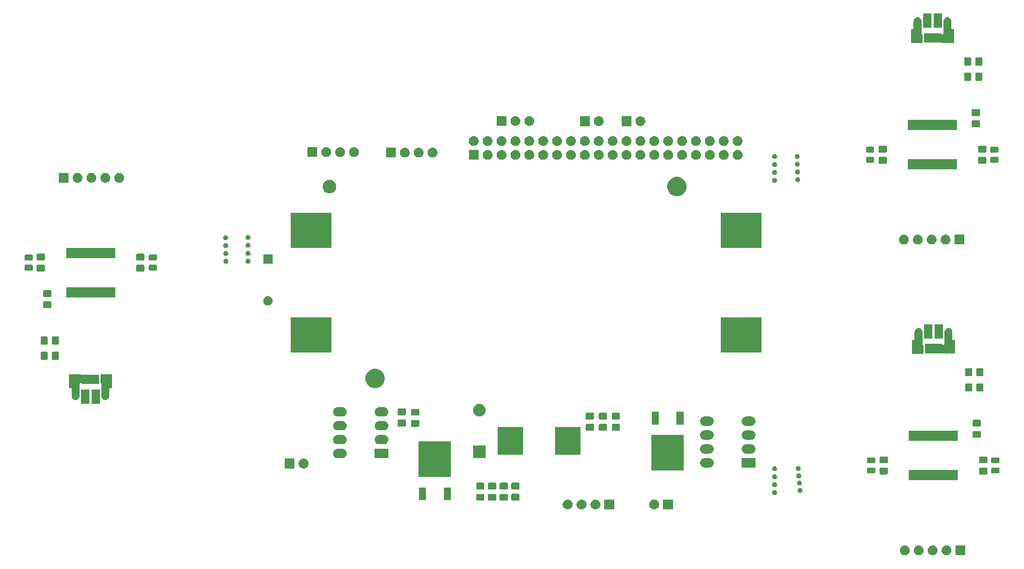
<source format=gbr>
G04 #@! TF.GenerationSoftware,KiCad,Pcbnew,5.0.2-bee76a0~70~ubuntu18.04.1*
G04 #@! TF.CreationDate,2019-08-21T16:40:53-04:00*
G04 #@! TF.ProjectId,output.pcb,6f757470-7574-42e7-9063-622e6b696361,rev?*
G04 #@! TF.SameCoordinates,Original*
G04 #@! TF.FileFunction,Soldermask,Top*
G04 #@! TF.FilePolarity,Negative*
%FSLAX46Y46*%
G04 Gerber Fmt 4.6, Leading zero omitted, Abs format (unit mm)*
G04 Created by KiCad (PCBNEW 5.0.2-bee76a0~70~ubuntu18.04.1) date Wed 21 Aug 2019 04:40:53 PM EDT*
%MOMM*%
%LPD*%
G01*
G04 APERTURE LIST*
%ADD10C,0.100000*%
G04 APERTURE END LIST*
D10*
G36*
X220865000Y-138619800D02*
X219063000Y-138619800D01*
X219063000Y-136817800D01*
X220865000Y-136817800D01*
X220865000Y-138619800D01*
X220865000Y-138619800D01*
G37*
G36*
X217534443Y-136824319D02*
X217600627Y-136830837D01*
X217713853Y-136865184D01*
X217770467Y-136882357D01*
X217909087Y-136956452D01*
X217926991Y-136966022D01*
X217962729Y-136995352D01*
X218064186Y-137078614D01*
X218147448Y-137180071D01*
X218176778Y-137215809D01*
X218176779Y-137215811D01*
X218260443Y-137372333D01*
X218260443Y-137372334D01*
X218311963Y-137542173D01*
X218329359Y-137718800D01*
X218311963Y-137895427D01*
X218277616Y-138008653D01*
X218260443Y-138065267D01*
X218186348Y-138203887D01*
X218176778Y-138221791D01*
X218147448Y-138257529D01*
X218064186Y-138358986D01*
X217962729Y-138442248D01*
X217926991Y-138471578D01*
X217926989Y-138471579D01*
X217770467Y-138555243D01*
X217713853Y-138572416D01*
X217600627Y-138606763D01*
X217534442Y-138613282D01*
X217468260Y-138619800D01*
X217379740Y-138619800D01*
X217313558Y-138613282D01*
X217247373Y-138606763D01*
X217134147Y-138572416D01*
X217077533Y-138555243D01*
X216921011Y-138471579D01*
X216921009Y-138471578D01*
X216885271Y-138442248D01*
X216783814Y-138358986D01*
X216700552Y-138257529D01*
X216671222Y-138221791D01*
X216661652Y-138203887D01*
X216587557Y-138065267D01*
X216570384Y-138008653D01*
X216536037Y-137895427D01*
X216518641Y-137718800D01*
X216536037Y-137542173D01*
X216587557Y-137372334D01*
X216587557Y-137372333D01*
X216671221Y-137215811D01*
X216671222Y-137215809D01*
X216700552Y-137180071D01*
X216783814Y-137078614D01*
X216885271Y-136995352D01*
X216921009Y-136966022D01*
X216938913Y-136956452D01*
X217077533Y-136882357D01*
X217134147Y-136865184D01*
X217247373Y-136830837D01*
X217313557Y-136824319D01*
X217379740Y-136817800D01*
X217468260Y-136817800D01*
X217534443Y-136824319D01*
X217534443Y-136824319D01*
G37*
G36*
X209914443Y-136824319D02*
X209980627Y-136830837D01*
X210093853Y-136865184D01*
X210150467Y-136882357D01*
X210289087Y-136956452D01*
X210306991Y-136966022D01*
X210342729Y-136995352D01*
X210444186Y-137078614D01*
X210527448Y-137180071D01*
X210556778Y-137215809D01*
X210556779Y-137215811D01*
X210640443Y-137372333D01*
X210640443Y-137372334D01*
X210691963Y-137542173D01*
X210709359Y-137718800D01*
X210691963Y-137895427D01*
X210657616Y-138008653D01*
X210640443Y-138065267D01*
X210566348Y-138203887D01*
X210556778Y-138221791D01*
X210527448Y-138257529D01*
X210444186Y-138358986D01*
X210342729Y-138442248D01*
X210306991Y-138471578D01*
X210306989Y-138471579D01*
X210150467Y-138555243D01*
X210093853Y-138572416D01*
X209980627Y-138606763D01*
X209914442Y-138613282D01*
X209848260Y-138619800D01*
X209759740Y-138619800D01*
X209693558Y-138613282D01*
X209627373Y-138606763D01*
X209514147Y-138572416D01*
X209457533Y-138555243D01*
X209301011Y-138471579D01*
X209301009Y-138471578D01*
X209265271Y-138442248D01*
X209163814Y-138358986D01*
X209080552Y-138257529D01*
X209051222Y-138221791D01*
X209041652Y-138203887D01*
X208967557Y-138065267D01*
X208950384Y-138008653D01*
X208916037Y-137895427D01*
X208898641Y-137718800D01*
X208916037Y-137542173D01*
X208967557Y-137372334D01*
X208967557Y-137372333D01*
X209051221Y-137215811D01*
X209051222Y-137215809D01*
X209080552Y-137180071D01*
X209163814Y-137078614D01*
X209265271Y-136995352D01*
X209301009Y-136966022D01*
X209318913Y-136956452D01*
X209457533Y-136882357D01*
X209514147Y-136865184D01*
X209627373Y-136830837D01*
X209693557Y-136824319D01*
X209759740Y-136817800D01*
X209848260Y-136817800D01*
X209914443Y-136824319D01*
X209914443Y-136824319D01*
G37*
G36*
X214994443Y-136824319D02*
X215060627Y-136830837D01*
X215173853Y-136865184D01*
X215230467Y-136882357D01*
X215369087Y-136956452D01*
X215386991Y-136966022D01*
X215422729Y-136995352D01*
X215524186Y-137078614D01*
X215607448Y-137180071D01*
X215636778Y-137215809D01*
X215636779Y-137215811D01*
X215720443Y-137372333D01*
X215720443Y-137372334D01*
X215771963Y-137542173D01*
X215789359Y-137718800D01*
X215771963Y-137895427D01*
X215737616Y-138008653D01*
X215720443Y-138065267D01*
X215646348Y-138203887D01*
X215636778Y-138221791D01*
X215607448Y-138257529D01*
X215524186Y-138358986D01*
X215422729Y-138442248D01*
X215386991Y-138471578D01*
X215386989Y-138471579D01*
X215230467Y-138555243D01*
X215173853Y-138572416D01*
X215060627Y-138606763D01*
X214994442Y-138613282D01*
X214928260Y-138619800D01*
X214839740Y-138619800D01*
X214773558Y-138613282D01*
X214707373Y-138606763D01*
X214594147Y-138572416D01*
X214537533Y-138555243D01*
X214381011Y-138471579D01*
X214381009Y-138471578D01*
X214345271Y-138442248D01*
X214243814Y-138358986D01*
X214160552Y-138257529D01*
X214131222Y-138221791D01*
X214121652Y-138203887D01*
X214047557Y-138065267D01*
X214030384Y-138008653D01*
X213996037Y-137895427D01*
X213978641Y-137718800D01*
X213996037Y-137542173D01*
X214047557Y-137372334D01*
X214047557Y-137372333D01*
X214131221Y-137215811D01*
X214131222Y-137215809D01*
X214160552Y-137180071D01*
X214243814Y-137078614D01*
X214345271Y-136995352D01*
X214381009Y-136966022D01*
X214398913Y-136956452D01*
X214537533Y-136882357D01*
X214594147Y-136865184D01*
X214707373Y-136830837D01*
X214773557Y-136824319D01*
X214839740Y-136817800D01*
X214928260Y-136817800D01*
X214994443Y-136824319D01*
X214994443Y-136824319D01*
G37*
G36*
X212454443Y-136824319D02*
X212520627Y-136830837D01*
X212633853Y-136865184D01*
X212690467Y-136882357D01*
X212829087Y-136956452D01*
X212846991Y-136966022D01*
X212882729Y-136995352D01*
X212984186Y-137078614D01*
X213067448Y-137180071D01*
X213096778Y-137215809D01*
X213096779Y-137215811D01*
X213180443Y-137372333D01*
X213180443Y-137372334D01*
X213231963Y-137542173D01*
X213249359Y-137718800D01*
X213231963Y-137895427D01*
X213197616Y-138008653D01*
X213180443Y-138065267D01*
X213106348Y-138203887D01*
X213096778Y-138221791D01*
X213067448Y-138257529D01*
X212984186Y-138358986D01*
X212882729Y-138442248D01*
X212846991Y-138471578D01*
X212846989Y-138471579D01*
X212690467Y-138555243D01*
X212633853Y-138572416D01*
X212520627Y-138606763D01*
X212454442Y-138613282D01*
X212388260Y-138619800D01*
X212299740Y-138619800D01*
X212233558Y-138613282D01*
X212167373Y-138606763D01*
X212054147Y-138572416D01*
X211997533Y-138555243D01*
X211841011Y-138471579D01*
X211841009Y-138471578D01*
X211805271Y-138442248D01*
X211703814Y-138358986D01*
X211620552Y-138257529D01*
X211591222Y-138221791D01*
X211581652Y-138203887D01*
X211507557Y-138065267D01*
X211490384Y-138008653D01*
X211456037Y-137895427D01*
X211438641Y-137718800D01*
X211456037Y-137542173D01*
X211507557Y-137372334D01*
X211507557Y-137372333D01*
X211591221Y-137215811D01*
X211591222Y-137215809D01*
X211620552Y-137180071D01*
X211703814Y-137078614D01*
X211805271Y-136995352D01*
X211841009Y-136966022D01*
X211858913Y-136956452D01*
X211997533Y-136882357D01*
X212054147Y-136865184D01*
X212167373Y-136830837D01*
X212233557Y-136824319D01*
X212299740Y-136817800D01*
X212388260Y-136817800D01*
X212454443Y-136824319D01*
X212454443Y-136824319D01*
G37*
G36*
X156653800Y-130237800D02*
X154851800Y-130237800D01*
X154851800Y-128435800D01*
X156653800Y-128435800D01*
X156653800Y-130237800D01*
X156653800Y-130237800D01*
G37*
G36*
X153309094Y-128440925D02*
X153389427Y-128448837D01*
X153466698Y-128472277D01*
X153559267Y-128500357D01*
X153672913Y-128561103D01*
X153715791Y-128584022D01*
X153724961Y-128591548D01*
X153852986Y-128696614D01*
X153936248Y-128798071D01*
X153965578Y-128833809D01*
X153965579Y-128833811D01*
X154049243Y-128990333D01*
X154049243Y-128990334D01*
X154100763Y-129160173D01*
X154118159Y-129336800D01*
X154100763Y-129513427D01*
X154066416Y-129626653D01*
X154049243Y-129683267D01*
X153979156Y-129814389D01*
X153965578Y-129839791D01*
X153936248Y-129875529D01*
X153852986Y-129976986D01*
X153751529Y-130060248D01*
X153715791Y-130089578D01*
X153715789Y-130089579D01*
X153559267Y-130173243D01*
X153502653Y-130190416D01*
X153389427Y-130224763D01*
X153323243Y-130231281D01*
X153257060Y-130237800D01*
X153168540Y-130237800D01*
X153102357Y-130231281D01*
X153036173Y-130224763D01*
X152922947Y-130190416D01*
X152866333Y-130173243D01*
X152709811Y-130089579D01*
X152709809Y-130089578D01*
X152674071Y-130060248D01*
X152572614Y-129976986D01*
X152489352Y-129875529D01*
X152460022Y-129839791D01*
X152446444Y-129814389D01*
X152376357Y-129683267D01*
X152359184Y-129626653D01*
X152324837Y-129513427D01*
X152307441Y-129336800D01*
X152324837Y-129160173D01*
X152376357Y-128990334D01*
X152376357Y-128990333D01*
X152460021Y-128833811D01*
X152460022Y-128833809D01*
X152489352Y-128798071D01*
X152572614Y-128696614D01*
X152700639Y-128591548D01*
X152709809Y-128584022D01*
X152752687Y-128561103D01*
X152866333Y-128500357D01*
X152958902Y-128472277D01*
X153036173Y-128448837D01*
X153116506Y-128440925D01*
X153168540Y-128435800D01*
X153257060Y-128435800D01*
X153309094Y-128440925D01*
X153309094Y-128440925D01*
G37*
G36*
X148229094Y-128440925D02*
X148309427Y-128448837D01*
X148386698Y-128472277D01*
X148479267Y-128500357D01*
X148592913Y-128561103D01*
X148635791Y-128584022D01*
X148644961Y-128591548D01*
X148772986Y-128696614D01*
X148856248Y-128798071D01*
X148885578Y-128833809D01*
X148885579Y-128833811D01*
X148969243Y-128990333D01*
X148969243Y-128990334D01*
X149020763Y-129160173D01*
X149038159Y-129336800D01*
X149020763Y-129513427D01*
X148986416Y-129626653D01*
X148969243Y-129683267D01*
X148899156Y-129814389D01*
X148885578Y-129839791D01*
X148856248Y-129875529D01*
X148772986Y-129976986D01*
X148671529Y-130060248D01*
X148635791Y-130089578D01*
X148635789Y-130089579D01*
X148479267Y-130173243D01*
X148422653Y-130190416D01*
X148309427Y-130224763D01*
X148243243Y-130231281D01*
X148177060Y-130237800D01*
X148088540Y-130237800D01*
X148022357Y-130231281D01*
X147956173Y-130224763D01*
X147842947Y-130190416D01*
X147786333Y-130173243D01*
X147629811Y-130089579D01*
X147629809Y-130089578D01*
X147594071Y-130060248D01*
X147492614Y-129976986D01*
X147409352Y-129875529D01*
X147380022Y-129839791D01*
X147366444Y-129814389D01*
X147296357Y-129683267D01*
X147279184Y-129626653D01*
X147244837Y-129513427D01*
X147227441Y-129336800D01*
X147244837Y-129160173D01*
X147296357Y-128990334D01*
X147296357Y-128990333D01*
X147380021Y-128833811D01*
X147380022Y-128833809D01*
X147409352Y-128798071D01*
X147492614Y-128696614D01*
X147620639Y-128591548D01*
X147629809Y-128584022D01*
X147672687Y-128561103D01*
X147786333Y-128500357D01*
X147878902Y-128472277D01*
X147956173Y-128448837D01*
X148036506Y-128440925D01*
X148088540Y-128435800D01*
X148177060Y-128435800D01*
X148229094Y-128440925D01*
X148229094Y-128440925D01*
G37*
G36*
X150769094Y-128440925D02*
X150849427Y-128448837D01*
X150926698Y-128472277D01*
X151019267Y-128500357D01*
X151132913Y-128561103D01*
X151175791Y-128584022D01*
X151184961Y-128591548D01*
X151312986Y-128696614D01*
X151396248Y-128798071D01*
X151425578Y-128833809D01*
X151425579Y-128833811D01*
X151509243Y-128990333D01*
X151509243Y-128990334D01*
X151560763Y-129160173D01*
X151578159Y-129336800D01*
X151560763Y-129513427D01*
X151526416Y-129626653D01*
X151509243Y-129683267D01*
X151439156Y-129814389D01*
X151425578Y-129839791D01*
X151396248Y-129875529D01*
X151312986Y-129976986D01*
X151211529Y-130060248D01*
X151175791Y-130089578D01*
X151175789Y-130089579D01*
X151019267Y-130173243D01*
X150962653Y-130190416D01*
X150849427Y-130224763D01*
X150783243Y-130231281D01*
X150717060Y-130237800D01*
X150628540Y-130237800D01*
X150562357Y-130231281D01*
X150496173Y-130224763D01*
X150382947Y-130190416D01*
X150326333Y-130173243D01*
X150169811Y-130089579D01*
X150169809Y-130089578D01*
X150134071Y-130060248D01*
X150032614Y-129976986D01*
X149949352Y-129875529D01*
X149920022Y-129839791D01*
X149906444Y-129814389D01*
X149836357Y-129683267D01*
X149819184Y-129626653D01*
X149784837Y-129513427D01*
X149767441Y-129336800D01*
X149784837Y-129160173D01*
X149836357Y-128990334D01*
X149836357Y-128990333D01*
X149920021Y-128833811D01*
X149920022Y-128833809D01*
X149949352Y-128798071D01*
X150032614Y-128696614D01*
X150160639Y-128591548D01*
X150169809Y-128584022D01*
X150212687Y-128561103D01*
X150326333Y-128500357D01*
X150418902Y-128472277D01*
X150496173Y-128448837D01*
X150576506Y-128440925D01*
X150628540Y-128435800D01*
X150717060Y-128435800D01*
X150769094Y-128440925D01*
X150769094Y-128440925D01*
G37*
G36*
X167398000Y-130212400D02*
X165596000Y-130212400D01*
X165596000Y-128410400D01*
X167398000Y-128410400D01*
X167398000Y-130212400D01*
X167398000Y-130212400D01*
G37*
G36*
X164053294Y-128415525D02*
X164133627Y-128423437D01*
X164228904Y-128452339D01*
X164303467Y-128474957D01*
X164399641Y-128526364D01*
X164459991Y-128558622D01*
X164490941Y-128584022D01*
X164597186Y-128671214D01*
X164680448Y-128772671D01*
X164709778Y-128808409D01*
X164709779Y-128808411D01*
X164793443Y-128964933D01*
X164793443Y-128964934D01*
X164844963Y-129134773D01*
X164862359Y-129311400D01*
X164844963Y-129488027D01*
X164837258Y-129513427D01*
X164793443Y-129657867D01*
X164779866Y-129683267D01*
X164709778Y-129814391D01*
X164680448Y-129850129D01*
X164597186Y-129951586D01*
X164495729Y-130034848D01*
X164459991Y-130064178D01*
X164459989Y-130064179D01*
X164303467Y-130147843D01*
X164246853Y-130165016D01*
X164133627Y-130199363D01*
X164067442Y-130205882D01*
X164001260Y-130212400D01*
X163912740Y-130212400D01*
X163846558Y-130205882D01*
X163780373Y-130199363D01*
X163667147Y-130165016D01*
X163610533Y-130147843D01*
X163454011Y-130064179D01*
X163454009Y-130064178D01*
X163418271Y-130034848D01*
X163316814Y-129951586D01*
X163233552Y-129850129D01*
X163204222Y-129814391D01*
X163134134Y-129683267D01*
X163120557Y-129657867D01*
X163076742Y-129513427D01*
X163069037Y-129488027D01*
X163051641Y-129311400D01*
X163069037Y-129134773D01*
X163120557Y-128964934D01*
X163120557Y-128964933D01*
X163204221Y-128808411D01*
X163204222Y-128808409D01*
X163233552Y-128772671D01*
X163316814Y-128671214D01*
X163423059Y-128584022D01*
X163454009Y-128558622D01*
X163514359Y-128526364D01*
X163610533Y-128474957D01*
X163685096Y-128452339D01*
X163780373Y-128423437D01*
X163860706Y-128415525D01*
X163912740Y-128410400D01*
X164001260Y-128410400D01*
X164053294Y-128415525D01*
X164053294Y-128415525D01*
G37*
G36*
X137037477Y-127412465D02*
X137075164Y-127423898D01*
X137109903Y-127442466D01*
X137140348Y-127467452D01*
X137165334Y-127497897D01*
X137183902Y-127532636D01*
X137195335Y-127570323D01*
X137199800Y-127615661D01*
X137199800Y-128452339D01*
X137195335Y-128497677D01*
X137183902Y-128535364D01*
X137165334Y-128570103D01*
X137140348Y-128600548D01*
X137109903Y-128625534D01*
X137075164Y-128644102D01*
X137037477Y-128655535D01*
X136992139Y-128660000D01*
X135905461Y-128660000D01*
X135860123Y-128655535D01*
X135822436Y-128644102D01*
X135787697Y-128625534D01*
X135757252Y-128600548D01*
X135732266Y-128570103D01*
X135713698Y-128535364D01*
X135702265Y-128497677D01*
X135697800Y-128452339D01*
X135697800Y-127615661D01*
X135702265Y-127570323D01*
X135713698Y-127532636D01*
X135732266Y-127497897D01*
X135757252Y-127467452D01*
X135787697Y-127442466D01*
X135822436Y-127423898D01*
X135860123Y-127412465D01*
X135905461Y-127408000D01*
X136992139Y-127408000D01*
X137037477Y-127412465D01*
X137037477Y-127412465D01*
G37*
G36*
X132744877Y-127412465D02*
X132782564Y-127423898D01*
X132817303Y-127442466D01*
X132847748Y-127467452D01*
X132872734Y-127497897D01*
X132891302Y-127532636D01*
X132902735Y-127570323D01*
X132907200Y-127615661D01*
X132907200Y-128452339D01*
X132902735Y-128497677D01*
X132891302Y-128535364D01*
X132872734Y-128570103D01*
X132847748Y-128600548D01*
X132817303Y-128625534D01*
X132782564Y-128644102D01*
X132744877Y-128655535D01*
X132699539Y-128660000D01*
X131612861Y-128660000D01*
X131567523Y-128655535D01*
X131529836Y-128644102D01*
X131495097Y-128625534D01*
X131464652Y-128600548D01*
X131439666Y-128570103D01*
X131421098Y-128535364D01*
X131409665Y-128497677D01*
X131405200Y-128452339D01*
X131405200Y-127615661D01*
X131409665Y-127570323D01*
X131421098Y-127532636D01*
X131439666Y-127497897D01*
X131464652Y-127467452D01*
X131495097Y-127442466D01*
X131529836Y-127423898D01*
X131567523Y-127412465D01*
X131612861Y-127408000D01*
X132699539Y-127408000D01*
X132744877Y-127412465D01*
X132744877Y-127412465D01*
G37*
G36*
X134903877Y-127403465D02*
X134941564Y-127414898D01*
X134976303Y-127433466D01*
X135006748Y-127458452D01*
X135031734Y-127488897D01*
X135050302Y-127523636D01*
X135061735Y-127561323D01*
X135066200Y-127606661D01*
X135066200Y-128443339D01*
X135061735Y-128488677D01*
X135050302Y-128526364D01*
X135031734Y-128561103D01*
X135006748Y-128591548D01*
X134976303Y-128616534D01*
X134941564Y-128635102D01*
X134903877Y-128646535D01*
X134858539Y-128651000D01*
X133771861Y-128651000D01*
X133726523Y-128646535D01*
X133688836Y-128635102D01*
X133654097Y-128616534D01*
X133623652Y-128591548D01*
X133598666Y-128561103D01*
X133580098Y-128526364D01*
X133568665Y-128488677D01*
X133564200Y-128443339D01*
X133564200Y-127606661D01*
X133568665Y-127561323D01*
X133580098Y-127523636D01*
X133598666Y-127488897D01*
X133623652Y-127458452D01*
X133654097Y-127433466D01*
X133688836Y-127414898D01*
X133726523Y-127403465D01*
X133771861Y-127399000D01*
X134858539Y-127399000D01*
X134903877Y-127403465D01*
X134903877Y-127403465D01*
G37*
G36*
X139171077Y-127387065D02*
X139208764Y-127398498D01*
X139243503Y-127417066D01*
X139273948Y-127442052D01*
X139298934Y-127472497D01*
X139317502Y-127507236D01*
X139328935Y-127544923D01*
X139333400Y-127590261D01*
X139333400Y-128426939D01*
X139328935Y-128472277D01*
X139317502Y-128509964D01*
X139298934Y-128544703D01*
X139273948Y-128575148D01*
X139243503Y-128600134D01*
X139208764Y-128618702D01*
X139171077Y-128630135D01*
X139125739Y-128634600D01*
X138039061Y-128634600D01*
X137993723Y-128630135D01*
X137956036Y-128618702D01*
X137921297Y-128600134D01*
X137890852Y-128575148D01*
X137865866Y-128544703D01*
X137847298Y-128509964D01*
X137835865Y-128472277D01*
X137831400Y-128426939D01*
X137831400Y-127590261D01*
X137835865Y-127544923D01*
X137847298Y-127507236D01*
X137865866Y-127472497D01*
X137890852Y-127442052D01*
X137921297Y-127417066D01*
X137956036Y-127398498D01*
X137993723Y-127387065D01*
X138039061Y-127382600D01*
X139125739Y-127382600D01*
X139171077Y-127387065D01*
X139171077Y-127387065D01*
G37*
G36*
X126781400Y-128515600D02*
X125479400Y-128515600D01*
X125479400Y-126213600D01*
X126781400Y-126213600D01*
X126781400Y-128515600D01*
X126781400Y-128515600D01*
G37*
G36*
X122221400Y-128515600D02*
X120919400Y-128515600D01*
X120919400Y-126213600D01*
X122221400Y-126213600D01*
X122221400Y-128515600D01*
X122221400Y-128515600D01*
G37*
G36*
X186114352Y-126722077D02*
X186196425Y-126756073D01*
X186196426Y-126756074D01*
X186196429Y-126756075D01*
X186246515Y-126789542D01*
X186270300Y-126805435D01*
X186333111Y-126868246D01*
X186333113Y-126868249D01*
X186333114Y-126868250D01*
X186382471Y-126942117D01*
X186382472Y-126942120D01*
X186382473Y-126942121D01*
X186416469Y-127024194D01*
X186433800Y-127111325D01*
X186433800Y-127200167D01*
X186416469Y-127287298D01*
X186382473Y-127369371D01*
X186382471Y-127369375D01*
X186333114Y-127443242D01*
X186333111Y-127443246D01*
X186270300Y-127506057D01*
X186270297Y-127506059D01*
X186270296Y-127506060D01*
X186196429Y-127555417D01*
X186196426Y-127555418D01*
X186196425Y-127555419D01*
X186114352Y-127589415D01*
X186027221Y-127606746D01*
X185938379Y-127606746D01*
X185851248Y-127589415D01*
X185769175Y-127555419D01*
X185769174Y-127555418D01*
X185769171Y-127555417D01*
X185695304Y-127506060D01*
X185695303Y-127506059D01*
X185695300Y-127506057D01*
X185632489Y-127443246D01*
X185632486Y-127443242D01*
X185583129Y-127369375D01*
X185583127Y-127369371D01*
X185549131Y-127287298D01*
X185531800Y-127200167D01*
X185531800Y-127111325D01*
X185549131Y-127024194D01*
X185583127Y-126942121D01*
X185583128Y-126942120D01*
X185583129Y-126942117D01*
X185632486Y-126868250D01*
X185632487Y-126868249D01*
X185632489Y-126868246D01*
X185695300Y-126805435D01*
X185719085Y-126789542D01*
X185769171Y-126756075D01*
X185769174Y-126756074D01*
X185769175Y-126756073D01*
X185851248Y-126722077D01*
X185938379Y-126704746D01*
X186027221Y-126704746D01*
X186114352Y-126722077D01*
X186114352Y-126722077D01*
G37*
G36*
X190776007Y-126311452D02*
X190858080Y-126345448D01*
X190858081Y-126345449D01*
X190858084Y-126345450D01*
X190926141Y-126390925D01*
X190931955Y-126394810D01*
X190994766Y-126457621D01*
X190994768Y-126457624D01*
X190994769Y-126457625D01*
X191044126Y-126531492D01*
X191044127Y-126531495D01*
X191044128Y-126531496D01*
X191078124Y-126613569D01*
X191095455Y-126700700D01*
X191095455Y-126789542D01*
X191078124Y-126876673D01*
X191051016Y-126942117D01*
X191044126Y-126958750D01*
X191000397Y-127024194D01*
X190994766Y-127032621D01*
X190931955Y-127095432D01*
X190931952Y-127095434D01*
X190931951Y-127095435D01*
X190858084Y-127144792D01*
X190858081Y-127144793D01*
X190858080Y-127144794D01*
X190776007Y-127178790D01*
X190688876Y-127196121D01*
X190600034Y-127196121D01*
X190512903Y-127178790D01*
X190430830Y-127144794D01*
X190430829Y-127144793D01*
X190430826Y-127144792D01*
X190356959Y-127095435D01*
X190356958Y-127095434D01*
X190356955Y-127095432D01*
X190294144Y-127032621D01*
X190288513Y-127024194D01*
X190244784Y-126958750D01*
X190237894Y-126942117D01*
X190210786Y-126876673D01*
X190193455Y-126789542D01*
X190193455Y-126700700D01*
X190210786Y-126613569D01*
X190244782Y-126531496D01*
X190244783Y-126531495D01*
X190244784Y-126531492D01*
X190294141Y-126457625D01*
X190294142Y-126457624D01*
X190294144Y-126457621D01*
X190356955Y-126394810D01*
X190362769Y-126390925D01*
X190430826Y-126345450D01*
X190430829Y-126345449D01*
X190430830Y-126345448D01*
X190512903Y-126311452D01*
X190600034Y-126294121D01*
X190688876Y-126294121D01*
X190776007Y-126311452D01*
X190776007Y-126311452D01*
G37*
G36*
X132744877Y-125362465D02*
X132782564Y-125373898D01*
X132817303Y-125392466D01*
X132847748Y-125417452D01*
X132872734Y-125447897D01*
X132891302Y-125482636D01*
X132902735Y-125520323D01*
X132907200Y-125565661D01*
X132907200Y-126402339D01*
X132902735Y-126447677D01*
X132891302Y-126485364D01*
X132872734Y-126520103D01*
X132847748Y-126550548D01*
X132817303Y-126575534D01*
X132782564Y-126594102D01*
X132744877Y-126605535D01*
X132699539Y-126610000D01*
X131612861Y-126610000D01*
X131567523Y-126605535D01*
X131529836Y-126594102D01*
X131495097Y-126575534D01*
X131464652Y-126550548D01*
X131439666Y-126520103D01*
X131421098Y-126485364D01*
X131409665Y-126447677D01*
X131405200Y-126402339D01*
X131405200Y-125565661D01*
X131409665Y-125520323D01*
X131421098Y-125482636D01*
X131439666Y-125447897D01*
X131464652Y-125417452D01*
X131495097Y-125392466D01*
X131529836Y-125373898D01*
X131567523Y-125362465D01*
X131612861Y-125358000D01*
X132699539Y-125358000D01*
X132744877Y-125362465D01*
X132744877Y-125362465D01*
G37*
G36*
X137037477Y-125362465D02*
X137075164Y-125373898D01*
X137109903Y-125392466D01*
X137140348Y-125417452D01*
X137165334Y-125447897D01*
X137183902Y-125482636D01*
X137195335Y-125520323D01*
X137199800Y-125565661D01*
X137199800Y-126402339D01*
X137195335Y-126447677D01*
X137183902Y-126485364D01*
X137165334Y-126520103D01*
X137140348Y-126550548D01*
X137109903Y-126575534D01*
X137075164Y-126594102D01*
X137037477Y-126605535D01*
X136992139Y-126610000D01*
X135905461Y-126610000D01*
X135860123Y-126605535D01*
X135822436Y-126594102D01*
X135787697Y-126575534D01*
X135757252Y-126550548D01*
X135732266Y-126520103D01*
X135713698Y-126485364D01*
X135702265Y-126447677D01*
X135697800Y-126402339D01*
X135697800Y-125565661D01*
X135702265Y-125520323D01*
X135713698Y-125482636D01*
X135732266Y-125447897D01*
X135757252Y-125417452D01*
X135787697Y-125392466D01*
X135822436Y-125373898D01*
X135860123Y-125362465D01*
X135905461Y-125358000D01*
X136992139Y-125358000D01*
X137037477Y-125362465D01*
X137037477Y-125362465D01*
G37*
G36*
X134903877Y-125353465D02*
X134941564Y-125364898D01*
X134976303Y-125383466D01*
X135006748Y-125408452D01*
X135031734Y-125438897D01*
X135050302Y-125473636D01*
X135061735Y-125511323D01*
X135066200Y-125556661D01*
X135066200Y-126393339D01*
X135061735Y-126438677D01*
X135050302Y-126476364D01*
X135031734Y-126511103D01*
X135006748Y-126541548D01*
X134976303Y-126566534D01*
X134941564Y-126585102D01*
X134903877Y-126596535D01*
X134858539Y-126601000D01*
X133771861Y-126601000D01*
X133726523Y-126596535D01*
X133688836Y-126585102D01*
X133654097Y-126566534D01*
X133623652Y-126541548D01*
X133598666Y-126511103D01*
X133580098Y-126476364D01*
X133568665Y-126438677D01*
X133564200Y-126393339D01*
X133564200Y-125556661D01*
X133568665Y-125511323D01*
X133580098Y-125473636D01*
X133598666Y-125438897D01*
X133623652Y-125408452D01*
X133654097Y-125383466D01*
X133688836Y-125364898D01*
X133726523Y-125353465D01*
X133771861Y-125349000D01*
X134858539Y-125349000D01*
X134903877Y-125353465D01*
X134903877Y-125353465D01*
G37*
G36*
X139171077Y-125337065D02*
X139208764Y-125348498D01*
X139243503Y-125367066D01*
X139273948Y-125392052D01*
X139298934Y-125422497D01*
X139317502Y-125457236D01*
X139328935Y-125494923D01*
X139333400Y-125540261D01*
X139333400Y-126376939D01*
X139328935Y-126422277D01*
X139317502Y-126459964D01*
X139298934Y-126494703D01*
X139273948Y-126525148D01*
X139243503Y-126550134D01*
X139208764Y-126568702D01*
X139171077Y-126580135D01*
X139125739Y-126584600D01*
X138039061Y-126584600D01*
X137993723Y-126580135D01*
X137956036Y-126568702D01*
X137921297Y-126550134D01*
X137890852Y-126525148D01*
X137865866Y-126494703D01*
X137847298Y-126459964D01*
X137835865Y-126422277D01*
X137831400Y-126376939D01*
X137831400Y-125540261D01*
X137835865Y-125494923D01*
X137847298Y-125457236D01*
X137865866Y-125422497D01*
X137890852Y-125392052D01*
X137921297Y-125367066D01*
X137956036Y-125348498D01*
X137993723Y-125337065D01*
X138039061Y-125332600D01*
X139125739Y-125332600D01*
X139171077Y-125337065D01*
X139171077Y-125337065D01*
G37*
G36*
X186114352Y-125263588D02*
X186196425Y-125297584D01*
X186196426Y-125297585D01*
X186196429Y-125297586D01*
X186270296Y-125346943D01*
X186270300Y-125346946D01*
X186333111Y-125409757D01*
X186333113Y-125409760D01*
X186333114Y-125409761D01*
X186382471Y-125483628D01*
X186382472Y-125483631D01*
X186382473Y-125483632D01*
X186416469Y-125565705D01*
X186433800Y-125652836D01*
X186433800Y-125741678D01*
X186416469Y-125828809D01*
X186400622Y-125867066D01*
X186382471Y-125910886D01*
X186333114Y-125984753D01*
X186333111Y-125984757D01*
X186270300Y-126047568D01*
X186270297Y-126047570D01*
X186270296Y-126047571D01*
X186196429Y-126096928D01*
X186196426Y-126096929D01*
X186196425Y-126096930D01*
X186114352Y-126130926D01*
X186027221Y-126148257D01*
X185938379Y-126148257D01*
X185851248Y-126130926D01*
X185769175Y-126096930D01*
X185769174Y-126096929D01*
X185769171Y-126096928D01*
X185695304Y-126047571D01*
X185695303Y-126047570D01*
X185695300Y-126047568D01*
X185632489Y-125984757D01*
X185632486Y-125984753D01*
X185583129Y-125910886D01*
X185564978Y-125867066D01*
X185549131Y-125828809D01*
X185531800Y-125741678D01*
X185531800Y-125652836D01*
X185549131Y-125565705D01*
X185583127Y-125483632D01*
X185583128Y-125483631D01*
X185583129Y-125483628D01*
X185632486Y-125409761D01*
X185632487Y-125409760D01*
X185632489Y-125409757D01*
X185695300Y-125346946D01*
X185695304Y-125346943D01*
X185769171Y-125297586D01*
X185769174Y-125297585D01*
X185769175Y-125297584D01*
X185851248Y-125263588D01*
X185938379Y-125246257D01*
X186027221Y-125246257D01*
X186114352Y-125263588D01*
X186114352Y-125263588D01*
G37*
G36*
X190663038Y-124982397D02*
X190745111Y-125016393D01*
X190745112Y-125016394D01*
X190745115Y-125016395D01*
X190818982Y-125065752D01*
X190818986Y-125065755D01*
X190881797Y-125128566D01*
X190881799Y-125128569D01*
X190881800Y-125128570D01*
X190931157Y-125202437D01*
X190931158Y-125202440D01*
X190931159Y-125202441D01*
X190965155Y-125284514D01*
X190982486Y-125371645D01*
X190982486Y-125460487D01*
X190965155Y-125547618D01*
X190956681Y-125568075D01*
X190931157Y-125629695D01*
X190881800Y-125703562D01*
X190881797Y-125703566D01*
X190818986Y-125766377D01*
X190818983Y-125766379D01*
X190818982Y-125766380D01*
X190745115Y-125815737D01*
X190745112Y-125815738D01*
X190745111Y-125815739D01*
X190663038Y-125849735D01*
X190575907Y-125867066D01*
X190487065Y-125867066D01*
X190399934Y-125849735D01*
X190317861Y-125815739D01*
X190317860Y-125815738D01*
X190317857Y-125815737D01*
X190243990Y-125766380D01*
X190243989Y-125766379D01*
X190243986Y-125766377D01*
X190181175Y-125703566D01*
X190181172Y-125703562D01*
X190131815Y-125629695D01*
X190106291Y-125568075D01*
X190097817Y-125547618D01*
X190080486Y-125460487D01*
X190080486Y-125371645D01*
X190097817Y-125284514D01*
X190131813Y-125202441D01*
X190131814Y-125202440D01*
X190131815Y-125202437D01*
X190181172Y-125128570D01*
X190181173Y-125128569D01*
X190181175Y-125128566D01*
X190243986Y-125065755D01*
X190243990Y-125065752D01*
X190317857Y-125016395D01*
X190317860Y-125016394D01*
X190317861Y-125016393D01*
X190399934Y-124982397D01*
X190487065Y-124965066D01*
X190575907Y-124965066D01*
X190663038Y-124982397D01*
X190663038Y-124982397D01*
G37*
G36*
X219531000Y-124896600D02*
X210529000Y-124896600D01*
X210529000Y-123044600D01*
X219531000Y-123044600D01*
X219531000Y-124896600D01*
X219531000Y-124896600D01*
G37*
G36*
X186114352Y-123805099D02*
X186196425Y-123839095D01*
X186196426Y-123839096D01*
X186196429Y-123839097D01*
X186247739Y-123873382D01*
X186270300Y-123888457D01*
X186333111Y-123951268D01*
X186333113Y-123951271D01*
X186333114Y-123951272D01*
X186382471Y-124025139D01*
X186382472Y-124025142D01*
X186382473Y-124025143D01*
X186416469Y-124107216D01*
X186433800Y-124194347D01*
X186433800Y-124283189D01*
X186416469Y-124370320D01*
X186388714Y-124437325D01*
X186382471Y-124452397D01*
X186336845Y-124520680D01*
X186333111Y-124526268D01*
X186270300Y-124589079D01*
X186270297Y-124589081D01*
X186270296Y-124589082D01*
X186196429Y-124638439D01*
X186196426Y-124638440D01*
X186196425Y-124638441D01*
X186114352Y-124672437D01*
X186027221Y-124689768D01*
X185938379Y-124689768D01*
X185851248Y-124672437D01*
X185769175Y-124638441D01*
X185769174Y-124638440D01*
X185769171Y-124638439D01*
X185695304Y-124589082D01*
X185695303Y-124589081D01*
X185695300Y-124589079D01*
X185632489Y-124526268D01*
X185628755Y-124520680D01*
X185583129Y-124452397D01*
X185576886Y-124437325D01*
X185549131Y-124370320D01*
X185531800Y-124283189D01*
X185531800Y-124194347D01*
X185549131Y-124107216D01*
X185583127Y-124025143D01*
X185583128Y-124025142D01*
X185583129Y-124025139D01*
X185632486Y-123951272D01*
X185632487Y-123951271D01*
X185632489Y-123951268D01*
X185695300Y-123888457D01*
X185717861Y-123873382D01*
X185769171Y-123839097D01*
X185769174Y-123839096D01*
X185769175Y-123839095D01*
X185851248Y-123805099D01*
X185938379Y-123787768D01*
X186027221Y-123787768D01*
X186114352Y-123805099D01*
X186114352Y-123805099D01*
G37*
G36*
X190550069Y-123653342D02*
X190632142Y-123687338D01*
X190632143Y-123687339D01*
X190632146Y-123687340D01*
X190706013Y-123736697D01*
X190706017Y-123736700D01*
X190768828Y-123799511D01*
X190768830Y-123799514D01*
X190768831Y-123799515D01*
X190818188Y-123873382D01*
X190818189Y-123873385D01*
X190818190Y-123873386D01*
X190852186Y-123955459D01*
X190869517Y-124042590D01*
X190869517Y-124131432D01*
X190852186Y-124218563D01*
X190818190Y-124300636D01*
X190818188Y-124300640D01*
X190768831Y-124374507D01*
X190768828Y-124374511D01*
X190706017Y-124437322D01*
X190706014Y-124437324D01*
X190706013Y-124437325D01*
X190632146Y-124486682D01*
X190632143Y-124486683D01*
X190632142Y-124486684D01*
X190550069Y-124520680D01*
X190462938Y-124538011D01*
X190374096Y-124538011D01*
X190286965Y-124520680D01*
X190204892Y-124486684D01*
X190204891Y-124486683D01*
X190204888Y-124486682D01*
X190131021Y-124437325D01*
X190131020Y-124437324D01*
X190131017Y-124437322D01*
X190068206Y-124374511D01*
X190068203Y-124374507D01*
X190018846Y-124300640D01*
X190018844Y-124300636D01*
X189984848Y-124218563D01*
X189967517Y-124131432D01*
X189967517Y-124042590D01*
X189984848Y-123955459D01*
X190018844Y-123873386D01*
X190018845Y-123873385D01*
X190018846Y-123873382D01*
X190068203Y-123799515D01*
X190068204Y-123799514D01*
X190068206Y-123799511D01*
X190131017Y-123736700D01*
X190131021Y-123736697D01*
X190204888Y-123687340D01*
X190204891Y-123687339D01*
X190204892Y-123687338D01*
X190286965Y-123653342D01*
X190374096Y-123636011D01*
X190462938Y-123636011D01*
X190550069Y-123653342D01*
X190550069Y-123653342D01*
G37*
G36*
X126801400Y-124315600D02*
X120899400Y-124315600D01*
X120899400Y-117813600D01*
X126801400Y-117813600D01*
X126801400Y-124315600D01*
X126801400Y-124315600D01*
G37*
G36*
X206531877Y-122593865D02*
X206569564Y-122605298D01*
X206604303Y-122623866D01*
X206634748Y-122648852D01*
X206659734Y-122679297D01*
X206678302Y-122714036D01*
X206689735Y-122751723D01*
X206694200Y-122797061D01*
X206694200Y-123633739D01*
X206689735Y-123679077D01*
X206678302Y-123716764D01*
X206659734Y-123751503D01*
X206634748Y-123781948D01*
X206604303Y-123806934D01*
X206569564Y-123825502D01*
X206531877Y-123836935D01*
X206486539Y-123841400D01*
X205399861Y-123841400D01*
X205354523Y-123836935D01*
X205316836Y-123825502D01*
X205282097Y-123806934D01*
X205251652Y-123781948D01*
X205226666Y-123751503D01*
X205208098Y-123716764D01*
X205196665Y-123679077D01*
X205192200Y-123633739D01*
X205192200Y-122797061D01*
X205196665Y-122751723D01*
X205208098Y-122714036D01*
X205226666Y-122679297D01*
X205251652Y-122648852D01*
X205282097Y-122623866D01*
X205316836Y-122605298D01*
X205354523Y-122593865D01*
X205399861Y-122589400D01*
X206486539Y-122589400D01*
X206531877Y-122593865D01*
X206531877Y-122593865D01*
G37*
G36*
X224718277Y-122593865D02*
X224755964Y-122605298D01*
X224790703Y-122623866D01*
X224821148Y-122648852D01*
X224846134Y-122679297D01*
X224864702Y-122714036D01*
X224876135Y-122751723D01*
X224880600Y-122797061D01*
X224880600Y-123633739D01*
X224876135Y-123679077D01*
X224864702Y-123716764D01*
X224846134Y-123751503D01*
X224821148Y-123781948D01*
X224790703Y-123806934D01*
X224755964Y-123825502D01*
X224718277Y-123836935D01*
X224672939Y-123841400D01*
X223586261Y-123841400D01*
X223540923Y-123836935D01*
X223503236Y-123825502D01*
X223468497Y-123806934D01*
X223438052Y-123781948D01*
X223413066Y-123751503D01*
X223394498Y-123716764D01*
X223383065Y-123679077D01*
X223378600Y-123633739D01*
X223378600Y-122797061D01*
X223383065Y-122751723D01*
X223394498Y-122714036D01*
X223413066Y-122679297D01*
X223438052Y-122648852D01*
X223468497Y-122623866D01*
X223503236Y-122605298D01*
X223540923Y-122593865D01*
X223586261Y-122589400D01*
X224672939Y-122589400D01*
X224718277Y-122593865D01*
X224718277Y-122593865D01*
G37*
G36*
X226923866Y-122593965D02*
X226962537Y-122605696D01*
X226998179Y-122624748D01*
X227029417Y-122650383D01*
X227055052Y-122681621D01*
X227074104Y-122717263D01*
X227085835Y-122755934D01*
X227090400Y-122802288D01*
X227090400Y-123453512D01*
X227085835Y-123499866D01*
X227074104Y-123538537D01*
X227055052Y-123574179D01*
X227029417Y-123605417D01*
X226998179Y-123631052D01*
X226962537Y-123650104D01*
X226923866Y-123661835D01*
X226877512Y-123666400D01*
X225801288Y-123666400D01*
X225754934Y-123661835D01*
X225716263Y-123650104D01*
X225680621Y-123631052D01*
X225649383Y-123605417D01*
X225623748Y-123574179D01*
X225604696Y-123538537D01*
X225592965Y-123499866D01*
X225588400Y-123453512D01*
X225588400Y-122802288D01*
X225592965Y-122755934D01*
X225604696Y-122717263D01*
X225623748Y-122681621D01*
X225649383Y-122650383D01*
X225680621Y-122624748D01*
X225716263Y-122605696D01*
X225754934Y-122593965D01*
X225801288Y-122589400D01*
X226877512Y-122589400D01*
X226923866Y-122593965D01*
X226923866Y-122593965D01*
G37*
G36*
X204216266Y-122593965D02*
X204254937Y-122605696D01*
X204290579Y-122624748D01*
X204321817Y-122650383D01*
X204347452Y-122681621D01*
X204366504Y-122717263D01*
X204378235Y-122755934D01*
X204382800Y-122802288D01*
X204382800Y-123453512D01*
X204378235Y-123499866D01*
X204366504Y-123538537D01*
X204347452Y-123574179D01*
X204321817Y-123605417D01*
X204290579Y-123631052D01*
X204254937Y-123650104D01*
X204216266Y-123661835D01*
X204169912Y-123666400D01*
X203093688Y-123666400D01*
X203047334Y-123661835D01*
X203008663Y-123650104D01*
X202973021Y-123631052D01*
X202941783Y-123605417D01*
X202916148Y-123574179D01*
X202897096Y-123538537D01*
X202885365Y-123499866D01*
X202880800Y-123453512D01*
X202880800Y-122802288D01*
X202885365Y-122755934D01*
X202897096Y-122717263D01*
X202916148Y-122681621D01*
X202941783Y-122650383D01*
X202973021Y-122624748D01*
X203008663Y-122605696D01*
X203047334Y-122593965D01*
X203093688Y-122589400D01*
X204169912Y-122589400D01*
X204216266Y-122593965D01*
X204216266Y-122593965D01*
G37*
G36*
X186114352Y-122346610D02*
X186196425Y-122380606D01*
X186196426Y-122380607D01*
X186196429Y-122380608D01*
X186267063Y-122427805D01*
X186270300Y-122429968D01*
X186333111Y-122492779D01*
X186333113Y-122492782D01*
X186333114Y-122492783D01*
X186382471Y-122566650D01*
X186382472Y-122566653D01*
X186382473Y-122566654D01*
X186416469Y-122648727D01*
X186433800Y-122735858D01*
X186433800Y-122824700D01*
X186416469Y-122911831D01*
X186382473Y-122993904D01*
X186382471Y-122993908D01*
X186348599Y-123044600D01*
X186333111Y-123067779D01*
X186270300Y-123130590D01*
X186270297Y-123130592D01*
X186270296Y-123130593D01*
X186196429Y-123179950D01*
X186196426Y-123179951D01*
X186196425Y-123179952D01*
X186114352Y-123213948D01*
X186027221Y-123231279D01*
X185938379Y-123231279D01*
X185851248Y-123213948D01*
X185769175Y-123179952D01*
X185769174Y-123179951D01*
X185769171Y-123179950D01*
X185695304Y-123130593D01*
X185695303Y-123130592D01*
X185695300Y-123130590D01*
X185632489Y-123067779D01*
X185617001Y-123044600D01*
X185583129Y-122993908D01*
X185583127Y-122993904D01*
X185549131Y-122911831D01*
X185531800Y-122824700D01*
X185531800Y-122735858D01*
X185549131Y-122648727D01*
X185583127Y-122566654D01*
X185583128Y-122566653D01*
X185583129Y-122566650D01*
X185632486Y-122492783D01*
X185632487Y-122492782D01*
X185632489Y-122492779D01*
X185695300Y-122429968D01*
X185698537Y-122427805D01*
X185769171Y-122380608D01*
X185769174Y-122380607D01*
X185769175Y-122380606D01*
X185851248Y-122346610D01*
X185938379Y-122329279D01*
X186027221Y-122329279D01*
X186114352Y-122346610D01*
X186114352Y-122346610D01*
G37*
G36*
X190437100Y-122324287D02*
X190519173Y-122358283D01*
X190519174Y-122358284D01*
X190519177Y-122358285D01*
X190552582Y-122380606D01*
X190593048Y-122407645D01*
X190655859Y-122470456D01*
X190655861Y-122470459D01*
X190655862Y-122470460D01*
X190705219Y-122544327D01*
X190705220Y-122544330D01*
X190705221Y-122544331D01*
X190739217Y-122626404D01*
X190756548Y-122713535D01*
X190756548Y-122802377D01*
X190739217Y-122889508D01*
X190729970Y-122911831D01*
X190705219Y-122971585D01*
X190656431Y-123044600D01*
X190655859Y-123045456D01*
X190593048Y-123108267D01*
X190593045Y-123108269D01*
X190593044Y-123108270D01*
X190519177Y-123157627D01*
X190519174Y-123157628D01*
X190519173Y-123157629D01*
X190437100Y-123191625D01*
X190349969Y-123208956D01*
X190261127Y-123208956D01*
X190173996Y-123191625D01*
X190091923Y-123157629D01*
X190091922Y-123157628D01*
X190091919Y-123157627D01*
X190018052Y-123108270D01*
X190018051Y-123108269D01*
X190018048Y-123108267D01*
X189955237Y-123045456D01*
X189954665Y-123044600D01*
X189905877Y-122971585D01*
X189881126Y-122911831D01*
X189871879Y-122889508D01*
X189854548Y-122802377D01*
X189854548Y-122713535D01*
X189871879Y-122626404D01*
X189905875Y-122544331D01*
X189905876Y-122544330D01*
X189905877Y-122544327D01*
X189955234Y-122470460D01*
X189955235Y-122470459D01*
X189955237Y-122470456D01*
X190018048Y-122407645D01*
X190058514Y-122380606D01*
X190091919Y-122358285D01*
X190091922Y-122358284D01*
X190091923Y-122358283D01*
X190173996Y-122324287D01*
X190261127Y-122306956D01*
X190349969Y-122306956D01*
X190437100Y-122324287D01*
X190437100Y-122324287D01*
G37*
G36*
X169371800Y-123105400D02*
X163469800Y-123105400D01*
X163469800Y-116603400D01*
X169371800Y-116603400D01*
X169371800Y-123105400D01*
X169371800Y-123105400D01*
G37*
G36*
X99957842Y-120949318D02*
X100024027Y-120955837D01*
X100115714Y-120983650D01*
X100193867Y-121007357D01*
X100332487Y-121081452D01*
X100350391Y-121091022D01*
X100376124Y-121112141D01*
X100487586Y-121203614D01*
X100570848Y-121305071D01*
X100600178Y-121340809D01*
X100600179Y-121340811D01*
X100683843Y-121497333D01*
X100683843Y-121497334D01*
X100735363Y-121667173D01*
X100752759Y-121843800D01*
X100735363Y-122020427D01*
X100701016Y-122133653D01*
X100683843Y-122190267D01*
X100621470Y-122306956D01*
X100600178Y-122346791D01*
X100590745Y-122358285D01*
X100487586Y-122483986D01*
X100400460Y-122555487D01*
X100350391Y-122596578D01*
X100350389Y-122596579D01*
X100193867Y-122680243D01*
X100137253Y-122697416D01*
X100024027Y-122731763D01*
X99957842Y-122738282D01*
X99891660Y-122744800D01*
X99803140Y-122744800D01*
X99736958Y-122738282D01*
X99670773Y-122731763D01*
X99557547Y-122697416D01*
X99500933Y-122680243D01*
X99344411Y-122596579D01*
X99344409Y-122596578D01*
X99294340Y-122555487D01*
X99207214Y-122483986D01*
X99104055Y-122358285D01*
X99094622Y-122346791D01*
X99073330Y-122306956D01*
X99010957Y-122190267D01*
X98993784Y-122133653D01*
X98959437Y-122020427D01*
X98942041Y-121843800D01*
X98959437Y-121667173D01*
X99010957Y-121497334D01*
X99010957Y-121497333D01*
X99094621Y-121340811D01*
X99094622Y-121340809D01*
X99123952Y-121305071D01*
X99207214Y-121203614D01*
X99318676Y-121112141D01*
X99344409Y-121091022D01*
X99362313Y-121081452D01*
X99500933Y-121007357D01*
X99579086Y-120983650D01*
X99670773Y-120955837D01*
X99736958Y-120949318D01*
X99803140Y-120942800D01*
X99891660Y-120942800D01*
X99957842Y-120949318D01*
X99957842Y-120949318D01*
G37*
G36*
X98208400Y-122744800D02*
X96406400Y-122744800D01*
X96406400Y-120942800D01*
X98208400Y-120942800D01*
X98208400Y-122744800D01*
X98208400Y-122744800D01*
G37*
G36*
X174175821Y-120878113D02*
X174175824Y-120878114D01*
X174175825Y-120878114D01*
X174336239Y-120926775D01*
X174336241Y-120926776D01*
X174336244Y-120926777D01*
X174484078Y-121005795D01*
X174613659Y-121112141D01*
X174720005Y-121241722D01*
X174799023Y-121389556D01*
X174799024Y-121389559D01*
X174799025Y-121389561D01*
X174839245Y-121522150D01*
X174847687Y-121549979D01*
X174864117Y-121716800D01*
X174847687Y-121883621D01*
X174847686Y-121883624D01*
X174847686Y-121883625D01*
X174806188Y-122020427D01*
X174799023Y-122044044D01*
X174720005Y-122191878D01*
X174613659Y-122321459D01*
X174484078Y-122427805D01*
X174336244Y-122506823D01*
X174336241Y-122506824D01*
X174336239Y-122506825D01*
X174175825Y-122555486D01*
X174175824Y-122555486D01*
X174175821Y-122555487D01*
X174050804Y-122567800D01*
X173167196Y-122567800D01*
X173042179Y-122555487D01*
X173042176Y-122555486D01*
X173042175Y-122555486D01*
X172881761Y-122506825D01*
X172881759Y-122506824D01*
X172881756Y-122506823D01*
X172733922Y-122427805D01*
X172604341Y-122321459D01*
X172497995Y-122191878D01*
X172418977Y-122044044D01*
X172411813Y-122020427D01*
X172370314Y-121883625D01*
X172370314Y-121883624D01*
X172370313Y-121883621D01*
X172353883Y-121716800D01*
X172370313Y-121549979D01*
X172378755Y-121522150D01*
X172418975Y-121389561D01*
X172418976Y-121389559D01*
X172418977Y-121389556D01*
X172497995Y-121241722D01*
X172604341Y-121112141D01*
X172733922Y-121005795D01*
X172881756Y-120926777D01*
X172881759Y-120926776D01*
X172881761Y-120926775D01*
X173042175Y-120878114D01*
X173042176Y-120878114D01*
X173042179Y-120878113D01*
X173167196Y-120865800D01*
X174050804Y-120865800D01*
X174175821Y-120878113D01*
X174175821Y-120878113D01*
G37*
G36*
X182480000Y-122567800D02*
X179978000Y-122567800D01*
X179978000Y-120865800D01*
X182480000Y-120865800D01*
X182480000Y-122567800D01*
X182480000Y-122567800D01*
G37*
G36*
X224718277Y-120543865D02*
X224755964Y-120555298D01*
X224790703Y-120573866D01*
X224821148Y-120598852D01*
X224846134Y-120629297D01*
X224864702Y-120664036D01*
X224876135Y-120701723D01*
X224880600Y-120747061D01*
X224880600Y-121583739D01*
X224876135Y-121629077D01*
X224864702Y-121666764D01*
X224846134Y-121701503D01*
X224821148Y-121731948D01*
X224790703Y-121756934D01*
X224755964Y-121775502D01*
X224718277Y-121786935D01*
X224672939Y-121791400D01*
X223586261Y-121791400D01*
X223540923Y-121786935D01*
X223503236Y-121775502D01*
X223468497Y-121756934D01*
X223438052Y-121731948D01*
X223413066Y-121701503D01*
X223394498Y-121666764D01*
X223383065Y-121629077D01*
X223378600Y-121583739D01*
X223378600Y-120747061D01*
X223383065Y-120701723D01*
X223394498Y-120664036D01*
X223413066Y-120629297D01*
X223438052Y-120598852D01*
X223468497Y-120573866D01*
X223503236Y-120555298D01*
X223540923Y-120543865D01*
X223586261Y-120539400D01*
X224672939Y-120539400D01*
X224718277Y-120543865D01*
X224718277Y-120543865D01*
G37*
G36*
X226923866Y-120718965D02*
X226962537Y-120730696D01*
X226998179Y-120749748D01*
X227029417Y-120775383D01*
X227055052Y-120806621D01*
X227074104Y-120842263D01*
X227085835Y-120880934D01*
X227090400Y-120927288D01*
X227090400Y-121578512D01*
X227085835Y-121624866D01*
X227074104Y-121663537D01*
X227055052Y-121699179D01*
X227029417Y-121730417D01*
X226998179Y-121756052D01*
X226962537Y-121775104D01*
X226923866Y-121786835D01*
X226877512Y-121791400D01*
X225801288Y-121791400D01*
X225754934Y-121786835D01*
X225716263Y-121775104D01*
X225680621Y-121756052D01*
X225649383Y-121730417D01*
X225623748Y-121699179D01*
X225604696Y-121663537D01*
X225592965Y-121624866D01*
X225588400Y-121578512D01*
X225588400Y-120927288D01*
X225592965Y-120880934D01*
X225604696Y-120842263D01*
X225623748Y-120806621D01*
X225649383Y-120775383D01*
X225680621Y-120749748D01*
X225716263Y-120730696D01*
X225754934Y-120718965D01*
X225801288Y-120714400D01*
X226877512Y-120714400D01*
X226923866Y-120718965D01*
X226923866Y-120718965D01*
G37*
G36*
X206531877Y-120543865D02*
X206569564Y-120555298D01*
X206604303Y-120573866D01*
X206634748Y-120598852D01*
X206659734Y-120629297D01*
X206678302Y-120664036D01*
X206689735Y-120701723D01*
X206694200Y-120747061D01*
X206694200Y-121583739D01*
X206689735Y-121629077D01*
X206678302Y-121666764D01*
X206659734Y-121701503D01*
X206634748Y-121731948D01*
X206604303Y-121756934D01*
X206569564Y-121775502D01*
X206531877Y-121786935D01*
X206486539Y-121791400D01*
X205399861Y-121791400D01*
X205354523Y-121786935D01*
X205316836Y-121775502D01*
X205282097Y-121756934D01*
X205251652Y-121731948D01*
X205226666Y-121701503D01*
X205208098Y-121666764D01*
X205196665Y-121629077D01*
X205192200Y-121583739D01*
X205192200Y-120747061D01*
X205196665Y-120701723D01*
X205208098Y-120664036D01*
X205226666Y-120629297D01*
X205251652Y-120598852D01*
X205282097Y-120573866D01*
X205316836Y-120555298D01*
X205354523Y-120543865D01*
X205399861Y-120539400D01*
X206486539Y-120539400D01*
X206531877Y-120543865D01*
X206531877Y-120543865D01*
G37*
G36*
X204216266Y-120718965D02*
X204254937Y-120730696D01*
X204290579Y-120749748D01*
X204321817Y-120775383D01*
X204347452Y-120806621D01*
X204366504Y-120842263D01*
X204378235Y-120880934D01*
X204382800Y-120927288D01*
X204382800Y-121578512D01*
X204378235Y-121624866D01*
X204366504Y-121663537D01*
X204347452Y-121699179D01*
X204321817Y-121730417D01*
X204290579Y-121756052D01*
X204254937Y-121775104D01*
X204216266Y-121786835D01*
X204169912Y-121791400D01*
X203093688Y-121791400D01*
X203047334Y-121786835D01*
X203008663Y-121775104D01*
X202973021Y-121756052D01*
X202941783Y-121730417D01*
X202916148Y-121699179D01*
X202897096Y-121663537D01*
X202885365Y-121624866D01*
X202880800Y-121578512D01*
X202880800Y-120927288D01*
X202885365Y-120880934D01*
X202897096Y-120842263D01*
X202916148Y-120806621D01*
X202941783Y-120775383D01*
X202973021Y-120749748D01*
X203008663Y-120730696D01*
X203047334Y-120718965D01*
X203093688Y-120714400D01*
X204169912Y-120714400D01*
X204216266Y-120718965D01*
X204216266Y-120718965D01*
G37*
G36*
X107043621Y-119176313D02*
X107043624Y-119176314D01*
X107043625Y-119176314D01*
X107204039Y-119224975D01*
X107204041Y-119224976D01*
X107204044Y-119224977D01*
X107351878Y-119303995D01*
X107481459Y-119410341D01*
X107587805Y-119539922D01*
X107666823Y-119687756D01*
X107715487Y-119848179D01*
X107731917Y-120015000D01*
X107715487Y-120181821D01*
X107666823Y-120342244D01*
X107587805Y-120490078D01*
X107481459Y-120619659D01*
X107351878Y-120726005D01*
X107204044Y-120805023D01*
X107204041Y-120805024D01*
X107204039Y-120805025D01*
X107043625Y-120853686D01*
X107043624Y-120853686D01*
X107043621Y-120853687D01*
X106918604Y-120866000D01*
X106034996Y-120866000D01*
X105909979Y-120853687D01*
X105909976Y-120853686D01*
X105909975Y-120853686D01*
X105749561Y-120805025D01*
X105749559Y-120805024D01*
X105749556Y-120805023D01*
X105601722Y-120726005D01*
X105472141Y-120619659D01*
X105365795Y-120490078D01*
X105286777Y-120342244D01*
X105238113Y-120181821D01*
X105221683Y-120015000D01*
X105238113Y-119848179D01*
X105286777Y-119687756D01*
X105365795Y-119539922D01*
X105472141Y-119410341D01*
X105601722Y-119303995D01*
X105749556Y-119224977D01*
X105749559Y-119224976D01*
X105749561Y-119224975D01*
X105909975Y-119176314D01*
X105909976Y-119176314D01*
X105909979Y-119176313D01*
X106034996Y-119164000D01*
X106918604Y-119164000D01*
X107043621Y-119176313D01*
X107043621Y-119176313D01*
G37*
G36*
X115347800Y-120866000D02*
X112845800Y-120866000D01*
X112845800Y-119164000D01*
X115347800Y-119164000D01*
X115347800Y-120866000D01*
X115347800Y-120866000D01*
G37*
G36*
X133129400Y-120861200D02*
X130827400Y-120861200D01*
X130827400Y-118559200D01*
X133129400Y-118559200D01*
X133129400Y-120861200D01*
X133129400Y-120861200D01*
G37*
G36*
X139951400Y-120254600D02*
X135349400Y-120254600D01*
X135349400Y-115152600D01*
X139951400Y-115152600D01*
X139951400Y-120254600D01*
X139951400Y-120254600D01*
G37*
G36*
X150451400Y-120254600D02*
X145849400Y-120254600D01*
X145849400Y-115152600D01*
X150451400Y-115152600D01*
X150451400Y-120254600D01*
X150451400Y-120254600D01*
G37*
G36*
X181795821Y-118338113D02*
X181795824Y-118338114D01*
X181795825Y-118338114D01*
X181956239Y-118386775D01*
X181956241Y-118386776D01*
X181956244Y-118386777D01*
X182104078Y-118465795D01*
X182233659Y-118572141D01*
X182340005Y-118701722D01*
X182419023Y-118849556D01*
X182467687Y-119009979D01*
X182484117Y-119176800D01*
X182467687Y-119343621D01*
X182419023Y-119504044D01*
X182340005Y-119651878D01*
X182233659Y-119781459D01*
X182104078Y-119887805D01*
X181956244Y-119966823D01*
X181956241Y-119966824D01*
X181956239Y-119966825D01*
X181795825Y-120015486D01*
X181795824Y-120015486D01*
X181795821Y-120015487D01*
X181670804Y-120027800D01*
X180787196Y-120027800D01*
X180662179Y-120015487D01*
X180662176Y-120015486D01*
X180662175Y-120015486D01*
X180501761Y-119966825D01*
X180501759Y-119966824D01*
X180501756Y-119966823D01*
X180353922Y-119887805D01*
X180224341Y-119781459D01*
X180117995Y-119651878D01*
X180038977Y-119504044D01*
X179990313Y-119343621D01*
X179973883Y-119176800D01*
X179990313Y-119009979D01*
X180038977Y-118849556D01*
X180117995Y-118701722D01*
X180224341Y-118572141D01*
X180353922Y-118465795D01*
X180501756Y-118386777D01*
X180501759Y-118386776D01*
X180501761Y-118386775D01*
X180662175Y-118338114D01*
X180662176Y-118338114D01*
X180662179Y-118338113D01*
X180787196Y-118325800D01*
X181670804Y-118325800D01*
X181795821Y-118338113D01*
X181795821Y-118338113D01*
G37*
G36*
X174175821Y-118338113D02*
X174175824Y-118338114D01*
X174175825Y-118338114D01*
X174336239Y-118386775D01*
X174336241Y-118386776D01*
X174336244Y-118386777D01*
X174484078Y-118465795D01*
X174613659Y-118572141D01*
X174720005Y-118701722D01*
X174799023Y-118849556D01*
X174847687Y-119009979D01*
X174864117Y-119176800D01*
X174847687Y-119343621D01*
X174799023Y-119504044D01*
X174720005Y-119651878D01*
X174613659Y-119781459D01*
X174484078Y-119887805D01*
X174336244Y-119966823D01*
X174336241Y-119966824D01*
X174336239Y-119966825D01*
X174175825Y-120015486D01*
X174175824Y-120015486D01*
X174175821Y-120015487D01*
X174050804Y-120027800D01*
X173167196Y-120027800D01*
X173042179Y-120015487D01*
X173042176Y-120015486D01*
X173042175Y-120015486D01*
X172881761Y-119966825D01*
X172881759Y-119966824D01*
X172881756Y-119966823D01*
X172733922Y-119887805D01*
X172604341Y-119781459D01*
X172497995Y-119651878D01*
X172418977Y-119504044D01*
X172370313Y-119343621D01*
X172353883Y-119176800D01*
X172370313Y-119009979D01*
X172418977Y-118849556D01*
X172497995Y-118701722D01*
X172604341Y-118572141D01*
X172733922Y-118465795D01*
X172881756Y-118386777D01*
X172881759Y-118386776D01*
X172881761Y-118386775D01*
X173042175Y-118338114D01*
X173042176Y-118338114D01*
X173042179Y-118338113D01*
X173167196Y-118325800D01*
X174050804Y-118325800D01*
X174175821Y-118338113D01*
X174175821Y-118338113D01*
G37*
G36*
X114663621Y-116636313D02*
X114663624Y-116636314D01*
X114663625Y-116636314D01*
X114824039Y-116684975D01*
X114824041Y-116684976D01*
X114824044Y-116684977D01*
X114971878Y-116763995D01*
X115101459Y-116870341D01*
X115207805Y-116999922D01*
X115286823Y-117147756D01*
X115335487Y-117308179D01*
X115351917Y-117475000D01*
X115335487Y-117641821D01*
X115286823Y-117802244D01*
X115207805Y-117950078D01*
X115101459Y-118079659D01*
X114971878Y-118186005D01*
X114824044Y-118265023D01*
X114824041Y-118265024D01*
X114824039Y-118265025D01*
X114663625Y-118313686D01*
X114663624Y-118313686D01*
X114663621Y-118313687D01*
X114538604Y-118326000D01*
X113654996Y-118326000D01*
X113529979Y-118313687D01*
X113529976Y-118313686D01*
X113529975Y-118313686D01*
X113369561Y-118265025D01*
X113369559Y-118265024D01*
X113369556Y-118265023D01*
X113221722Y-118186005D01*
X113092141Y-118079659D01*
X112985795Y-117950078D01*
X112906777Y-117802244D01*
X112858113Y-117641821D01*
X112841683Y-117475000D01*
X112858113Y-117308179D01*
X112906777Y-117147756D01*
X112985795Y-116999922D01*
X113092141Y-116870341D01*
X113221722Y-116763995D01*
X113369556Y-116684977D01*
X113369559Y-116684976D01*
X113369561Y-116684975D01*
X113529975Y-116636314D01*
X113529976Y-116636314D01*
X113529979Y-116636313D01*
X113654996Y-116624000D01*
X114538604Y-116624000D01*
X114663621Y-116636313D01*
X114663621Y-116636313D01*
G37*
G36*
X107043621Y-116636313D02*
X107043624Y-116636314D01*
X107043625Y-116636314D01*
X107204039Y-116684975D01*
X107204041Y-116684976D01*
X107204044Y-116684977D01*
X107351878Y-116763995D01*
X107481459Y-116870341D01*
X107587805Y-116999922D01*
X107666823Y-117147756D01*
X107715487Y-117308179D01*
X107731917Y-117475000D01*
X107715487Y-117641821D01*
X107666823Y-117802244D01*
X107587805Y-117950078D01*
X107481459Y-118079659D01*
X107351878Y-118186005D01*
X107204044Y-118265023D01*
X107204041Y-118265024D01*
X107204039Y-118265025D01*
X107043625Y-118313686D01*
X107043624Y-118313686D01*
X107043621Y-118313687D01*
X106918604Y-118326000D01*
X106034996Y-118326000D01*
X105909979Y-118313687D01*
X105909976Y-118313686D01*
X105909975Y-118313686D01*
X105749561Y-118265025D01*
X105749559Y-118265024D01*
X105749556Y-118265023D01*
X105601722Y-118186005D01*
X105472141Y-118079659D01*
X105365795Y-117950078D01*
X105286777Y-117802244D01*
X105238113Y-117641821D01*
X105221683Y-117475000D01*
X105238113Y-117308179D01*
X105286777Y-117147756D01*
X105365795Y-116999922D01*
X105472141Y-116870341D01*
X105601722Y-116763995D01*
X105749556Y-116684977D01*
X105749559Y-116684976D01*
X105749561Y-116684975D01*
X105909975Y-116636314D01*
X105909976Y-116636314D01*
X105909979Y-116636313D01*
X106034996Y-116624000D01*
X106918604Y-116624000D01*
X107043621Y-116636313D01*
X107043621Y-116636313D01*
G37*
G36*
X219531000Y-117696600D02*
X210529000Y-117696600D01*
X210529000Y-115844600D01*
X219531000Y-115844600D01*
X219531000Y-117696600D01*
X219531000Y-117696600D01*
G37*
G36*
X174175821Y-115798113D02*
X174175824Y-115798114D01*
X174175825Y-115798114D01*
X174336239Y-115846775D01*
X174336241Y-115846776D01*
X174336244Y-115846777D01*
X174484078Y-115925795D01*
X174613659Y-116032141D01*
X174720005Y-116161722D01*
X174799023Y-116309556D01*
X174847687Y-116469979D01*
X174864117Y-116636800D01*
X174847687Y-116803621D01*
X174799023Y-116964044D01*
X174720005Y-117111878D01*
X174613659Y-117241459D01*
X174484078Y-117347805D01*
X174336244Y-117426823D01*
X174336241Y-117426824D01*
X174336239Y-117426825D01*
X174175825Y-117475486D01*
X174175824Y-117475486D01*
X174175821Y-117475487D01*
X174050804Y-117487800D01*
X173167196Y-117487800D01*
X173042179Y-117475487D01*
X173042176Y-117475486D01*
X173042175Y-117475486D01*
X172881761Y-117426825D01*
X172881759Y-117426824D01*
X172881756Y-117426823D01*
X172733922Y-117347805D01*
X172604341Y-117241459D01*
X172497995Y-117111878D01*
X172418977Y-116964044D01*
X172370313Y-116803621D01*
X172353883Y-116636800D01*
X172370313Y-116469979D01*
X172418977Y-116309556D01*
X172497995Y-116161722D01*
X172604341Y-116032141D01*
X172733922Y-115925795D01*
X172881756Y-115846777D01*
X172881759Y-115846776D01*
X172881761Y-115846775D01*
X173042175Y-115798114D01*
X173042176Y-115798114D01*
X173042179Y-115798113D01*
X173167196Y-115785800D01*
X174050804Y-115785800D01*
X174175821Y-115798113D01*
X174175821Y-115798113D01*
G37*
G36*
X181795821Y-115798113D02*
X181795824Y-115798114D01*
X181795825Y-115798114D01*
X181956239Y-115846775D01*
X181956241Y-115846776D01*
X181956244Y-115846777D01*
X182104078Y-115925795D01*
X182233659Y-116032141D01*
X182340005Y-116161722D01*
X182419023Y-116309556D01*
X182467687Y-116469979D01*
X182484117Y-116636800D01*
X182467687Y-116803621D01*
X182419023Y-116964044D01*
X182340005Y-117111878D01*
X182233659Y-117241459D01*
X182104078Y-117347805D01*
X181956244Y-117426823D01*
X181956241Y-117426824D01*
X181956239Y-117426825D01*
X181795825Y-117475486D01*
X181795824Y-117475486D01*
X181795821Y-117475487D01*
X181670804Y-117487800D01*
X180787196Y-117487800D01*
X180662179Y-117475487D01*
X180662176Y-117475486D01*
X180662175Y-117475486D01*
X180501761Y-117426825D01*
X180501759Y-117426824D01*
X180501756Y-117426823D01*
X180353922Y-117347805D01*
X180224341Y-117241459D01*
X180117995Y-117111878D01*
X180038977Y-116964044D01*
X179990313Y-116803621D01*
X179973883Y-116636800D01*
X179990313Y-116469979D01*
X180038977Y-116309556D01*
X180117995Y-116161722D01*
X180224341Y-116032141D01*
X180353922Y-115925795D01*
X180501756Y-115846777D01*
X180501759Y-115846776D01*
X180501761Y-115846775D01*
X180662175Y-115798114D01*
X180662176Y-115798114D01*
X180662179Y-115798113D01*
X180787196Y-115785800D01*
X181670804Y-115785800D01*
X181795821Y-115798113D01*
X181795821Y-115798113D01*
G37*
G36*
X223549877Y-115897265D02*
X223587564Y-115908698D01*
X223622303Y-115927266D01*
X223652748Y-115952252D01*
X223677734Y-115982697D01*
X223696302Y-116017436D01*
X223707735Y-116055123D01*
X223712200Y-116100461D01*
X223712200Y-116937139D01*
X223707735Y-116982477D01*
X223696302Y-117020164D01*
X223677734Y-117054903D01*
X223652748Y-117085348D01*
X223622303Y-117110334D01*
X223587564Y-117128902D01*
X223549877Y-117140335D01*
X223504539Y-117144800D01*
X222417861Y-117144800D01*
X222372523Y-117140335D01*
X222334836Y-117128902D01*
X222300097Y-117110334D01*
X222269652Y-117085348D01*
X222244666Y-117054903D01*
X222226098Y-117020164D01*
X222214665Y-116982477D01*
X222210200Y-116937139D01*
X222210200Y-116100461D01*
X222214665Y-116055123D01*
X222226098Y-116017436D01*
X222244666Y-115982697D01*
X222269652Y-115952252D01*
X222300097Y-115927266D01*
X222334836Y-115908698D01*
X222372523Y-115897265D01*
X222417861Y-115892800D01*
X223504539Y-115892800D01*
X223549877Y-115897265D01*
X223549877Y-115897265D01*
G37*
G36*
X157560677Y-114610865D02*
X157598364Y-114622298D01*
X157633103Y-114640866D01*
X157663548Y-114665852D01*
X157688534Y-114696297D01*
X157707102Y-114731036D01*
X157718535Y-114768723D01*
X157723000Y-114814061D01*
X157723000Y-115650739D01*
X157718535Y-115696077D01*
X157707102Y-115733764D01*
X157688534Y-115768503D01*
X157663548Y-115798948D01*
X157633103Y-115823934D01*
X157598364Y-115842502D01*
X157560677Y-115853935D01*
X157515339Y-115858400D01*
X156428661Y-115858400D01*
X156383323Y-115853935D01*
X156345636Y-115842502D01*
X156310897Y-115823934D01*
X156280452Y-115798948D01*
X156255466Y-115768503D01*
X156236898Y-115733764D01*
X156225465Y-115696077D01*
X156221000Y-115650739D01*
X156221000Y-114814061D01*
X156225465Y-114768723D01*
X156236898Y-114731036D01*
X156255466Y-114696297D01*
X156280452Y-114665852D01*
X156310897Y-114640866D01*
X156345636Y-114622298D01*
X156383323Y-114610865D01*
X156428661Y-114606400D01*
X157515339Y-114606400D01*
X157560677Y-114610865D01*
X157560677Y-114610865D01*
G37*
G36*
X152785477Y-114592865D02*
X152823164Y-114604298D01*
X152857903Y-114622866D01*
X152888348Y-114647852D01*
X152913334Y-114678297D01*
X152931902Y-114713036D01*
X152943335Y-114750723D01*
X152947800Y-114796061D01*
X152947800Y-115632739D01*
X152943335Y-115678077D01*
X152931902Y-115715764D01*
X152913334Y-115750503D01*
X152888348Y-115780948D01*
X152857903Y-115805934D01*
X152823164Y-115824502D01*
X152785477Y-115835935D01*
X152740139Y-115840400D01*
X151653461Y-115840400D01*
X151608123Y-115835935D01*
X151570436Y-115824502D01*
X151535697Y-115805934D01*
X151505252Y-115780948D01*
X151480266Y-115750503D01*
X151461698Y-115715764D01*
X151450265Y-115678077D01*
X151445800Y-115632739D01*
X151445800Y-114796061D01*
X151450265Y-114750723D01*
X151461698Y-114713036D01*
X151480266Y-114678297D01*
X151505252Y-114647852D01*
X151535697Y-114622866D01*
X151570436Y-114604298D01*
X151608123Y-114592865D01*
X151653461Y-114588400D01*
X152740139Y-114588400D01*
X152785477Y-114592865D01*
X152785477Y-114592865D01*
G37*
G36*
X155173077Y-114592865D02*
X155210764Y-114604298D01*
X155245503Y-114622866D01*
X155275948Y-114647852D01*
X155300934Y-114678297D01*
X155319502Y-114713036D01*
X155330935Y-114750723D01*
X155335400Y-114796061D01*
X155335400Y-115632739D01*
X155330935Y-115678077D01*
X155319502Y-115715764D01*
X155300934Y-115750503D01*
X155275948Y-115780948D01*
X155245503Y-115805934D01*
X155210764Y-115824502D01*
X155173077Y-115835935D01*
X155127739Y-115840400D01*
X154041061Y-115840400D01*
X153995723Y-115835935D01*
X153958036Y-115824502D01*
X153923297Y-115805934D01*
X153892852Y-115780948D01*
X153867866Y-115750503D01*
X153849298Y-115715764D01*
X153837865Y-115678077D01*
X153833400Y-115632739D01*
X153833400Y-114796061D01*
X153837865Y-114750723D01*
X153849298Y-114713036D01*
X153867866Y-114678297D01*
X153892852Y-114647852D01*
X153923297Y-114622866D01*
X153958036Y-114604298D01*
X153995723Y-114592865D01*
X154041061Y-114588400D01*
X155127739Y-114588400D01*
X155173077Y-114592865D01*
X155173077Y-114592865D01*
G37*
G36*
X107043621Y-114096313D02*
X107043624Y-114096314D01*
X107043625Y-114096314D01*
X107204039Y-114144975D01*
X107204041Y-114144976D01*
X107204044Y-114144977D01*
X107351878Y-114223995D01*
X107481459Y-114330341D01*
X107587805Y-114459922D01*
X107666823Y-114607756D01*
X107666824Y-114607759D01*
X107666825Y-114607761D01*
X107704220Y-114731036D01*
X107715487Y-114768179D01*
X107731917Y-114935000D01*
X107715487Y-115101821D01*
X107715486Y-115101824D01*
X107715486Y-115101825D01*
X107700084Y-115152600D01*
X107666823Y-115262244D01*
X107587805Y-115410078D01*
X107481459Y-115539659D01*
X107351878Y-115646005D01*
X107204044Y-115725023D01*
X107204041Y-115725024D01*
X107204039Y-115725025D01*
X107043625Y-115773686D01*
X107043624Y-115773686D01*
X107043621Y-115773687D01*
X106918604Y-115786000D01*
X106034996Y-115786000D01*
X105909979Y-115773687D01*
X105909976Y-115773686D01*
X105909975Y-115773686D01*
X105749561Y-115725025D01*
X105749559Y-115725024D01*
X105749556Y-115725023D01*
X105601722Y-115646005D01*
X105472141Y-115539659D01*
X105365795Y-115410078D01*
X105286777Y-115262244D01*
X105253517Y-115152600D01*
X105238114Y-115101825D01*
X105238114Y-115101824D01*
X105238113Y-115101821D01*
X105221683Y-114935000D01*
X105238113Y-114768179D01*
X105249380Y-114731036D01*
X105286775Y-114607761D01*
X105286776Y-114607759D01*
X105286777Y-114607756D01*
X105365795Y-114459922D01*
X105472141Y-114330341D01*
X105601722Y-114223995D01*
X105749556Y-114144977D01*
X105749559Y-114144976D01*
X105749561Y-114144975D01*
X105909975Y-114096314D01*
X105909976Y-114096314D01*
X105909979Y-114096313D01*
X106034996Y-114084000D01*
X106918604Y-114084000D01*
X107043621Y-114096313D01*
X107043621Y-114096313D01*
G37*
G36*
X114663621Y-114096313D02*
X114663624Y-114096314D01*
X114663625Y-114096314D01*
X114824039Y-114144975D01*
X114824041Y-114144976D01*
X114824044Y-114144977D01*
X114971878Y-114223995D01*
X115101459Y-114330341D01*
X115207805Y-114459922D01*
X115286823Y-114607756D01*
X115286824Y-114607759D01*
X115286825Y-114607761D01*
X115324220Y-114731036D01*
X115335487Y-114768179D01*
X115351917Y-114935000D01*
X115335487Y-115101821D01*
X115335486Y-115101824D01*
X115335486Y-115101825D01*
X115320084Y-115152600D01*
X115286823Y-115262244D01*
X115207805Y-115410078D01*
X115101459Y-115539659D01*
X114971878Y-115646005D01*
X114824044Y-115725023D01*
X114824041Y-115725024D01*
X114824039Y-115725025D01*
X114663625Y-115773686D01*
X114663624Y-115773686D01*
X114663621Y-115773687D01*
X114538604Y-115786000D01*
X113654996Y-115786000D01*
X113529979Y-115773687D01*
X113529976Y-115773686D01*
X113529975Y-115773686D01*
X113369561Y-115725025D01*
X113369559Y-115725024D01*
X113369556Y-115725023D01*
X113221722Y-115646005D01*
X113092141Y-115539659D01*
X112985795Y-115410078D01*
X112906777Y-115262244D01*
X112873517Y-115152600D01*
X112858114Y-115101825D01*
X112858114Y-115101824D01*
X112858113Y-115101821D01*
X112841683Y-114935000D01*
X112858113Y-114768179D01*
X112869380Y-114731036D01*
X112906775Y-114607761D01*
X112906776Y-114607759D01*
X112906777Y-114607756D01*
X112985795Y-114459922D01*
X113092141Y-114330341D01*
X113221722Y-114223995D01*
X113369556Y-114144977D01*
X113369559Y-114144976D01*
X113369561Y-114144975D01*
X113529975Y-114096314D01*
X113529976Y-114096314D01*
X113529979Y-114096313D01*
X113654996Y-114084000D01*
X114538604Y-114084000D01*
X114663621Y-114096313D01*
X114663621Y-114096313D01*
G37*
G36*
X120832277Y-113881665D02*
X120869964Y-113893098D01*
X120904703Y-113911666D01*
X120935148Y-113936652D01*
X120960134Y-113967097D01*
X120978702Y-114001836D01*
X120990135Y-114039523D01*
X120994600Y-114084861D01*
X120994600Y-114921539D01*
X120990135Y-114966877D01*
X120978702Y-115004564D01*
X120960134Y-115039303D01*
X120935148Y-115069748D01*
X120904703Y-115094734D01*
X120869964Y-115113302D01*
X120832277Y-115124735D01*
X120786939Y-115129200D01*
X119700261Y-115129200D01*
X119654923Y-115124735D01*
X119617236Y-115113302D01*
X119582497Y-115094734D01*
X119552052Y-115069748D01*
X119527066Y-115039303D01*
X119508498Y-115004564D01*
X119497065Y-114966877D01*
X119492600Y-114921539D01*
X119492600Y-114084861D01*
X119497065Y-114039523D01*
X119508498Y-114001836D01*
X119527066Y-113967097D01*
X119552052Y-113936652D01*
X119582497Y-113911666D01*
X119617236Y-113893098D01*
X119654923Y-113881665D01*
X119700261Y-113877200D01*
X120786939Y-113877200D01*
X120832277Y-113881665D01*
X120832277Y-113881665D01*
G37*
G36*
X223549877Y-113847265D02*
X223587564Y-113858698D01*
X223622303Y-113877266D01*
X223652748Y-113902252D01*
X223677734Y-113932697D01*
X223696302Y-113967436D01*
X223707735Y-114005123D01*
X223712200Y-114050461D01*
X223712200Y-114887139D01*
X223707735Y-114932477D01*
X223696302Y-114970164D01*
X223677734Y-115004903D01*
X223652748Y-115035348D01*
X223622303Y-115060334D01*
X223587564Y-115078902D01*
X223549877Y-115090335D01*
X223504539Y-115094800D01*
X222417861Y-115094800D01*
X222372523Y-115090335D01*
X222334836Y-115078902D01*
X222300097Y-115060334D01*
X222269652Y-115035348D01*
X222244666Y-115004903D01*
X222226098Y-114970164D01*
X222214665Y-114932477D01*
X222210200Y-114887139D01*
X222210200Y-114050461D01*
X222214665Y-114005123D01*
X222226098Y-113967436D01*
X222244666Y-113932697D01*
X222269652Y-113902252D01*
X222300097Y-113877266D01*
X222334836Y-113858698D01*
X222372523Y-113847265D01*
X222417861Y-113842800D01*
X223504539Y-113842800D01*
X223549877Y-113847265D01*
X223549877Y-113847265D01*
G37*
G36*
X118393877Y-113805465D02*
X118431564Y-113816898D01*
X118466303Y-113835466D01*
X118496748Y-113860452D01*
X118521734Y-113890897D01*
X118540302Y-113925636D01*
X118551735Y-113963323D01*
X118556200Y-114008661D01*
X118556200Y-114845339D01*
X118551735Y-114890677D01*
X118540302Y-114928364D01*
X118521734Y-114963103D01*
X118496748Y-114993548D01*
X118466303Y-115018534D01*
X118431564Y-115037102D01*
X118393877Y-115048535D01*
X118348539Y-115053000D01*
X117261861Y-115053000D01*
X117216523Y-115048535D01*
X117178836Y-115037102D01*
X117144097Y-115018534D01*
X117113652Y-114993548D01*
X117088666Y-114963103D01*
X117070098Y-114928364D01*
X117058665Y-114890677D01*
X117054200Y-114845339D01*
X117054200Y-114008661D01*
X117058665Y-113963323D01*
X117070098Y-113925636D01*
X117088666Y-113890897D01*
X117113652Y-113860452D01*
X117144097Y-113835466D01*
X117178836Y-113816898D01*
X117216523Y-113805465D01*
X117261861Y-113801000D01*
X118348539Y-113801000D01*
X118393877Y-113805465D01*
X118393877Y-113805465D01*
G37*
G36*
X181795821Y-113258113D02*
X181795824Y-113258114D01*
X181795825Y-113258114D01*
X181956239Y-113306775D01*
X181956241Y-113306776D01*
X181956244Y-113306777D01*
X182104078Y-113385795D01*
X182233659Y-113492141D01*
X182340005Y-113621722D01*
X182419023Y-113769556D01*
X182419024Y-113769559D01*
X182419025Y-113769561D01*
X182459276Y-113902252D01*
X182467687Y-113929979D01*
X182484117Y-114096800D01*
X182467687Y-114263621D01*
X182419023Y-114424044D01*
X182340005Y-114571878D01*
X182233659Y-114701459D01*
X182104078Y-114807805D01*
X181956244Y-114886823D01*
X181956241Y-114886824D01*
X181956239Y-114886825D01*
X181795825Y-114935486D01*
X181795824Y-114935486D01*
X181795821Y-114935487D01*
X181670804Y-114947800D01*
X180787196Y-114947800D01*
X180662179Y-114935487D01*
X180662176Y-114935486D01*
X180662175Y-114935486D01*
X180501761Y-114886825D01*
X180501759Y-114886824D01*
X180501756Y-114886823D01*
X180353922Y-114807805D01*
X180224341Y-114701459D01*
X180117995Y-114571878D01*
X180038977Y-114424044D01*
X179990313Y-114263621D01*
X179973883Y-114096800D01*
X179990313Y-113929979D01*
X179998724Y-113902252D01*
X180038975Y-113769561D01*
X180038976Y-113769559D01*
X180038977Y-113769556D01*
X180117995Y-113621722D01*
X180224341Y-113492141D01*
X180353922Y-113385795D01*
X180501756Y-113306777D01*
X180501759Y-113306776D01*
X180501761Y-113306775D01*
X180662175Y-113258114D01*
X180662176Y-113258114D01*
X180662179Y-113258113D01*
X180787196Y-113245800D01*
X181670804Y-113245800D01*
X181795821Y-113258113D01*
X181795821Y-113258113D01*
G37*
G36*
X174175821Y-113258113D02*
X174175824Y-113258114D01*
X174175825Y-113258114D01*
X174336239Y-113306775D01*
X174336241Y-113306776D01*
X174336244Y-113306777D01*
X174484078Y-113385795D01*
X174613659Y-113492141D01*
X174720005Y-113621722D01*
X174799023Y-113769556D01*
X174799024Y-113769559D01*
X174799025Y-113769561D01*
X174839276Y-113902252D01*
X174847687Y-113929979D01*
X174864117Y-114096800D01*
X174847687Y-114263621D01*
X174799023Y-114424044D01*
X174720005Y-114571878D01*
X174613659Y-114701459D01*
X174484078Y-114807805D01*
X174336244Y-114886823D01*
X174336241Y-114886824D01*
X174336239Y-114886825D01*
X174175825Y-114935486D01*
X174175824Y-114935486D01*
X174175821Y-114935487D01*
X174050804Y-114947800D01*
X173167196Y-114947800D01*
X173042179Y-114935487D01*
X173042176Y-114935486D01*
X173042175Y-114935486D01*
X172881761Y-114886825D01*
X172881759Y-114886824D01*
X172881756Y-114886823D01*
X172733922Y-114807805D01*
X172604341Y-114701459D01*
X172497995Y-114571878D01*
X172418977Y-114424044D01*
X172370313Y-114263621D01*
X172353883Y-114096800D01*
X172370313Y-113929979D01*
X172378724Y-113902252D01*
X172418975Y-113769561D01*
X172418976Y-113769559D01*
X172418977Y-113769556D01*
X172497995Y-113621722D01*
X172604341Y-113492141D01*
X172733922Y-113385795D01*
X172881756Y-113306777D01*
X172881759Y-113306776D01*
X172881761Y-113306775D01*
X173042175Y-113258114D01*
X173042176Y-113258114D01*
X173042179Y-113258113D01*
X173167196Y-113245800D01*
X174050804Y-113245800D01*
X174175821Y-113258113D01*
X174175821Y-113258113D01*
G37*
G36*
X164791800Y-114705400D02*
X163489800Y-114705400D01*
X163489800Y-112403400D01*
X164791800Y-112403400D01*
X164791800Y-114705400D01*
X164791800Y-114705400D01*
G37*
G36*
X169351800Y-114705400D02*
X168049800Y-114705400D01*
X168049800Y-112403400D01*
X169351800Y-112403400D01*
X169351800Y-114705400D01*
X169351800Y-114705400D01*
G37*
G36*
X157560677Y-112560865D02*
X157598364Y-112572298D01*
X157633103Y-112590866D01*
X157663548Y-112615852D01*
X157688534Y-112646297D01*
X157707102Y-112681036D01*
X157718535Y-112718723D01*
X157723000Y-112764061D01*
X157723000Y-113600739D01*
X157718535Y-113646077D01*
X157707102Y-113683764D01*
X157688534Y-113718503D01*
X157663548Y-113748948D01*
X157633103Y-113773934D01*
X157598364Y-113792502D01*
X157560677Y-113803935D01*
X157515339Y-113808400D01*
X156428661Y-113808400D01*
X156383323Y-113803935D01*
X156345636Y-113792502D01*
X156310897Y-113773934D01*
X156280452Y-113748948D01*
X156255466Y-113718503D01*
X156236898Y-113683764D01*
X156225465Y-113646077D01*
X156221000Y-113600739D01*
X156221000Y-112764061D01*
X156225465Y-112718723D01*
X156236898Y-112681036D01*
X156255466Y-112646297D01*
X156280452Y-112615852D01*
X156310897Y-112590866D01*
X156345636Y-112572298D01*
X156383323Y-112560865D01*
X156428661Y-112556400D01*
X157515339Y-112556400D01*
X157560677Y-112560865D01*
X157560677Y-112560865D01*
G37*
G36*
X155173077Y-112542865D02*
X155210764Y-112554298D01*
X155245503Y-112572866D01*
X155275948Y-112597852D01*
X155300934Y-112628297D01*
X155319502Y-112663036D01*
X155330935Y-112700723D01*
X155335400Y-112746061D01*
X155335400Y-113582739D01*
X155330935Y-113628077D01*
X155319502Y-113665764D01*
X155300934Y-113700503D01*
X155275948Y-113730948D01*
X155245503Y-113755934D01*
X155210764Y-113774502D01*
X155173077Y-113785935D01*
X155127739Y-113790400D01*
X154041061Y-113790400D01*
X153995723Y-113785935D01*
X153958036Y-113774502D01*
X153923297Y-113755934D01*
X153892852Y-113730948D01*
X153867866Y-113700503D01*
X153849298Y-113665764D01*
X153837865Y-113628077D01*
X153833400Y-113582739D01*
X153833400Y-112746061D01*
X153837865Y-112700723D01*
X153849298Y-112663036D01*
X153867866Y-112628297D01*
X153892852Y-112597852D01*
X153923297Y-112572866D01*
X153958036Y-112554298D01*
X153995723Y-112542865D01*
X154041061Y-112538400D01*
X155127739Y-112538400D01*
X155173077Y-112542865D01*
X155173077Y-112542865D01*
G37*
G36*
X152785477Y-112542865D02*
X152823164Y-112554298D01*
X152857903Y-112572866D01*
X152888348Y-112597852D01*
X152913334Y-112628297D01*
X152931902Y-112663036D01*
X152943335Y-112700723D01*
X152947800Y-112746061D01*
X152947800Y-113582739D01*
X152943335Y-113628077D01*
X152931902Y-113665764D01*
X152913334Y-113700503D01*
X152888348Y-113730948D01*
X152857903Y-113755934D01*
X152823164Y-113774502D01*
X152785477Y-113785935D01*
X152740139Y-113790400D01*
X151653461Y-113790400D01*
X151608123Y-113785935D01*
X151570436Y-113774502D01*
X151535697Y-113755934D01*
X151505252Y-113730948D01*
X151480266Y-113700503D01*
X151461698Y-113665764D01*
X151450265Y-113628077D01*
X151445800Y-113582739D01*
X151445800Y-112746061D01*
X151450265Y-112700723D01*
X151461698Y-112663036D01*
X151480266Y-112628297D01*
X151505252Y-112597852D01*
X151535697Y-112572866D01*
X151570436Y-112554298D01*
X151608123Y-112542865D01*
X151653461Y-112538400D01*
X152740139Y-112538400D01*
X152785477Y-112542865D01*
X152785477Y-112542865D01*
G37*
G36*
X107043621Y-111556313D02*
X107043624Y-111556314D01*
X107043625Y-111556314D01*
X107204039Y-111604975D01*
X107204041Y-111604976D01*
X107204044Y-111604977D01*
X107351878Y-111683995D01*
X107481459Y-111790341D01*
X107587805Y-111919922D01*
X107666823Y-112067756D01*
X107666824Y-112067759D01*
X107666825Y-112067761D01*
X107676414Y-112099373D01*
X107715487Y-112228179D01*
X107731917Y-112395000D01*
X107715487Y-112561821D01*
X107715486Y-112561824D01*
X107715486Y-112561825D01*
X107667892Y-112718723D01*
X107666823Y-112722244D01*
X107587805Y-112870078D01*
X107481459Y-112999659D01*
X107351878Y-113106005D01*
X107204044Y-113185023D01*
X107204041Y-113185024D01*
X107204039Y-113185025D01*
X107043625Y-113233686D01*
X107043624Y-113233686D01*
X107043621Y-113233687D01*
X106918604Y-113246000D01*
X106034996Y-113246000D01*
X105909979Y-113233687D01*
X105909976Y-113233686D01*
X105909975Y-113233686D01*
X105749561Y-113185025D01*
X105749559Y-113185024D01*
X105749556Y-113185023D01*
X105601722Y-113106005D01*
X105472141Y-112999659D01*
X105365795Y-112870078D01*
X105286777Y-112722244D01*
X105285709Y-112718723D01*
X105238114Y-112561825D01*
X105238114Y-112561824D01*
X105238113Y-112561821D01*
X105221683Y-112395000D01*
X105238113Y-112228179D01*
X105277186Y-112099373D01*
X105286775Y-112067761D01*
X105286776Y-112067759D01*
X105286777Y-112067756D01*
X105365795Y-111919922D01*
X105472141Y-111790341D01*
X105601722Y-111683995D01*
X105749556Y-111604977D01*
X105749559Y-111604976D01*
X105749561Y-111604975D01*
X105909975Y-111556314D01*
X105909976Y-111556314D01*
X105909979Y-111556313D01*
X106034996Y-111544000D01*
X106918604Y-111544000D01*
X107043621Y-111556313D01*
X107043621Y-111556313D01*
G37*
G36*
X114663621Y-111556313D02*
X114663624Y-111556314D01*
X114663625Y-111556314D01*
X114824039Y-111604975D01*
X114824041Y-111604976D01*
X114824044Y-111604977D01*
X114971878Y-111683995D01*
X115101459Y-111790341D01*
X115207805Y-111919922D01*
X115286823Y-112067756D01*
X115286824Y-112067759D01*
X115286825Y-112067761D01*
X115296414Y-112099373D01*
X115335487Y-112228179D01*
X115351917Y-112395000D01*
X115335487Y-112561821D01*
X115335486Y-112561824D01*
X115335486Y-112561825D01*
X115287892Y-112718723D01*
X115286823Y-112722244D01*
X115207805Y-112870078D01*
X115101459Y-112999659D01*
X114971878Y-113106005D01*
X114824044Y-113185023D01*
X114824041Y-113185024D01*
X114824039Y-113185025D01*
X114663625Y-113233686D01*
X114663624Y-113233686D01*
X114663621Y-113233687D01*
X114538604Y-113246000D01*
X113654996Y-113246000D01*
X113529979Y-113233687D01*
X113529976Y-113233686D01*
X113529975Y-113233686D01*
X113369561Y-113185025D01*
X113369559Y-113185024D01*
X113369556Y-113185023D01*
X113221722Y-113106005D01*
X113092141Y-112999659D01*
X112985795Y-112870078D01*
X112906777Y-112722244D01*
X112905709Y-112718723D01*
X112858114Y-112561825D01*
X112858114Y-112561824D01*
X112858113Y-112561821D01*
X112841683Y-112395000D01*
X112858113Y-112228179D01*
X112897186Y-112099373D01*
X112906775Y-112067761D01*
X112906776Y-112067759D01*
X112906777Y-112067756D01*
X112985795Y-111919922D01*
X113092141Y-111790341D01*
X113221722Y-111683995D01*
X113369556Y-111604977D01*
X113369559Y-111604976D01*
X113369561Y-111604975D01*
X113529975Y-111556314D01*
X113529976Y-111556314D01*
X113529979Y-111556313D01*
X113654996Y-111544000D01*
X114538604Y-111544000D01*
X114663621Y-111556313D01*
X114663621Y-111556313D01*
G37*
G36*
X132102580Y-110945862D02*
X132204035Y-110955854D01*
X132421000Y-111021670D01*
X132421002Y-111021671D01*
X132421005Y-111021672D01*
X132620956Y-111128547D01*
X132796218Y-111272382D01*
X132940053Y-111447644D01*
X133046928Y-111647595D01*
X133046929Y-111647598D01*
X133046930Y-111647600D01*
X133112746Y-111864565D01*
X133134969Y-112090200D01*
X133112746Y-112315835D01*
X133088731Y-112395000D01*
X133046928Y-112532805D01*
X132940053Y-112732756D01*
X132796218Y-112908018D01*
X132620956Y-113051853D01*
X132421005Y-113158728D01*
X132421002Y-113158729D01*
X132421000Y-113158730D01*
X132204035Y-113224546D01*
X132111234Y-113233686D01*
X132034945Y-113241200D01*
X131921855Y-113241200D01*
X131845566Y-113233686D01*
X131752765Y-113224546D01*
X131535800Y-113158730D01*
X131535798Y-113158729D01*
X131535795Y-113158728D01*
X131335844Y-113051853D01*
X131160582Y-112908018D01*
X131016747Y-112732756D01*
X130909872Y-112532805D01*
X130868069Y-112395000D01*
X130844054Y-112315835D01*
X130821831Y-112090200D01*
X130844054Y-111864565D01*
X130909870Y-111647600D01*
X130909871Y-111647598D01*
X130909872Y-111647595D01*
X131016747Y-111447644D01*
X131160582Y-111272382D01*
X131335844Y-111128547D01*
X131535795Y-111021672D01*
X131535798Y-111021671D01*
X131535800Y-111021670D01*
X131752765Y-110955854D01*
X131854220Y-110945862D01*
X131921855Y-110939200D01*
X132034945Y-110939200D01*
X132102580Y-110945862D01*
X132102580Y-110945862D01*
G37*
G36*
X120832277Y-111831665D02*
X120869964Y-111843098D01*
X120904703Y-111861666D01*
X120935148Y-111886652D01*
X120960134Y-111917097D01*
X120978702Y-111951836D01*
X120990135Y-111989523D01*
X120994600Y-112034861D01*
X120994600Y-112871539D01*
X120990135Y-112916877D01*
X120978702Y-112954564D01*
X120960134Y-112989303D01*
X120935148Y-113019748D01*
X120904703Y-113044734D01*
X120869964Y-113063302D01*
X120832277Y-113074735D01*
X120786939Y-113079200D01*
X119700261Y-113079200D01*
X119654923Y-113074735D01*
X119617236Y-113063302D01*
X119582497Y-113044734D01*
X119552052Y-113019748D01*
X119527066Y-112989303D01*
X119508498Y-112954564D01*
X119497065Y-112916877D01*
X119492600Y-112871539D01*
X119492600Y-112034861D01*
X119497065Y-111989523D01*
X119508498Y-111951836D01*
X119527066Y-111917097D01*
X119552052Y-111886652D01*
X119582497Y-111861666D01*
X119617236Y-111843098D01*
X119654923Y-111831665D01*
X119700261Y-111827200D01*
X120786939Y-111827200D01*
X120832277Y-111831665D01*
X120832277Y-111831665D01*
G37*
G36*
X118393877Y-111755465D02*
X118431564Y-111766898D01*
X118466303Y-111785466D01*
X118496748Y-111810452D01*
X118521734Y-111840897D01*
X118540302Y-111875636D01*
X118551735Y-111913323D01*
X118556200Y-111958661D01*
X118556200Y-112795339D01*
X118551735Y-112840677D01*
X118540302Y-112878364D01*
X118521734Y-112913103D01*
X118496748Y-112943548D01*
X118466303Y-112968534D01*
X118431564Y-112987102D01*
X118393877Y-112998535D01*
X118348539Y-113003000D01*
X117261861Y-113003000D01*
X117216523Y-112998535D01*
X117178836Y-112987102D01*
X117144097Y-112968534D01*
X117113652Y-112943548D01*
X117088666Y-112913103D01*
X117070098Y-112878364D01*
X117058665Y-112840677D01*
X117054200Y-112795339D01*
X117054200Y-111958661D01*
X117058665Y-111913323D01*
X117070098Y-111875636D01*
X117088666Y-111840897D01*
X117113652Y-111810452D01*
X117144097Y-111785466D01*
X117178836Y-111766898D01*
X117216523Y-111755465D01*
X117261861Y-111751000D01*
X118348539Y-111751000D01*
X118393877Y-111755465D01*
X118393877Y-111755465D01*
G37*
G36*
X62591200Y-110890000D02*
X61059200Y-110890000D01*
X61059200Y-108288000D01*
X62591200Y-108288000D01*
X62591200Y-110890000D01*
X62591200Y-110890000D01*
G37*
G36*
X60671200Y-110890000D02*
X59139200Y-110890000D01*
X59139200Y-108288000D01*
X60671200Y-108288000D01*
X60671200Y-110890000D01*
X60671200Y-110890000D01*
G37*
G36*
X63308607Y-105517398D02*
X63320859Y-105518000D01*
X64816200Y-105518000D01*
X64816200Y-107113000D01*
X64818602Y-107137386D01*
X64825715Y-107160835D01*
X64828700Y-107166420D01*
X64828700Y-108040000D01*
X64466200Y-108040000D01*
X64441814Y-108042402D01*
X64418365Y-108049515D01*
X64396754Y-108061066D01*
X64377812Y-108076612D01*
X64362266Y-108095554D01*
X64350715Y-108117165D01*
X64343602Y-108140614D01*
X64341200Y-108165000D01*
X64341200Y-109493349D01*
X64339390Y-109495554D01*
X64327839Y-109517165D01*
X64318926Y-109552748D01*
X64310695Y-109636320D01*
X64279983Y-109737564D01*
X64269180Y-109773176D01*
X64201768Y-109899296D01*
X64111043Y-110009843D01*
X64000496Y-110100568D01*
X63874377Y-110167979D01*
X63874374Y-110167980D01*
X63874372Y-110167981D01*
X63737521Y-110209495D01*
X63595200Y-110223512D01*
X63452880Y-110209495D01*
X63316029Y-110167981D01*
X63316027Y-110167980D01*
X63316024Y-110167979D01*
X63189905Y-110100568D01*
X63079360Y-110009845D01*
X62988630Y-109899292D01*
X62921221Y-109773177D01*
X62921219Y-109773172D01*
X62879705Y-109636321D01*
X62869200Y-109529659D01*
X62869200Y-109108342D01*
X62879705Y-109001680D01*
X62883817Y-108988124D01*
X62888598Y-108964092D01*
X62889200Y-108951839D01*
X62889200Y-107245000D01*
X62886798Y-107220614D01*
X62879685Y-107197165D01*
X62868134Y-107175554D01*
X62852588Y-107156612D01*
X62833646Y-107141066D01*
X62812035Y-107129515D01*
X62788586Y-107122402D01*
X62764200Y-107120000D01*
X62714200Y-107120000D01*
X62714200Y-106725586D01*
X62711798Y-106701200D01*
X62708817Y-106689300D01*
X62692896Y-106636818D01*
X62684200Y-106548519D01*
X62684200Y-106089482D01*
X62692896Y-106001183D01*
X62708817Y-105948701D01*
X62713598Y-105924668D01*
X62714200Y-105912415D01*
X62714200Y-105518000D01*
X63249541Y-105518000D01*
X63261793Y-105517398D01*
X63285200Y-105515093D01*
X63308607Y-105517398D01*
X63308607Y-105517398D01*
G37*
G36*
X58563017Y-105526696D02*
X58582534Y-105532617D01*
X58606567Y-105537398D01*
X58618820Y-105538000D01*
X59116961Y-105538000D01*
X59121754Y-105541934D01*
X59143365Y-105553485D01*
X59166814Y-105560598D01*
X59191200Y-105563000D01*
X62416200Y-105563000D01*
X62416200Y-107315000D01*
X59314200Y-107315000D01*
X59314200Y-107265000D01*
X59311798Y-107240614D01*
X59304685Y-107217165D01*
X59293134Y-107195554D01*
X59277588Y-107176612D01*
X59258646Y-107161066D01*
X59237035Y-107149515D01*
X59213586Y-107142402D01*
X59189200Y-107140000D01*
X59003700Y-107140000D01*
X58979314Y-107142402D01*
X58955865Y-107149515D01*
X58934254Y-107161066D01*
X58915312Y-107176612D01*
X58899766Y-107195554D01*
X58888215Y-107217165D01*
X58881102Y-107240614D01*
X58878700Y-107265000D01*
X58878700Y-108102226D01*
X58870715Y-108117165D01*
X58863602Y-108140614D01*
X58861200Y-108165000D01*
X58861200Y-109543670D01*
X58858926Y-109552748D01*
X58850695Y-109636320D01*
X58819983Y-109737564D01*
X58809180Y-109773176D01*
X58741768Y-109899296D01*
X58651043Y-110009843D01*
X58540496Y-110100568D01*
X58414377Y-110167979D01*
X58414374Y-110167980D01*
X58414372Y-110167981D01*
X58277521Y-110209495D01*
X58135200Y-110223512D01*
X57992880Y-110209495D01*
X57856029Y-110167981D01*
X57856027Y-110167980D01*
X57856024Y-110167979D01*
X57729905Y-110100568D01*
X57619360Y-110009845D01*
X57528630Y-109899292D01*
X57461221Y-109773177D01*
X57461219Y-109773172D01*
X57419705Y-109636321D01*
X57411474Y-109552748D01*
X57409200Y-109541314D01*
X57409200Y-108165000D01*
X57406798Y-108140614D01*
X57399685Y-108117165D01*
X57388134Y-108095554D01*
X57372588Y-108076612D01*
X57353646Y-108061066D01*
X57332035Y-108049515D01*
X57308586Y-108042402D01*
X57284200Y-108040000D01*
X56951700Y-108040000D01*
X56951700Y-107166420D01*
X56954685Y-107160835D01*
X56961798Y-107137386D01*
X56964200Y-107113000D01*
X56964200Y-105538000D01*
X58271579Y-105538000D01*
X58295965Y-105535598D01*
X58307865Y-105532617D01*
X58327382Y-105526696D01*
X58445200Y-105515093D01*
X58563017Y-105526696D01*
X58563017Y-105526696D01*
G37*
G36*
X221933677Y-107178065D02*
X221971364Y-107189498D01*
X222006103Y-107208066D01*
X222036548Y-107233052D01*
X222061534Y-107263497D01*
X222080102Y-107298236D01*
X222091535Y-107335923D01*
X222096000Y-107381261D01*
X222096000Y-108467939D01*
X222091535Y-108513277D01*
X222080102Y-108550964D01*
X222061534Y-108585703D01*
X222036548Y-108616148D01*
X222006103Y-108641134D01*
X221971364Y-108659702D01*
X221933677Y-108671135D01*
X221888339Y-108675600D01*
X221051661Y-108675600D01*
X221006323Y-108671135D01*
X220968636Y-108659702D01*
X220933897Y-108641134D01*
X220903452Y-108616148D01*
X220878466Y-108585703D01*
X220859898Y-108550964D01*
X220848465Y-108513277D01*
X220844000Y-108467939D01*
X220844000Y-107381261D01*
X220848465Y-107335923D01*
X220859898Y-107298236D01*
X220878466Y-107263497D01*
X220903452Y-107233052D01*
X220933897Y-107208066D01*
X220968636Y-107189498D01*
X221006323Y-107178065D01*
X221051661Y-107173600D01*
X221888339Y-107173600D01*
X221933677Y-107178065D01*
X221933677Y-107178065D01*
G37*
G36*
X223983677Y-107178065D02*
X224021364Y-107189498D01*
X224056103Y-107208066D01*
X224086548Y-107233052D01*
X224111534Y-107263497D01*
X224130102Y-107298236D01*
X224141535Y-107335923D01*
X224146000Y-107381261D01*
X224146000Y-108467939D01*
X224141535Y-108513277D01*
X224130102Y-108550964D01*
X224111534Y-108585703D01*
X224086548Y-108616148D01*
X224056103Y-108641134D01*
X224021364Y-108659702D01*
X223983677Y-108671135D01*
X223938339Y-108675600D01*
X223101661Y-108675600D01*
X223056323Y-108671135D01*
X223018636Y-108659702D01*
X222983897Y-108641134D01*
X222953452Y-108616148D01*
X222928466Y-108585703D01*
X222909898Y-108550964D01*
X222898465Y-108513277D01*
X222894000Y-108467939D01*
X222894000Y-107381261D01*
X222898465Y-107335923D01*
X222909898Y-107298236D01*
X222928466Y-107263497D01*
X222953452Y-107233052D01*
X222983897Y-107208066D01*
X223018636Y-107189498D01*
X223056323Y-107178065D01*
X223101661Y-107173600D01*
X223938339Y-107173600D01*
X223983677Y-107178065D01*
X223983677Y-107178065D01*
G37*
G36*
X113430837Y-104577550D02*
X113430839Y-104577551D01*
X113430840Y-104577551D01*
X113754051Y-104711429D01*
X113754052Y-104711430D01*
X114044937Y-104905793D01*
X114292307Y-105153163D01*
X114292309Y-105153166D01*
X114486671Y-105444049D01*
X114577166Y-105662525D01*
X114620550Y-105767263D01*
X114688800Y-106110378D01*
X114688800Y-106460222D01*
X114631139Y-106750105D01*
X114620549Y-106803340D01*
X114486671Y-107126551D01*
X114371955Y-107298236D01*
X114292307Y-107417437D01*
X114044937Y-107664807D01*
X114044934Y-107664809D01*
X113754051Y-107859171D01*
X113430840Y-107993049D01*
X113430839Y-107993049D01*
X113430837Y-107993050D01*
X113087722Y-108061300D01*
X112737878Y-108061300D01*
X112394763Y-107993050D01*
X112394761Y-107993049D01*
X112394760Y-107993049D01*
X112071549Y-107859171D01*
X111780666Y-107664809D01*
X111780663Y-107664807D01*
X111533293Y-107417437D01*
X111453645Y-107298236D01*
X111338929Y-107126551D01*
X111205051Y-106803340D01*
X111194462Y-106750105D01*
X111136800Y-106460222D01*
X111136800Y-106110378D01*
X111205050Y-105767263D01*
X111248434Y-105662525D01*
X111338929Y-105444049D01*
X111533291Y-105153166D01*
X111533293Y-105153163D01*
X111780663Y-104905793D01*
X112071548Y-104711430D01*
X112071549Y-104711429D01*
X112394760Y-104577551D01*
X112394761Y-104577551D01*
X112394763Y-104577550D01*
X112737878Y-104509300D01*
X113087722Y-104509300D01*
X113430837Y-104577550D01*
X113430837Y-104577550D01*
G37*
G36*
X221933677Y-104384065D02*
X221971364Y-104395498D01*
X222006103Y-104414066D01*
X222036548Y-104439052D01*
X222061534Y-104469497D01*
X222080102Y-104504236D01*
X222091535Y-104541923D01*
X222096000Y-104587261D01*
X222096000Y-105673939D01*
X222091535Y-105719277D01*
X222080102Y-105756964D01*
X222061534Y-105791703D01*
X222036548Y-105822148D01*
X222006103Y-105847134D01*
X221971364Y-105865702D01*
X221933677Y-105877135D01*
X221888339Y-105881600D01*
X221051661Y-105881600D01*
X221006323Y-105877135D01*
X220968636Y-105865702D01*
X220933897Y-105847134D01*
X220903452Y-105822148D01*
X220878466Y-105791703D01*
X220859898Y-105756964D01*
X220848465Y-105719277D01*
X220844000Y-105673939D01*
X220844000Y-104587261D01*
X220848465Y-104541923D01*
X220859898Y-104504236D01*
X220878466Y-104469497D01*
X220903452Y-104439052D01*
X220933897Y-104414066D01*
X220968636Y-104395498D01*
X221006323Y-104384065D01*
X221051661Y-104379600D01*
X221888339Y-104379600D01*
X221933677Y-104384065D01*
X221933677Y-104384065D01*
G37*
G36*
X223983677Y-104384065D02*
X224021364Y-104395498D01*
X224056103Y-104414066D01*
X224086548Y-104439052D01*
X224111534Y-104469497D01*
X224130102Y-104504236D01*
X224141535Y-104541923D01*
X224146000Y-104587261D01*
X224146000Y-105673939D01*
X224141535Y-105719277D01*
X224130102Y-105756964D01*
X224111534Y-105791703D01*
X224086548Y-105822148D01*
X224056103Y-105847134D01*
X224021364Y-105865702D01*
X223983677Y-105877135D01*
X223938339Y-105881600D01*
X223101661Y-105881600D01*
X223056323Y-105877135D01*
X223018636Y-105865702D01*
X222983897Y-105847134D01*
X222953452Y-105822148D01*
X222928466Y-105791703D01*
X222909898Y-105756964D01*
X222898465Y-105719277D01*
X222894000Y-105673939D01*
X222894000Y-104587261D01*
X222898465Y-104541923D01*
X222909898Y-104504236D01*
X222928466Y-104469497D01*
X222953452Y-104439052D01*
X222983897Y-104414066D01*
X223018636Y-104395498D01*
X223056323Y-104384065D01*
X223101661Y-104379600D01*
X223938339Y-104379600D01*
X223983677Y-104384065D01*
X223983677Y-104384065D01*
G37*
G36*
X52863877Y-101386865D02*
X52901564Y-101398298D01*
X52936303Y-101416866D01*
X52966748Y-101441852D01*
X52991734Y-101472297D01*
X53010302Y-101507036D01*
X53021735Y-101544723D01*
X53026200Y-101590061D01*
X53026200Y-102676739D01*
X53021735Y-102722077D01*
X53010302Y-102759764D01*
X52991734Y-102794503D01*
X52966748Y-102824948D01*
X52936303Y-102849934D01*
X52901564Y-102868502D01*
X52863877Y-102879935D01*
X52818539Y-102884400D01*
X51981861Y-102884400D01*
X51936523Y-102879935D01*
X51898836Y-102868502D01*
X51864097Y-102849934D01*
X51833652Y-102824948D01*
X51808666Y-102794503D01*
X51790098Y-102759764D01*
X51778665Y-102722077D01*
X51774200Y-102676739D01*
X51774200Y-101590061D01*
X51778665Y-101544723D01*
X51790098Y-101507036D01*
X51808666Y-101472297D01*
X51833652Y-101441852D01*
X51864097Y-101416866D01*
X51898836Y-101398298D01*
X51936523Y-101386865D01*
X51981861Y-101382400D01*
X52818539Y-101382400D01*
X52863877Y-101386865D01*
X52863877Y-101386865D01*
G37*
G36*
X54913877Y-101386865D02*
X54951564Y-101398298D01*
X54986303Y-101416866D01*
X55016748Y-101441852D01*
X55041734Y-101472297D01*
X55060302Y-101507036D01*
X55071735Y-101544723D01*
X55076200Y-101590061D01*
X55076200Y-102676739D01*
X55071735Y-102722077D01*
X55060302Y-102759764D01*
X55041734Y-102794503D01*
X55016748Y-102824948D01*
X54986303Y-102849934D01*
X54951564Y-102868502D01*
X54913877Y-102879935D01*
X54868539Y-102884400D01*
X54031861Y-102884400D01*
X53986523Y-102879935D01*
X53948836Y-102868502D01*
X53914097Y-102849934D01*
X53883652Y-102824948D01*
X53858666Y-102794503D01*
X53840098Y-102759764D01*
X53828665Y-102722077D01*
X53824200Y-102676739D01*
X53824200Y-101590061D01*
X53828665Y-101544723D01*
X53840098Y-101507036D01*
X53858666Y-101472297D01*
X53883652Y-101441852D01*
X53914097Y-101416866D01*
X53948836Y-101398298D01*
X53986523Y-101386865D01*
X54031861Y-101382400D01*
X54868539Y-101382400D01*
X54913877Y-101386865D01*
X54913877Y-101386865D01*
G37*
G36*
X212467321Y-97054505D02*
X212604172Y-97096019D01*
X212604174Y-97096020D01*
X212604177Y-97096021D01*
X212730296Y-97163432D01*
X212840843Y-97254157D01*
X212931568Y-97364704D01*
X212998980Y-97490824D01*
X212998981Y-97490828D01*
X213040495Y-97627680D01*
X213040495Y-97627682D01*
X213051000Y-97734341D01*
X213051000Y-98155660D01*
X213040495Y-98262322D01*
X213036383Y-98275876D01*
X213031602Y-98299909D01*
X213031000Y-98312162D01*
X213031000Y-100019000D01*
X213033402Y-100043386D01*
X213040515Y-100066835D01*
X213052066Y-100088446D01*
X213067612Y-100107388D01*
X213086554Y-100122934D01*
X213108165Y-100134485D01*
X213131614Y-100141598D01*
X213156000Y-100144000D01*
X213206000Y-100144000D01*
X213206000Y-100538414D01*
X213208402Y-100562800D01*
X213211383Y-100574700D01*
X213227304Y-100627182D01*
X213236000Y-100715482D01*
X213236000Y-101174519D01*
X213227304Y-101262818D01*
X213211383Y-101315300D01*
X213206602Y-101339333D01*
X213206000Y-101351586D01*
X213206000Y-101746000D01*
X212670659Y-101746000D01*
X212658407Y-101746602D01*
X212635000Y-101748907D01*
X212611593Y-101746602D01*
X212599341Y-101746000D01*
X211104000Y-101746000D01*
X211104000Y-100151000D01*
X211101598Y-100126614D01*
X211094485Y-100103165D01*
X211091500Y-100097580D01*
X211091500Y-99224000D01*
X211454000Y-99224000D01*
X211478386Y-99221598D01*
X211501835Y-99214485D01*
X211523446Y-99202934D01*
X211542388Y-99187388D01*
X211557934Y-99168446D01*
X211569485Y-99146835D01*
X211576598Y-99123386D01*
X211579000Y-99099000D01*
X211579000Y-97770651D01*
X211580810Y-97768446D01*
X211592361Y-97746835D01*
X211601274Y-97711252D01*
X211609505Y-97627683D01*
X211609505Y-97627679D01*
X211651019Y-97490828D01*
X211651021Y-97490824D01*
X211651021Y-97490823D01*
X211718430Y-97364708D01*
X211809160Y-97254155D01*
X211919705Y-97163432D01*
X212045824Y-97096021D01*
X212045827Y-97096020D01*
X212045829Y-97096019D01*
X212182680Y-97054505D01*
X212325000Y-97040488D01*
X212467321Y-97054505D01*
X212467321Y-97054505D01*
G37*
G36*
X217927321Y-97054505D02*
X218064172Y-97096019D01*
X218064174Y-97096020D01*
X218064177Y-97096021D01*
X218190296Y-97163432D01*
X218300843Y-97254157D01*
X218391568Y-97364704D01*
X218458980Y-97490824D01*
X218458981Y-97490828D01*
X218500495Y-97627680D01*
X218500495Y-97627682D01*
X218508726Y-97711252D01*
X218511000Y-97722683D01*
X218511000Y-99099000D01*
X218513402Y-99123386D01*
X218520515Y-99146835D01*
X218532066Y-99168446D01*
X218547612Y-99187388D01*
X218566554Y-99202934D01*
X218588165Y-99214485D01*
X218611614Y-99221598D01*
X218636000Y-99224000D01*
X218968500Y-99224000D01*
X218968500Y-100097580D01*
X218965515Y-100103165D01*
X218958402Y-100126614D01*
X218956000Y-100151000D01*
X218956000Y-101726000D01*
X217648620Y-101726000D01*
X217624234Y-101728402D01*
X217612334Y-101731383D01*
X217592817Y-101737304D01*
X217475000Y-101748907D01*
X217357182Y-101737304D01*
X217337665Y-101731383D01*
X217313632Y-101726602D01*
X217301379Y-101726000D01*
X216803239Y-101726000D01*
X216798446Y-101722066D01*
X216776835Y-101710515D01*
X216753386Y-101703402D01*
X216729000Y-101701000D01*
X213504000Y-101701000D01*
X213504000Y-99949000D01*
X216606000Y-99949000D01*
X216606000Y-99999000D01*
X216608402Y-100023386D01*
X216615515Y-100046835D01*
X216627066Y-100068446D01*
X216642612Y-100087388D01*
X216661554Y-100102934D01*
X216683165Y-100114485D01*
X216706614Y-100121598D01*
X216731000Y-100124000D01*
X216916500Y-100124000D01*
X216940886Y-100121598D01*
X216964335Y-100114485D01*
X216985946Y-100102934D01*
X217004888Y-100087388D01*
X217020434Y-100068446D01*
X217031985Y-100046835D01*
X217039098Y-100023386D01*
X217041500Y-99999000D01*
X217041500Y-99161774D01*
X217049485Y-99146835D01*
X217056598Y-99123386D01*
X217059000Y-99099000D01*
X217059000Y-97720330D01*
X217061274Y-97711252D01*
X217069505Y-97627683D01*
X217069505Y-97627679D01*
X217111019Y-97490828D01*
X217111021Y-97490824D01*
X217111021Y-97490823D01*
X217178430Y-97364708D01*
X217269160Y-97254155D01*
X217379705Y-97163432D01*
X217505824Y-97096021D01*
X217505827Y-97096020D01*
X217505829Y-97096019D01*
X217642680Y-97054505D01*
X217785000Y-97040488D01*
X217927321Y-97054505D01*
X217927321Y-97054505D01*
G37*
G36*
X104903800Y-101511300D02*
X97461800Y-101511300D01*
X97461800Y-95059300D01*
X104903800Y-95059300D01*
X104903800Y-101511300D01*
X104903800Y-101511300D01*
G37*
G36*
X183563800Y-101511300D02*
X176121800Y-101511300D01*
X176121800Y-95059300D01*
X183563800Y-95059300D01*
X183563800Y-101511300D01*
X183563800Y-101511300D01*
G37*
G36*
X54913877Y-98592865D02*
X54951564Y-98604298D01*
X54986303Y-98622866D01*
X55016748Y-98647852D01*
X55041734Y-98678297D01*
X55060302Y-98713036D01*
X55071735Y-98750723D01*
X55076200Y-98796061D01*
X55076200Y-99882739D01*
X55071735Y-99928077D01*
X55060302Y-99965764D01*
X55041734Y-100000503D01*
X55016748Y-100030948D01*
X54986303Y-100055934D01*
X54951564Y-100074502D01*
X54913877Y-100085935D01*
X54868539Y-100090400D01*
X54031861Y-100090400D01*
X53986523Y-100085935D01*
X53948836Y-100074502D01*
X53914097Y-100055934D01*
X53883652Y-100030948D01*
X53858666Y-100000503D01*
X53840098Y-99965764D01*
X53828665Y-99928077D01*
X53824200Y-99882739D01*
X53824200Y-98796061D01*
X53828665Y-98750723D01*
X53840098Y-98713036D01*
X53858666Y-98678297D01*
X53883652Y-98647852D01*
X53914097Y-98622866D01*
X53948836Y-98604298D01*
X53986523Y-98592865D01*
X54031861Y-98588400D01*
X54868539Y-98588400D01*
X54913877Y-98592865D01*
X54913877Y-98592865D01*
G37*
G36*
X52863877Y-98592865D02*
X52901564Y-98604298D01*
X52936303Y-98622866D01*
X52966748Y-98647852D01*
X52991734Y-98678297D01*
X53010302Y-98713036D01*
X53021735Y-98750723D01*
X53026200Y-98796061D01*
X53026200Y-99882739D01*
X53021735Y-99928077D01*
X53010302Y-99965764D01*
X52991734Y-100000503D01*
X52966748Y-100030948D01*
X52936303Y-100055934D01*
X52901564Y-100074502D01*
X52863877Y-100085935D01*
X52818539Y-100090400D01*
X51981861Y-100090400D01*
X51936523Y-100085935D01*
X51898836Y-100074502D01*
X51864097Y-100055934D01*
X51833652Y-100030948D01*
X51808666Y-100000503D01*
X51790098Y-99965764D01*
X51778665Y-99928077D01*
X51774200Y-99882739D01*
X51774200Y-98796061D01*
X51778665Y-98750723D01*
X51790098Y-98713036D01*
X51808666Y-98678297D01*
X51833652Y-98647852D01*
X51864097Y-98622866D01*
X51898836Y-98604298D01*
X51936523Y-98592865D01*
X51981861Y-98588400D01*
X52818539Y-98588400D01*
X52863877Y-98592865D01*
X52863877Y-98592865D01*
G37*
G36*
X214861000Y-98976000D02*
X213329000Y-98976000D01*
X213329000Y-96374000D01*
X214861000Y-96374000D01*
X214861000Y-98976000D01*
X214861000Y-98976000D01*
G37*
G36*
X216781000Y-98976000D02*
X215249000Y-98976000D01*
X215249000Y-96374000D01*
X216781000Y-96374000D01*
X216781000Y-98976000D01*
X216781000Y-98976000D01*
G37*
G36*
X53547677Y-92173665D02*
X53585364Y-92185098D01*
X53620103Y-92203666D01*
X53650548Y-92228652D01*
X53675534Y-92259097D01*
X53694102Y-92293836D01*
X53705535Y-92331523D01*
X53710000Y-92376861D01*
X53710000Y-93213539D01*
X53705535Y-93258877D01*
X53694102Y-93296564D01*
X53675534Y-93331303D01*
X53650548Y-93361748D01*
X53620103Y-93386734D01*
X53585364Y-93405302D01*
X53547677Y-93416735D01*
X53502339Y-93421200D01*
X52415661Y-93421200D01*
X52370323Y-93416735D01*
X52332636Y-93405302D01*
X52297897Y-93386734D01*
X52267452Y-93361748D01*
X52242466Y-93331303D01*
X52223898Y-93296564D01*
X52212465Y-93258877D01*
X52208000Y-93213539D01*
X52208000Y-92376861D01*
X52212465Y-92331523D01*
X52223898Y-92293836D01*
X52242466Y-92259097D01*
X52267452Y-92228652D01*
X52297897Y-92203666D01*
X52332636Y-92185098D01*
X52370323Y-92173665D01*
X52415661Y-92169200D01*
X53502339Y-92169200D01*
X53547677Y-92173665D01*
X53547677Y-92173665D01*
G37*
G36*
X93486421Y-91236313D02*
X93486424Y-91236314D01*
X93486425Y-91236314D01*
X93646839Y-91284975D01*
X93646841Y-91284976D01*
X93646844Y-91284977D01*
X93794678Y-91363995D01*
X93924259Y-91470341D01*
X94030605Y-91599922D01*
X94109623Y-91747756D01*
X94158287Y-91908179D01*
X94174717Y-92075000D01*
X94158287Y-92241821D01*
X94158286Y-92241824D01*
X94158286Y-92241825D01*
X94113861Y-92388275D01*
X94109623Y-92402244D01*
X94030605Y-92550078D01*
X93924259Y-92679659D01*
X93794678Y-92786005D01*
X93646844Y-92865023D01*
X93646841Y-92865024D01*
X93646839Y-92865025D01*
X93486425Y-92913686D01*
X93486424Y-92913686D01*
X93486421Y-92913687D01*
X93361404Y-92926000D01*
X93277796Y-92926000D01*
X93152779Y-92913687D01*
X93152776Y-92913686D01*
X93152775Y-92913686D01*
X92992361Y-92865025D01*
X92992359Y-92865024D01*
X92992356Y-92865023D01*
X92844522Y-92786005D01*
X92714941Y-92679659D01*
X92608595Y-92550078D01*
X92529577Y-92402244D01*
X92525340Y-92388275D01*
X92480914Y-92241825D01*
X92480914Y-92241824D01*
X92480913Y-92241821D01*
X92464483Y-92075000D01*
X92480913Y-91908179D01*
X92529577Y-91747756D01*
X92608595Y-91599922D01*
X92714941Y-91470341D01*
X92844522Y-91363995D01*
X92992356Y-91284977D01*
X92992359Y-91284976D01*
X92992361Y-91284975D01*
X93152775Y-91236314D01*
X93152776Y-91236314D01*
X93152779Y-91236313D01*
X93277796Y-91224000D01*
X93361404Y-91224000D01*
X93486421Y-91236313D01*
X93486421Y-91236313D01*
G37*
G36*
X65391200Y-91419400D02*
X56389200Y-91419400D01*
X56389200Y-89567400D01*
X65391200Y-89567400D01*
X65391200Y-91419400D01*
X65391200Y-91419400D01*
G37*
G36*
X53547677Y-90123665D02*
X53585364Y-90135098D01*
X53620103Y-90153666D01*
X53650548Y-90178652D01*
X53675534Y-90209097D01*
X53694102Y-90243836D01*
X53705535Y-90281523D01*
X53710000Y-90326861D01*
X53710000Y-91163539D01*
X53705535Y-91208877D01*
X53694102Y-91246564D01*
X53675534Y-91281303D01*
X53650548Y-91311748D01*
X53620103Y-91336734D01*
X53585364Y-91355302D01*
X53547677Y-91366735D01*
X53502339Y-91371200D01*
X52415661Y-91371200D01*
X52370323Y-91366735D01*
X52332636Y-91355302D01*
X52297897Y-91336734D01*
X52267452Y-91311748D01*
X52242466Y-91281303D01*
X52223898Y-91246564D01*
X52212465Y-91208877D01*
X52208000Y-91163539D01*
X52208000Y-90326861D01*
X52212465Y-90281523D01*
X52223898Y-90243836D01*
X52242466Y-90209097D01*
X52267452Y-90178652D01*
X52297897Y-90153666D01*
X52332636Y-90135098D01*
X52370323Y-90123665D01*
X52415661Y-90119200D01*
X53502339Y-90119200D01*
X53547677Y-90123665D01*
X53547677Y-90123665D01*
G37*
G36*
X70565677Y-85477065D02*
X70603364Y-85488498D01*
X70638103Y-85507066D01*
X70668548Y-85532052D01*
X70693534Y-85562497D01*
X70712102Y-85597236D01*
X70723535Y-85634923D01*
X70728000Y-85680261D01*
X70728000Y-86516939D01*
X70723535Y-86562277D01*
X70712102Y-86599964D01*
X70693534Y-86634703D01*
X70668548Y-86665148D01*
X70638103Y-86690134D01*
X70603364Y-86708702D01*
X70565677Y-86720135D01*
X70520339Y-86724600D01*
X69433661Y-86724600D01*
X69388323Y-86720135D01*
X69350636Y-86708702D01*
X69315897Y-86690134D01*
X69285452Y-86665148D01*
X69260466Y-86634703D01*
X69241898Y-86599964D01*
X69230465Y-86562277D01*
X69226000Y-86516939D01*
X69226000Y-85680261D01*
X69230465Y-85634923D01*
X69241898Y-85597236D01*
X69260466Y-85562497D01*
X69285452Y-85532052D01*
X69315897Y-85507066D01*
X69350636Y-85488498D01*
X69388323Y-85477065D01*
X69433661Y-85472600D01*
X70520339Y-85472600D01*
X70565677Y-85477065D01*
X70565677Y-85477065D01*
G37*
G36*
X52379277Y-85477065D02*
X52416964Y-85488498D01*
X52451703Y-85507066D01*
X52482148Y-85532052D01*
X52507134Y-85562497D01*
X52525702Y-85597236D01*
X52537135Y-85634923D01*
X52541600Y-85680261D01*
X52541600Y-86516939D01*
X52537135Y-86562277D01*
X52525702Y-86599964D01*
X52507134Y-86634703D01*
X52482148Y-86665148D01*
X52451703Y-86690134D01*
X52416964Y-86708702D01*
X52379277Y-86720135D01*
X52333939Y-86724600D01*
X51247261Y-86724600D01*
X51201923Y-86720135D01*
X51164236Y-86708702D01*
X51129497Y-86690134D01*
X51099052Y-86665148D01*
X51074066Y-86634703D01*
X51055498Y-86599964D01*
X51044065Y-86562277D01*
X51039600Y-86516939D01*
X51039600Y-85680261D01*
X51044065Y-85634923D01*
X51055498Y-85597236D01*
X51074066Y-85562497D01*
X51099052Y-85532052D01*
X51129497Y-85507066D01*
X51164236Y-85488498D01*
X51201923Y-85477065D01*
X51247261Y-85472600D01*
X52333939Y-85472600D01*
X52379277Y-85477065D01*
X52379277Y-85477065D01*
G37*
G36*
X72872866Y-85477165D02*
X72911537Y-85488896D01*
X72947179Y-85507948D01*
X72978417Y-85533583D01*
X73004052Y-85564821D01*
X73023104Y-85600463D01*
X73034835Y-85639134D01*
X73039400Y-85685488D01*
X73039400Y-86336712D01*
X73034835Y-86383066D01*
X73023104Y-86421737D01*
X73004052Y-86457379D01*
X72978417Y-86488617D01*
X72947179Y-86514252D01*
X72911537Y-86533304D01*
X72872866Y-86545035D01*
X72826512Y-86549600D01*
X71750288Y-86549600D01*
X71703934Y-86545035D01*
X71665263Y-86533304D01*
X71629621Y-86514252D01*
X71598383Y-86488617D01*
X71572748Y-86457379D01*
X71553696Y-86421737D01*
X71541965Y-86383066D01*
X71537400Y-86336712D01*
X71537400Y-85685488D01*
X71541965Y-85639134D01*
X71553696Y-85600463D01*
X71572748Y-85564821D01*
X71598383Y-85533583D01*
X71629621Y-85507948D01*
X71665263Y-85488896D01*
X71703934Y-85477165D01*
X71750288Y-85472600D01*
X72826512Y-85472600D01*
X72872866Y-85477165D01*
X72872866Y-85477165D01*
G37*
G36*
X50165266Y-85477165D02*
X50203937Y-85488896D01*
X50239579Y-85507948D01*
X50270817Y-85533583D01*
X50296452Y-85564821D01*
X50315504Y-85600463D01*
X50327235Y-85639134D01*
X50331800Y-85685488D01*
X50331800Y-86336712D01*
X50327235Y-86383066D01*
X50315504Y-86421737D01*
X50296452Y-86457379D01*
X50270817Y-86488617D01*
X50239579Y-86514252D01*
X50203937Y-86533304D01*
X50165266Y-86545035D01*
X50118912Y-86549600D01*
X49042688Y-86549600D01*
X48996334Y-86545035D01*
X48957663Y-86533304D01*
X48922021Y-86514252D01*
X48890783Y-86488617D01*
X48865148Y-86457379D01*
X48846096Y-86421737D01*
X48834365Y-86383066D01*
X48829800Y-86336712D01*
X48829800Y-85685488D01*
X48834365Y-85639134D01*
X48846096Y-85600463D01*
X48865148Y-85564821D01*
X48890783Y-85533583D01*
X48922021Y-85507948D01*
X48957663Y-85488896D01*
X48996334Y-85477165D01*
X49042688Y-85472600D01*
X50118912Y-85472600D01*
X50165266Y-85477165D01*
X50165266Y-85477165D01*
G37*
G36*
X94170600Y-85306000D02*
X92468600Y-85306000D01*
X92468600Y-83604000D01*
X94170600Y-83604000D01*
X94170600Y-85306000D01*
X94170600Y-85306000D01*
G37*
G36*
X85767877Y-84383426D02*
X85849950Y-84417422D01*
X85849951Y-84417423D01*
X85849954Y-84417424D01*
X85923821Y-84466781D01*
X85923825Y-84466784D01*
X85986636Y-84529595D01*
X85986638Y-84529598D01*
X85986639Y-84529599D01*
X86035996Y-84603466D01*
X86035997Y-84603469D01*
X86035998Y-84603470D01*
X86069994Y-84685543D01*
X86087325Y-84772674D01*
X86087325Y-84861516D01*
X86069994Y-84948647D01*
X86037304Y-85027567D01*
X86035996Y-85030724D01*
X85988743Y-85101442D01*
X85986636Y-85104595D01*
X85923825Y-85167406D01*
X85923822Y-85167408D01*
X85923821Y-85167409D01*
X85849954Y-85216766D01*
X85849951Y-85216767D01*
X85849950Y-85216768D01*
X85767877Y-85250764D01*
X85680746Y-85268095D01*
X85591904Y-85268095D01*
X85504773Y-85250764D01*
X85422700Y-85216768D01*
X85422699Y-85216767D01*
X85422696Y-85216766D01*
X85348829Y-85167409D01*
X85348828Y-85167408D01*
X85348825Y-85167406D01*
X85286014Y-85104595D01*
X85283907Y-85101442D01*
X85236654Y-85030724D01*
X85235346Y-85027567D01*
X85202656Y-84948647D01*
X85185325Y-84861516D01*
X85185325Y-84772674D01*
X85202656Y-84685543D01*
X85236652Y-84603470D01*
X85236653Y-84603469D01*
X85236654Y-84603466D01*
X85286011Y-84529599D01*
X85286012Y-84529598D01*
X85286014Y-84529595D01*
X85348825Y-84466784D01*
X85348829Y-84466781D01*
X85422696Y-84417424D01*
X85422699Y-84417423D01*
X85422700Y-84417422D01*
X85504773Y-84383426D01*
X85591904Y-84366095D01*
X85680746Y-84366095D01*
X85767877Y-84383426D01*
X85767877Y-84383426D01*
G37*
G36*
X89814952Y-84380273D02*
X89897025Y-84414269D01*
X89897026Y-84414270D01*
X89897029Y-84414271D01*
X89970896Y-84463628D01*
X89970900Y-84463631D01*
X90033711Y-84526442D01*
X90033713Y-84526445D01*
X90033714Y-84526446D01*
X90083071Y-84600313D01*
X90083072Y-84600316D01*
X90083073Y-84600317D01*
X90117069Y-84682390D01*
X90134400Y-84769521D01*
X90134400Y-84858363D01*
X90117069Y-84945494D01*
X90083073Y-85027567D01*
X90083071Y-85027571D01*
X90080964Y-85030724D01*
X90033711Y-85101442D01*
X89970900Y-85164253D01*
X89970897Y-85164255D01*
X89970896Y-85164256D01*
X89897029Y-85213613D01*
X89897026Y-85213614D01*
X89897025Y-85213615D01*
X89814952Y-85247611D01*
X89727821Y-85264942D01*
X89638979Y-85264942D01*
X89551848Y-85247611D01*
X89469775Y-85213615D01*
X89469774Y-85213614D01*
X89469771Y-85213613D01*
X89395904Y-85164256D01*
X89395903Y-85164255D01*
X89395900Y-85164253D01*
X89333089Y-85101442D01*
X89285836Y-85030724D01*
X89283729Y-85027571D01*
X89283727Y-85027567D01*
X89249731Y-84945494D01*
X89232400Y-84858363D01*
X89232400Y-84769521D01*
X89249731Y-84682390D01*
X89283727Y-84600317D01*
X89283728Y-84600316D01*
X89283729Y-84600313D01*
X89333086Y-84526446D01*
X89333087Y-84526445D01*
X89333089Y-84526442D01*
X89395900Y-84463631D01*
X89395904Y-84463628D01*
X89469771Y-84414271D01*
X89469774Y-84414270D01*
X89469775Y-84414269D01*
X89551848Y-84380273D01*
X89638979Y-84362942D01*
X89727821Y-84362942D01*
X89814952Y-84380273D01*
X89814952Y-84380273D01*
G37*
G36*
X72872866Y-83602165D02*
X72911537Y-83613896D01*
X72947179Y-83632948D01*
X72978417Y-83658583D01*
X73004052Y-83689821D01*
X73023104Y-83725463D01*
X73034835Y-83764134D01*
X73039400Y-83810488D01*
X73039400Y-84461712D01*
X73034835Y-84508066D01*
X73023104Y-84546737D01*
X73004052Y-84582379D01*
X72978417Y-84613617D01*
X72947179Y-84639252D01*
X72911537Y-84658304D01*
X72872866Y-84670035D01*
X72826512Y-84674600D01*
X71750288Y-84674600D01*
X71703934Y-84670035D01*
X71665263Y-84658304D01*
X71629621Y-84639252D01*
X71598383Y-84613617D01*
X71572748Y-84582379D01*
X71553696Y-84546737D01*
X71541965Y-84508066D01*
X71537400Y-84461712D01*
X71537400Y-83810488D01*
X71541965Y-83764134D01*
X71553696Y-83725463D01*
X71572748Y-83689821D01*
X71598383Y-83658583D01*
X71629621Y-83632948D01*
X71665263Y-83613896D01*
X71703934Y-83602165D01*
X71750288Y-83597600D01*
X72826512Y-83597600D01*
X72872866Y-83602165D01*
X72872866Y-83602165D01*
G37*
G36*
X70565677Y-83427065D02*
X70603364Y-83438498D01*
X70638103Y-83457066D01*
X70668548Y-83482052D01*
X70693534Y-83512497D01*
X70712102Y-83547236D01*
X70723535Y-83584923D01*
X70728000Y-83630261D01*
X70728000Y-84466939D01*
X70723535Y-84512277D01*
X70712102Y-84549964D01*
X70693534Y-84584703D01*
X70668548Y-84615148D01*
X70638103Y-84640134D01*
X70603364Y-84658702D01*
X70565677Y-84670135D01*
X70520339Y-84674600D01*
X69433661Y-84674600D01*
X69388323Y-84670135D01*
X69350636Y-84658702D01*
X69315897Y-84640134D01*
X69285452Y-84615148D01*
X69260466Y-84584703D01*
X69241898Y-84549964D01*
X69230465Y-84512277D01*
X69226000Y-84466939D01*
X69226000Y-83630261D01*
X69230465Y-83584923D01*
X69241898Y-83547236D01*
X69260466Y-83512497D01*
X69285452Y-83482052D01*
X69315897Y-83457066D01*
X69350636Y-83438498D01*
X69388323Y-83427065D01*
X69433661Y-83422600D01*
X70520339Y-83422600D01*
X70565677Y-83427065D01*
X70565677Y-83427065D01*
G37*
G36*
X52379277Y-83427065D02*
X52416964Y-83438498D01*
X52451703Y-83457066D01*
X52482148Y-83482052D01*
X52507134Y-83512497D01*
X52525702Y-83547236D01*
X52537135Y-83584923D01*
X52541600Y-83630261D01*
X52541600Y-84466939D01*
X52537135Y-84512277D01*
X52525702Y-84549964D01*
X52507134Y-84584703D01*
X52482148Y-84615148D01*
X52451703Y-84640134D01*
X52416964Y-84658702D01*
X52379277Y-84670135D01*
X52333939Y-84674600D01*
X51247261Y-84674600D01*
X51201923Y-84670135D01*
X51164236Y-84658702D01*
X51129497Y-84640134D01*
X51099052Y-84615148D01*
X51074066Y-84584703D01*
X51055498Y-84549964D01*
X51044065Y-84512277D01*
X51039600Y-84466939D01*
X51039600Y-83630261D01*
X51044065Y-83584923D01*
X51055498Y-83547236D01*
X51074066Y-83512497D01*
X51099052Y-83482052D01*
X51129497Y-83457066D01*
X51164236Y-83438498D01*
X51201923Y-83427065D01*
X51247261Y-83422600D01*
X52333939Y-83422600D01*
X52379277Y-83427065D01*
X52379277Y-83427065D01*
G37*
G36*
X50165266Y-83602165D02*
X50203937Y-83613896D01*
X50239579Y-83632948D01*
X50270817Y-83658583D01*
X50296452Y-83689821D01*
X50315504Y-83725463D01*
X50327235Y-83764134D01*
X50331800Y-83810488D01*
X50331800Y-84461712D01*
X50327235Y-84508066D01*
X50315504Y-84546737D01*
X50296452Y-84582379D01*
X50270817Y-84613617D01*
X50239579Y-84639252D01*
X50203937Y-84658304D01*
X50165266Y-84670035D01*
X50118912Y-84674600D01*
X49042688Y-84674600D01*
X48996334Y-84670035D01*
X48957663Y-84658304D01*
X48922021Y-84639252D01*
X48890783Y-84613617D01*
X48865148Y-84582379D01*
X48846096Y-84546737D01*
X48834365Y-84508066D01*
X48829800Y-84461712D01*
X48829800Y-83810488D01*
X48834365Y-83764134D01*
X48846096Y-83725463D01*
X48865148Y-83689821D01*
X48890783Y-83658583D01*
X48922021Y-83632948D01*
X48957663Y-83613896D01*
X48996334Y-83602165D01*
X49042688Y-83597600D01*
X50118912Y-83597600D01*
X50165266Y-83602165D01*
X50165266Y-83602165D01*
G37*
G36*
X65391200Y-84219400D02*
X56389200Y-84219400D01*
X56389200Y-82367400D01*
X65391200Y-82367400D01*
X65391200Y-84219400D01*
X65391200Y-84219400D01*
G37*
G36*
X85749940Y-82945375D02*
X85832013Y-82979371D01*
X85832014Y-82979372D01*
X85832017Y-82979373D01*
X85905884Y-83028730D01*
X85905888Y-83028733D01*
X85968699Y-83091544D01*
X85968701Y-83091547D01*
X85968702Y-83091548D01*
X86018059Y-83165415D01*
X86018060Y-83165418D01*
X86018061Y-83165419D01*
X86052057Y-83247492D01*
X86069388Y-83334623D01*
X86069388Y-83423465D01*
X86052057Y-83510596D01*
X86018911Y-83590617D01*
X86018059Y-83592673D01*
X85968702Y-83666540D01*
X85968699Y-83666544D01*
X85905888Y-83729355D01*
X85905885Y-83729357D01*
X85905884Y-83729358D01*
X85832017Y-83778715D01*
X85832014Y-83778716D01*
X85832013Y-83778717D01*
X85749940Y-83812713D01*
X85662809Y-83830044D01*
X85573967Y-83830044D01*
X85486836Y-83812713D01*
X85404763Y-83778717D01*
X85404762Y-83778716D01*
X85404759Y-83778715D01*
X85330892Y-83729358D01*
X85330891Y-83729357D01*
X85330888Y-83729355D01*
X85268077Y-83666544D01*
X85268074Y-83666540D01*
X85218717Y-83592673D01*
X85217865Y-83590617D01*
X85184719Y-83510596D01*
X85167388Y-83423465D01*
X85167388Y-83334623D01*
X85184719Y-83247492D01*
X85218715Y-83165419D01*
X85218716Y-83165418D01*
X85218717Y-83165415D01*
X85268074Y-83091548D01*
X85268075Y-83091547D01*
X85268077Y-83091544D01*
X85330888Y-83028733D01*
X85330892Y-83028730D01*
X85404759Y-82979373D01*
X85404762Y-82979372D01*
X85404763Y-82979371D01*
X85486836Y-82945375D01*
X85573967Y-82928044D01*
X85662809Y-82928044D01*
X85749940Y-82945375D01*
X85749940Y-82945375D01*
G37*
G36*
X89814952Y-82921774D02*
X89897025Y-82955770D01*
X89897026Y-82955771D01*
X89897029Y-82955772D01*
X89970896Y-83005129D01*
X89970900Y-83005132D01*
X90033711Y-83067943D01*
X90033713Y-83067946D01*
X90033714Y-83067947D01*
X90083071Y-83141814D01*
X90083072Y-83141817D01*
X90083073Y-83141818D01*
X90117069Y-83223891D01*
X90134400Y-83311022D01*
X90134400Y-83399864D01*
X90117069Y-83486995D01*
X90092116Y-83547236D01*
X90083071Y-83569072D01*
X90033714Y-83642939D01*
X90033711Y-83642943D01*
X89970900Y-83705754D01*
X89970897Y-83705756D01*
X89970896Y-83705757D01*
X89897029Y-83755114D01*
X89897026Y-83755115D01*
X89897025Y-83755116D01*
X89814952Y-83789112D01*
X89727821Y-83806443D01*
X89638979Y-83806443D01*
X89551848Y-83789112D01*
X89469775Y-83755116D01*
X89469774Y-83755115D01*
X89469771Y-83755114D01*
X89395904Y-83705757D01*
X89395903Y-83705756D01*
X89395900Y-83705754D01*
X89333089Y-83642943D01*
X89333086Y-83642939D01*
X89283729Y-83569072D01*
X89274684Y-83547236D01*
X89249731Y-83486995D01*
X89232400Y-83399864D01*
X89232400Y-83311022D01*
X89249731Y-83223891D01*
X89283727Y-83141818D01*
X89283728Y-83141817D01*
X89283729Y-83141814D01*
X89333086Y-83067947D01*
X89333087Y-83067946D01*
X89333089Y-83067943D01*
X89395900Y-83005132D01*
X89395904Y-83005129D01*
X89469771Y-82955772D01*
X89469774Y-82955771D01*
X89469775Y-82955770D01*
X89551848Y-82921774D01*
X89638979Y-82904443D01*
X89727821Y-82904443D01*
X89814952Y-82921774D01*
X89814952Y-82921774D01*
G37*
G36*
X85732003Y-81507324D02*
X85814076Y-81541320D01*
X85814077Y-81541321D01*
X85814080Y-81541322D01*
X85887947Y-81590679D01*
X85887951Y-81590682D01*
X85950762Y-81653493D01*
X85950764Y-81653496D01*
X85950765Y-81653497D01*
X86000122Y-81727364D01*
X86000123Y-81727367D01*
X86000124Y-81727368D01*
X86034120Y-81809441D01*
X86051451Y-81896572D01*
X86051451Y-81985414D01*
X86034120Y-82072545D01*
X86000124Y-82154618D01*
X86000122Y-82154622D01*
X85980195Y-82184444D01*
X85950762Y-82228493D01*
X85887951Y-82291304D01*
X85887948Y-82291306D01*
X85887947Y-82291307D01*
X85814080Y-82340664D01*
X85814077Y-82340665D01*
X85814076Y-82340666D01*
X85732003Y-82374662D01*
X85644872Y-82391993D01*
X85556030Y-82391993D01*
X85468899Y-82374662D01*
X85386826Y-82340666D01*
X85386825Y-82340665D01*
X85386822Y-82340664D01*
X85312955Y-82291307D01*
X85312954Y-82291306D01*
X85312951Y-82291304D01*
X85250140Y-82228493D01*
X85220707Y-82184444D01*
X85200780Y-82154622D01*
X85200778Y-82154618D01*
X85166782Y-82072545D01*
X85149451Y-81985414D01*
X85149451Y-81896572D01*
X85166782Y-81809441D01*
X85200778Y-81727368D01*
X85200779Y-81727367D01*
X85200780Y-81727364D01*
X85250137Y-81653497D01*
X85250138Y-81653496D01*
X85250140Y-81653493D01*
X85312951Y-81590682D01*
X85312955Y-81590679D01*
X85386822Y-81541322D01*
X85386825Y-81541321D01*
X85386826Y-81541320D01*
X85468899Y-81507324D01*
X85556030Y-81489993D01*
X85644872Y-81489993D01*
X85732003Y-81507324D01*
X85732003Y-81507324D01*
G37*
G36*
X104903800Y-82385100D02*
X97461800Y-82385100D01*
X97461800Y-75933100D01*
X104903800Y-75933100D01*
X104903800Y-82385100D01*
X104903800Y-82385100D01*
G37*
G36*
X183563800Y-82385100D02*
X176121800Y-82385100D01*
X176121800Y-75933100D01*
X183563800Y-75933100D01*
X183563800Y-82385100D01*
X183563800Y-82385100D01*
G37*
G36*
X89814952Y-81463275D02*
X89897025Y-81497271D01*
X89897026Y-81497272D01*
X89897029Y-81497273D01*
X89962949Y-81541320D01*
X89970900Y-81546633D01*
X90033711Y-81609444D01*
X90033713Y-81609447D01*
X90033714Y-81609448D01*
X90083071Y-81683315D01*
X90083072Y-81683318D01*
X90083073Y-81683319D01*
X90117069Y-81765392D01*
X90134400Y-81852523D01*
X90134400Y-81941365D01*
X90117069Y-82028496D01*
X90098823Y-82072545D01*
X90083071Y-82110573D01*
X90053638Y-82154622D01*
X90033711Y-82184444D01*
X89970900Y-82247255D01*
X89970897Y-82247257D01*
X89970896Y-82247258D01*
X89897029Y-82296615D01*
X89897026Y-82296616D01*
X89897025Y-82296617D01*
X89814952Y-82330613D01*
X89727821Y-82347944D01*
X89638979Y-82347944D01*
X89551848Y-82330613D01*
X89469775Y-82296617D01*
X89469774Y-82296616D01*
X89469771Y-82296615D01*
X89395904Y-82247258D01*
X89395903Y-82247257D01*
X89395900Y-82247255D01*
X89333089Y-82184444D01*
X89313162Y-82154622D01*
X89283729Y-82110573D01*
X89267977Y-82072545D01*
X89249731Y-82028496D01*
X89232400Y-81941365D01*
X89232400Y-81852523D01*
X89249731Y-81765392D01*
X89283727Y-81683319D01*
X89283728Y-81683318D01*
X89283729Y-81683315D01*
X89333086Y-81609448D01*
X89333087Y-81609447D01*
X89333089Y-81609444D01*
X89395900Y-81546633D01*
X89403851Y-81541320D01*
X89469771Y-81497273D01*
X89469774Y-81497272D01*
X89469775Y-81497271D01*
X89551848Y-81463275D01*
X89638979Y-81445944D01*
X89727821Y-81445944D01*
X89814952Y-81463275D01*
X89814952Y-81463275D01*
G37*
G36*
X209736643Y-79953719D02*
X209802827Y-79960237D01*
X209892520Y-79987445D01*
X209972667Y-80011757D01*
X210080270Y-80069273D01*
X210129191Y-80095422D01*
X210164929Y-80124752D01*
X210266386Y-80208014D01*
X210347533Y-80306893D01*
X210378978Y-80345209D01*
X210378979Y-80345211D01*
X210462643Y-80501733D01*
X210462643Y-80501734D01*
X210514163Y-80671573D01*
X210531559Y-80848200D01*
X210514163Y-81024827D01*
X210479816Y-81138053D01*
X210462643Y-81194667D01*
X210388548Y-81333287D01*
X210378978Y-81351191D01*
X210349648Y-81386929D01*
X210266386Y-81488386D01*
X210164929Y-81571648D01*
X210129191Y-81600978D01*
X210129189Y-81600979D01*
X209972667Y-81684643D01*
X209916053Y-81701816D01*
X209802827Y-81736163D01*
X209736643Y-81742681D01*
X209670460Y-81749200D01*
X209581940Y-81749200D01*
X209515757Y-81742681D01*
X209449573Y-81736163D01*
X209336347Y-81701816D01*
X209279733Y-81684643D01*
X209123211Y-81600979D01*
X209123209Y-81600978D01*
X209087471Y-81571648D01*
X208986014Y-81488386D01*
X208902752Y-81386929D01*
X208873422Y-81351191D01*
X208863852Y-81333287D01*
X208789757Y-81194667D01*
X208772584Y-81138053D01*
X208738237Y-81024827D01*
X208720841Y-80848200D01*
X208738237Y-80671573D01*
X208789757Y-80501734D01*
X208789757Y-80501733D01*
X208873421Y-80345211D01*
X208873422Y-80345209D01*
X208904867Y-80306893D01*
X208986014Y-80208014D01*
X209087471Y-80124752D01*
X209123209Y-80095422D01*
X209172130Y-80069273D01*
X209279733Y-80011757D01*
X209359880Y-79987445D01*
X209449573Y-79960237D01*
X209515757Y-79953719D01*
X209581940Y-79947200D01*
X209670460Y-79947200D01*
X209736643Y-79953719D01*
X209736643Y-79953719D01*
G37*
G36*
X217356643Y-79953719D02*
X217422827Y-79960237D01*
X217512520Y-79987445D01*
X217592667Y-80011757D01*
X217700270Y-80069273D01*
X217749191Y-80095422D01*
X217784929Y-80124752D01*
X217886386Y-80208014D01*
X217967533Y-80306893D01*
X217998978Y-80345209D01*
X217998979Y-80345211D01*
X218082643Y-80501733D01*
X218082643Y-80501734D01*
X218134163Y-80671573D01*
X218151559Y-80848200D01*
X218134163Y-81024827D01*
X218099816Y-81138053D01*
X218082643Y-81194667D01*
X218008548Y-81333287D01*
X217998978Y-81351191D01*
X217969648Y-81386929D01*
X217886386Y-81488386D01*
X217784929Y-81571648D01*
X217749191Y-81600978D01*
X217749189Y-81600979D01*
X217592667Y-81684643D01*
X217536053Y-81701816D01*
X217422827Y-81736163D01*
X217356643Y-81742681D01*
X217290460Y-81749200D01*
X217201940Y-81749200D01*
X217135757Y-81742681D01*
X217069573Y-81736163D01*
X216956347Y-81701816D01*
X216899733Y-81684643D01*
X216743211Y-81600979D01*
X216743209Y-81600978D01*
X216707471Y-81571648D01*
X216606014Y-81488386D01*
X216522752Y-81386929D01*
X216493422Y-81351191D01*
X216483852Y-81333287D01*
X216409757Y-81194667D01*
X216392584Y-81138053D01*
X216358237Y-81024827D01*
X216340841Y-80848200D01*
X216358237Y-80671573D01*
X216409757Y-80501734D01*
X216409757Y-80501733D01*
X216493421Y-80345211D01*
X216493422Y-80345209D01*
X216524867Y-80306893D01*
X216606014Y-80208014D01*
X216707471Y-80124752D01*
X216743209Y-80095422D01*
X216792130Y-80069273D01*
X216899733Y-80011757D01*
X216979880Y-79987445D01*
X217069573Y-79960237D01*
X217135757Y-79953719D01*
X217201940Y-79947200D01*
X217290460Y-79947200D01*
X217356643Y-79953719D01*
X217356643Y-79953719D01*
G37*
G36*
X214816643Y-79953719D02*
X214882827Y-79960237D01*
X214972520Y-79987445D01*
X215052667Y-80011757D01*
X215160270Y-80069273D01*
X215209191Y-80095422D01*
X215244929Y-80124752D01*
X215346386Y-80208014D01*
X215427533Y-80306893D01*
X215458978Y-80345209D01*
X215458979Y-80345211D01*
X215542643Y-80501733D01*
X215542643Y-80501734D01*
X215594163Y-80671573D01*
X215611559Y-80848200D01*
X215594163Y-81024827D01*
X215559816Y-81138053D01*
X215542643Y-81194667D01*
X215468548Y-81333287D01*
X215458978Y-81351191D01*
X215429648Y-81386929D01*
X215346386Y-81488386D01*
X215244929Y-81571648D01*
X215209191Y-81600978D01*
X215209189Y-81600979D01*
X215052667Y-81684643D01*
X214996053Y-81701816D01*
X214882827Y-81736163D01*
X214816643Y-81742681D01*
X214750460Y-81749200D01*
X214661940Y-81749200D01*
X214595757Y-81742681D01*
X214529573Y-81736163D01*
X214416347Y-81701816D01*
X214359733Y-81684643D01*
X214203211Y-81600979D01*
X214203209Y-81600978D01*
X214167471Y-81571648D01*
X214066014Y-81488386D01*
X213982752Y-81386929D01*
X213953422Y-81351191D01*
X213943852Y-81333287D01*
X213869757Y-81194667D01*
X213852584Y-81138053D01*
X213818237Y-81024827D01*
X213800841Y-80848200D01*
X213818237Y-80671573D01*
X213869757Y-80501734D01*
X213869757Y-80501733D01*
X213953421Y-80345211D01*
X213953422Y-80345209D01*
X213984867Y-80306893D01*
X214066014Y-80208014D01*
X214167471Y-80124752D01*
X214203209Y-80095422D01*
X214252130Y-80069273D01*
X214359733Y-80011757D01*
X214439880Y-79987445D01*
X214529573Y-79960237D01*
X214595757Y-79953719D01*
X214661940Y-79947200D01*
X214750460Y-79947200D01*
X214816643Y-79953719D01*
X214816643Y-79953719D01*
G37*
G36*
X212276643Y-79953719D02*
X212342827Y-79960237D01*
X212432520Y-79987445D01*
X212512667Y-80011757D01*
X212620270Y-80069273D01*
X212669191Y-80095422D01*
X212704929Y-80124752D01*
X212806386Y-80208014D01*
X212887533Y-80306893D01*
X212918978Y-80345209D01*
X212918979Y-80345211D01*
X213002643Y-80501733D01*
X213002643Y-80501734D01*
X213054163Y-80671573D01*
X213071559Y-80848200D01*
X213054163Y-81024827D01*
X213019816Y-81138053D01*
X213002643Y-81194667D01*
X212928548Y-81333287D01*
X212918978Y-81351191D01*
X212889648Y-81386929D01*
X212806386Y-81488386D01*
X212704929Y-81571648D01*
X212669191Y-81600978D01*
X212669189Y-81600979D01*
X212512667Y-81684643D01*
X212456053Y-81701816D01*
X212342827Y-81736163D01*
X212276643Y-81742681D01*
X212210460Y-81749200D01*
X212121940Y-81749200D01*
X212055757Y-81742681D01*
X211989573Y-81736163D01*
X211876347Y-81701816D01*
X211819733Y-81684643D01*
X211663211Y-81600979D01*
X211663209Y-81600978D01*
X211627471Y-81571648D01*
X211526014Y-81488386D01*
X211442752Y-81386929D01*
X211413422Y-81351191D01*
X211403852Y-81333287D01*
X211329757Y-81194667D01*
X211312584Y-81138053D01*
X211278237Y-81024827D01*
X211260841Y-80848200D01*
X211278237Y-80671573D01*
X211329757Y-80501734D01*
X211329757Y-80501733D01*
X211413421Y-80345211D01*
X211413422Y-80345209D01*
X211444867Y-80306893D01*
X211526014Y-80208014D01*
X211627471Y-80124752D01*
X211663209Y-80095422D01*
X211712130Y-80069273D01*
X211819733Y-80011757D01*
X211899880Y-79987445D01*
X211989573Y-79960237D01*
X212055757Y-79953719D01*
X212121940Y-79947200D01*
X212210460Y-79947200D01*
X212276643Y-79953719D01*
X212276643Y-79953719D01*
G37*
G36*
X220687200Y-81749200D02*
X218885200Y-81749200D01*
X218885200Y-79947200D01*
X220687200Y-79947200D01*
X220687200Y-81749200D01*
X220687200Y-81749200D01*
G37*
G36*
X85714066Y-80069273D02*
X85796139Y-80103269D01*
X85796140Y-80103270D01*
X85796143Y-80103271D01*
X85867491Y-80150945D01*
X85870014Y-80152631D01*
X85932825Y-80215442D01*
X85932827Y-80215445D01*
X85932828Y-80215446D01*
X85982185Y-80289313D01*
X85982186Y-80289316D01*
X85982187Y-80289317D01*
X86016183Y-80371390D01*
X86033514Y-80458521D01*
X86033514Y-80547363D01*
X86016183Y-80634494D01*
X86000824Y-80671573D01*
X85982185Y-80716571D01*
X85975921Y-80725945D01*
X85932825Y-80790442D01*
X85870014Y-80853253D01*
X85870011Y-80853255D01*
X85870010Y-80853256D01*
X85796143Y-80902613D01*
X85796140Y-80902614D01*
X85796139Y-80902615D01*
X85714066Y-80936611D01*
X85626935Y-80953942D01*
X85538093Y-80953942D01*
X85450962Y-80936611D01*
X85368889Y-80902615D01*
X85368888Y-80902614D01*
X85368885Y-80902613D01*
X85295018Y-80853256D01*
X85295017Y-80853255D01*
X85295014Y-80853253D01*
X85232203Y-80790442D01*
X85189107Y-80725945D01*
X85182843Y-80716571D01*
X85164204Y-80671573D01*
X85148845Y-80634494D01*
X85131514Y-80547363D01*
X85131514Y-80458521D01*
X85148845Y-80371390D01*
X85182841Y-80289317D01*
X85182842Y-80289316D01*
X85182843Y-80289313D01*
X85232200Y-80215446D01*
X85232201Y-80215445D01*
X85232203Y-80215442D01*
X85295014Y-80152631D01*
X85297537Y-80150945D01*
X85368885Y-80103271D01*
X85368888Y-80103270D01*
X85368889Y-80103269D01*
X85450962Y-80069273D01*
X85538093Y-80051942D01*
X85626935Y-80051942D01*
X85714066Y-80069273D01*
X85714066Y-80069273D01*
G37*
G36*
X89814952Y-80004776D02*
X89897025Y-80038772D01*
X89897026Y-80038773D01*
X89897029Y-80038774D01*
X89970896Y-80088131D01*
X89970900Y-80088134D01*
X90033711Y-80150945D01*
X90033713Y-80150948D01*
X90033714Y-80150949D01*
X90083071Y-80224816D01*
X90083072Y-80224819D01*
X90083073Y-80224820D01*
X90117069Y-80306893D01*
X90134400Y-80394024D01*
X90134400Y-80482866D01*
X90117069Y-80569997D01*
X90090353Y-80634494D01*
X90083071Y-80652074D01*
X90039975Y-80716571D01*
X90033711Y-80725945D01*
X89970900Y-80788756D01*
X89970897Y-80788758D01*
X89970896Y-80788759D01*
X89897029Y-80838116D01*
X89897026Y-80838117D01*
X89897025Y-80838118D01*
X89814952Y-80872114D01*
X89727821Y-80889445D01*
X89638979Y-80889445D01*
X89551848Y-80872114D01*
X89469775Y-80838118D01*
X89469774Y-80838117D01*
X89469771Y-80838116D01*
X89395904Y-80788759D01*
X89395903Y-80788758D01*
X89395900Y-80788756D01*
X89333089Y-80725945D01*
X89326825Y-80716571D01*
X89283729Y-80652074D01*
X89276447Y-80634494D01*
X89249731Y-80569997D01*
X89232400Y-80482866D01*
X89232400Y-80394024D01*
X89249731Y-80306893D01*
X89283727Y-80224820D01*
X89283728Y-80224819D01*
X89283729Y-80224816D01*
X89333086Y-80150949D01*
X89333087Y-80150948D01*
X89333089Y-80150945D01*
X89395900Y-80088134D01*
X89395904Y-80088131D01*
X89469771Y-80038774D01*
X89469774Y-80038773D01*
X89469775Y-80038772D01*
X89551848Y-80004776D01*
X89638979Y-79987445D01*
X89727821Y-79987445D01*
X89814952Y-80004776D01*
X89814952Y-80004776D01*
G37*
G36*
X168630837Y-69451350D02*
X168630839Y-69451351D01*
X168630840Y-69451351D01*
X168954051Y-69585229D01*
X169087509Y-69674403D01*
X169244937Y-69779593D01*
X169492307Y-70026963D01*
X169492309Y-70026966D01*
X169686671Y-70317849D01*
X169820549Y-70641060D01*
X169820550Y-70641063D01*
X169888800Y-70984178D01*
X169888800Y-71334022D01*
X169851301Y-71522543D01*
X169820549Y-71677140D01*
X169686671Y-72000351D01*
X169686670Y-72000352D01*
X169492307Y-72291237D01*
X169244937Y-72538607D01*
X169244934Y-72538609D01*
X168954051Y-72732971D01*
X168630840Y-72866849D01*
X168630839Y-72866849D01*
X168630837Y-72866850D01*
X168287722Y-72935100D01*
X167937878Y-72935100D01*
X167594763Y-72866850D01*
X167594761Y-72866849D01*
X167594760Y-72866849D01*
X167271549Y-72732971D01*
X166980666Y-72538609D01*
X166980663Y-72538607D01*
X166733293Y-72291237D01*
X166538930Y-72000352D01*
X166538929Y-72000351D01*
X166405051Y-71677140D01*
X166374300Y-71522543D01*
X166336800Y-71334022D01*
X166336800Y-70984178D01*
X166405050Y-70641063D01*
X166405051Y-70641060D01*
X166538929Y-70317849D01*
X166733291Y-70026966D01*
X166733293Y-70026963D01*
X166980663Y-69779593D01*
X167138091Y-69674403D01*
X167271549Y-69585229D01*
X167594760Y-69451351D01*
X167594761Y-69451351D01*
X167594763Y-69451350D01*
X167937878Y-69383100D01*
X168287722Y-69383100D01*
X168630837Y-69451350D01*
X168630837Y-69451350D01*
G37*
G36*
X104946243Y-69960982D02*
X105173003Y-70054909D01*
X105242966Y-70101657D01*
X105377079Y-70191268D01*
X105550632Y-70364821D01*
X105632224Y-70486933D01*
X105686991Y-70568897D01*
X105780918Y-70795657D01*
X105828800Y-71036378D01*
X105828800Y-71281822D01*
X105780918Y-71522543D01*
X105686991Y-71749303D01*
X105632224Y-71831267D01*
X105550632Y-71953379D01*
X105377079Y-72126932D01*
X105254967Y-72208524D01*
X105173003Y-72263291D01*
X104946243Y-72357218D01*
X104705522Y-72405100D01*
X104460078Y-72405100D01*
X104219357Y-72357218D01*
X103992597Y-72263291D01*
X103910633Y-72208524D01*
X103788521Y-72126932D01*
X103614968Y-71953379D01*
X103533376Y-71831267D01*
X103478609Y-71749303D01*
X103384682Y-71522543D01*
X103336800Y-71281822D01*
X103336800Y-71036378D01*
X103384682Y-70795657D01*
X103478609Y-70568897D01*
X103533376Y-70486933D01*
X103614968Y-70364821D01*
X103788521Y-70191268D01*
X103922634Y-70101657D01*
X103992597Y-70054909D01*
X104219357Y-69960982D01*
X104460078Y-69913100D01*
X104705522Y-69913100D01*
X104946243Y-69960982D01*
X104946243Y-69960982D01*
G37*
G36*
X186114351Y-69572045D02*
X186196424Y-69606041D01*
X186196425Y-69606042D01*
X186196428Y-69606043D01*
X186270295Y-69655400D01*
X186270299Y-69655403D01*
X186333110Y-69718214D01*
X186333112Y-69718217D01*
X186333113Y-69718218D01*
X186382470Y-69792085D01*
X186382471Y-69792088D01*
X186382472Y-69792089D01*
X186416468Y-69874162D01*
X186433799Y-69961293D01*
X186433799Y-70050135D01*
X186416468Y-70137266D01*
X186394099Y-70191268D01*
X186382470Y-70219343D01*
X186336791Y-70287705D01*
X186333110Y-70293214D01*
X186270299Y-70356025D01*
X186270296Y-70356027D01*
X186270295Y-70356028D01*
X186196428Y-70405385D01*
X186196425Y-70405386D01*
X186196424Y-70405387D01*
X186114351Y-70439383D01*
X186027220Y-70456714D01*
X185938378Y-70456714D01*
X185851247Y-70439383D01*
X185769174Y-70405387D01*
X185769173Y-70405386D01*
X185769170Y-70405385D01*
X185695303Y-70356028D01*
X185695302Y-70356027D01*
X185695299Y-70356025D01*
X185632488Y-70293214D01*
X185628807Y-70287705D01*
X185583128Y-70219343D01*
X185571499Y-70191268D01*
X185549130Y-70137266D01*
X185531799Y-70050135D01*
X185531799Y-69961293D01*
X185549130Y-69874162D01*
X185583126Y-69792089D01*
X185583127Y-69792088D01*
X185583128Y-69792085D01*
X185632485Y-69718218D01*
X185632486Y-69718217D01*
X185632488Y-69718214D01*
X185695299Y-69655403D01*
X185695303Y-69655400D01*
X185769170Y-69606043D01*
X185769173Y-69606042D01*
X185769174Y-69606041D01*
X185851247Y-69572045D01*
X185938378Y-69554714D01*
X186027220Y-69554714D01*
X186114351Y-69572045D01*
X186114351Y-69572045D01*
G37*
G36*
X61146642Y-68650718D02*
X61212827Y-68657237D01*
X61326053Y-68691584D01*
X61382667Y-68708757D01*
X61480132Y-68760854D01*
X61539191Y-68792422D01*
X61569307Y-68817138D01*
X61676386Y-68905014D01*
X61738657Y-68980893D01*
X61788978Y-69042209D01*
X61788979Y-69042211D01*
X61872643Y-69198733D01*
X61872643Y-69198734D01*
X61924163Y-69368573D01*
X61941559Y-69545200D01*
X61924163Y-69721827D01*
X61902849Y-69792089D01*
X61872643Y-69891667D01*
X61835426Y-69961294D01*
X61788978Y-70048191D01*
X61759648Y-70083929D01*
X61676386Y-70185386D01*
X61574929Y-70268648D01*
X61539191Y-70297978D01*
X61539189Y-70297979D01*
X61382667Y-70381643D01*
X61326053Y-70398816D01*
X61212827Y-70433163D01*
X61149683Y-70439382D01*
X61080460Y-70446200D01*
X60991940Y-70446200D01*
X60922717Y-70439382D01*
X60859573Y-70433163D01*
X60746347Y-70398816D01*
X60689733Y-70381643D01*
X60533211Y-70297979D01*
X60533209Y-70297978D01*
X60497471Y-70268648D01*
X60396014Y-70185386D01*
X60312752Y-70083929D01*
X60283422Y-70048191D01*
X60236974Y-69961294D01*
X60199757Y-69891667D01*
X60169551Y-69792089D01*
X60148237Y-69721827D01*
X60130841Y-69545200D01*
X60148237Y-69368573D01*
X60199757Y-69198734D01*
X60199757Y-69198733D01*
X60283421Y-69042211D01*
X60283422Y-69042209D01*
X60333743Y-68980893D01*
X60396014Y-68905014D01*
X60503093Y-68817138D01*
X60533209Y-68792422D01*
X60592268Y-68760854D01*
X60689733Y-68708757D01*
X60746347Y-68691584D01*
X60859573Y-68657237D01*
X60925758Y-68650718D01*
X60991940Y-68644200D01*
X61080460Y-68644200D01*
X61146642Y-68650718D01*
X61146642Y-68650718D01*
G37*
G36*
X66226642Y-68650718D02*
X66292827Y-68657237D01*
X66406053Y-68691584D01*
X66462667Y-68708757D01*
X66560132Y-68760854D01*
X66619191Y-68792422D01*
X66649307Y-68817138D01*
X66756386Y-68905014D01*
X66818657Y-68980893D01*
X66868978Y-69042209D01*
X66868979Y-69042211D01*
X66952643Y-69198733D01*
X66952643Y-69198734D01*
X67004163Y-69368573D01*
X67021559Y-69545200D01*
X67004163Y-69721827D01*
X66982849Y-69792089D01*
X66952643Y-69891667D01*
X66915426Y-69961294D01*
X66868978Y-70048191D01*
X66839648Y-70083929D01*
X66756386Y-70185386D01*
X66654929Y-70268648D01*
X66619191Y-70297978D01*
X66619189Y-70297979D01*
X66462667Y-70381643D01*
X66406053Y-70398816D01*
X66292827Y-70433163D01*
X66229683Y-70439382D01*
X66160460Y-70446200D01*
X66071940Y-70446200D01*
X66002717Y-70439382D01*
X65939573Y-70433163D01*
X65826347Y-70398816D01*
X65769733Y-70381643D01*
X65613211Y-70297979D01*
X65613209Y-70297978D01*
X65577471Y-70268648D01*
X65476014Y-70185386D01*
X65392752Y-70083929D01*
X65363422Y-70048191D01*
X65316974Y-69961294D01*
X65279757Y-69891667D01*
X65249551Y-69792089D01*
X65228237Y-69721827D01*
X65210841Y-69545200D01*
X65228237Y-69368573D01*
X65279757Y-69198734D01*
X65279757Y-69198733D01*
X65363421Y-69042211D01*
X65363422Y-69042209D01*
X65413743Y-68980893D01*
X65476014Y-68905014D01*
X65583093Y-68817138D01*
X65613209Y-68792422D01*
X65672268Y-68760854D01*
X65769733Y-68708757D01*
X65826347Y-68691584D01*
X65939573Y-68657237D01*
X66005758Y-68650718D01*
X66071940Y-68644200D01*
X66160460Y-68644200D01*
X66226642Y-68650718D01*
X66226642Y-68650718D01*
G37*
G36*
X58606642Y-68650718D02*
X58672827Y-68657237D01*
X58786053Y-68691584D01*
X58842667Y-68708757D01*
X58940132Y-68760854D01*
X58999191Y-68792422D01*
X59029307Y-68817138D01*
X59136386Y-68905014D01*
X59198657Y-68980893D01*
X59248978Y-69042209D01*
X59248979Y-69042211D01*
X59332643Y-69198733D01*
X59332643Y-69198734D01*
X59384163Y-69368573D01*
X59401559Y-69545200D01*
X59384163Y-69721827D01*
X59362849Y-69792089D01*
X59332643Y-69891667D01*
X59295426Y-69961294D01*
X59248978Y-70048191D01*
X59219648Y-70083929D01*
X59136386Y-70185386D01*
X59034929Y-70268648D01*
X58999191Y-70297978D01*
X58999189Y-70297979D01*
X58842667Y-70381643D01*
X58786053Y-70398816D01*
X58672827Y-70433163D01*
X58609683Y-70439382D01*
X58540460Y-70446200D01*
X58451940Y-70446200D01*
X58382717Y-70439382D01*
X58319573Y-70433163D01*
X58206347Y-70398816D01*
X58149733Y-70381643D01*
X57993211Y-70297979D01*
X57993209Y-70297978D01*
X57957471Y-70268648D01*
X57856014Y-70185386D01*
X57772752Y-70083929D01*
X57743422Y-70048191D01*
X57696974Y-69961294D01*
X57659757Y-69891667D01*
X57629551Y-69792089D01*
X57608237Y-69721827D01*
X57590841Y-69545200D01*
X57608237Y-69368573D01*
X57659757Y-69198734D01*
X57659757Y-69198733D01*
X57743421Y-69042211D01*
X57743422Y-69042209D01*
X57793743Y-68980893D01*
X57856014Y-68905014D01*
X57963093Y-68817138D01*
X57993209Y-68792422D01*
X58052268Y-68760854D01*
X58149733Y-68708757D01*
X58206347Y-68691584D01*
X58319573Y-68657237D01*
X58385758Y-68650718D01*
X58451940Y-68644200D01*
X58540460Y-68644200D01*
X58606642Y-68650718D01*
X58606642Y-68650718D01*
G37*
G36*
X63686642Y-68650718D02*
X63752827Y-68657237D01*
X63866053Y-68691584D01*
X63922667Y-68708757D01*
X64020132Y-68760854D01*
X64079191Y-68792422D01*
X64109307Y-68817138D01*
X64216386Y-68905014D01*
X64278657Y-68980893D01*
X64328978Y-69042209D01*
X64328979Y-69042211D01*
X64412643Y-69198733D01*
X64412643Y-69198734D01*
X64464163Y-69368573D01*
X64481559Y-69545200D01*
X64464163Y-69721827D01*
X64442849Y-69792089D01*
X64412643Y-69891667D01*
X64375426Y-69961294D01*
X64328978Y-70048191D01*
X64299648Y-70083929D01*
X64216386Y-70185386D01*
X64114929Y-70268648D01*
X64079191Y-70297978D01*
X64079189Y-70297979D01*
X63922667Y-70381643D01*
X63866053Y-70398816D01*
X63752827Y-70433163D01*
X63689683Y-70439382D01*
X63620460Y-70446200D01*
X63531940Y-70446200D01*
X63462717Y-70439382D01*
X63399573Y-70433163D01*
X63286347Y-70398816D01*
X63229733Y-70381643D01*
X63073211Y-70297979D01*
X63073209Y-70297978D01*
X63037471Y-70268648D01*
X62936014Y-70185386D01*
X62852752Y-70083929D01*
X62823422Y-70048191D01*
X62776974Y-69961294D01*
X62739757Y-69891667D01*
X62709551Y-69792089D01*
X62688237Y-69721827D01*
X62670841Y-69545200D01*
X62688237Y-69368573D01*
X62739757Y-69198734D01*
X62739757Y-69198733D01*
X62823421Y-69042211D01*
X62823422Y-69042209D01*
X62873743Y-68980893D01*
X62936014Y-68905014D01*
X63043093Y-68817138D01*
X63073209Y-68792422D01*
X63132268Y-68760854D01*
X63229733Y-68708757D01*
X63286347Y-68691584D01*
X63399573Y-68657237D01*
X63465758Y-68650718D01*
X63531940Y-68644200D01*
X63620460Y-68644200D01*
X63686642Y-68650718D01*
X63686642Y-68650718D01*
G37*
G36*
X56857200Y-70446200D02*
X55055200Y-70446200D01*
X55055200Y-68644200D01*
X56857200Y-68644200D01*
X56857200Y-70446200D01*
X56857200Y-70446200D01*
G37*
G36*
X190338906Y-69454363D02*
X190420979Y-69488359D01*
X190420980Y-69488360D01*
X190420983Y-69488361D01*
X190494850Y-69537718D01*
X190494854Y-69537721D01*
X190557665Y-69600532D01*
X190557667Y-69600535D01*
X190557668Y-69600536D01*
X190607025Y-69674403D01*
X190607026Y-69674406D01*
X190607027Y-69674407D01*
X190641023Y-69756480D01*
X190658354Y-69843611D01*
X190658354Y-69932453D01*
X190641023Y-70019584D01*
X190607027Y-70101657D01*
X190607025Y-70101661D01*
X190583234Y-70137266D01*
X190557665Y-70175532D01*
X190494854Y-70238343D01*
X190494851Y-70238345D01*
X190494850Y-70238346D01*
X190420983Y-70287703D01*
X190420980Y-70287704D01*
X190420979Y-70287705D01*
X190338906Y-70321701D01*
X190251775Y-70339032D01*
X190162933Y-70339032D01*
X190075802Y-70321701D01*
X189993729Y-70287705D01*
X189993728Y-70287704D01*
X189993725Y-70287703D01*
X189919858Y-70238346D01*
X189919857Y-70238345D01*
X189919854Y-70238343D01*
X189857043Y-70175532D01*
X189831474Y-70137266D01*
X189807683Y-70101661D01*
X189807681Y-70101657D01*
X189773685Y-70019584D01*
X189756354Y-69932453D01*
X189756354Y-69843611D01*
X189773685Y-69756480D01*
X189807681Y-69674407D01*
X189807682Y-69674406D01*
X189807683Y-69674403D01*
X189857040Y-69600536D01*
X189857041Y-69600535D01*
X189857043Y-69600532D01*
X189919854Y-69537721D01*
X189919858Y-69537718D01*
X189993725Y-69488361D01*
X189993728Y-69488360D01*
X189993729Y-69488359D01*
X190075802Y-69454363D01*
X190162933Y-69437032D01*
X190251775Y-69437032D01*
X190338906Y-69454363D01*
X190338906Y-69454363D01*
G37*
G36*
X186114351Y-68113556D02*
X186196424Y-68147552D01*
X186196425Y-68147553D01*
X186196428Y-68147554D01*
X186270295Y-68196911D01*
X186270299Y-68196914D01*
X186333110Y-68259725D01*
X186333112Y-68259728D01*
X186333113Y-68259729D01*
X186382470Y-68333596D01*
X186382471Y-68333599D01*
X186382472Y-68333600D01*
X186416468Y-68415673D01*
X186433799Y-68502804D01*
X186433799Y-68591646D01*
X186416468Y-68678777D01*
X186385174Y-68754327D01*
X186382470Y-68760854D01*
X186333113Y-68834721D01*
X186333110Y-68834725D01*
X186270299Y-68897536D01*
X186270296Y-68897538D01*
X186270295Y-68897539D01*
X186196428Y-68946896D01*
X186196425Y-68946897D01*
X186196424Y-68946898D01*
X186114351Y-68980894D01*
X186027220Y-68998225D01*
X185938378Y-68998225D01*
X185851247Y-68980894D01*
X185769174Y-68946898D01*
X185769173Y-68946897D01*
X185769170Y-68946896D01*
X185695303Y-68897539D01*
X185695302Y-68897538D01*
X185695299Y-68897536D01*
X185632488Y-68834725D01*
X185632485Y-68834721D01*
X185583128Y-68760854D01*
X185580424Y-68754327D01*
X185549130Y-68678777D01*
X185531799Y-68591646D01*
X185531799Y-68502804D01*
X185549130Y-68415673D01*
X185583126Y-68333600D01*
X185583127Y-68333599D01*
X185583128Y-68333596D01*
X185632485Y-68259729D01*
X185632486Y-68259728D01*
X185632488Y-68259725D01*
X185695299Y-68196914D01*
X185695303Y-68196911D01*
X185769170Y-68147554D01*
X185769173Y-68147553D01*
X185769174Y-68147552D01*
X185851247Y-68113556D01*
X185938378Y-68096225D01*
X186027220Y-68096225D01*
X186114351Y-68113556D01*
X186114351Y-68113556D01*
G37*
G36*
X190306225Y-68033158D02*
X190388298Y-68067154D01*
X190388299Y-68067155D01*
X190388302Y-68067156D01*
X190457745Y-68113557D01*
X190462173Y-68116516D01*
X190524984Y-68179327D01*
X190524986Y-68179330D01*
X190524987Y-68179331D01*
X190574344Y-68253198D01*
X190574345Y-68253201D01*
X190574346Y-68253202D01*
X190608342Y-68335275D01*
X190625673Y-68422406D01*
X190625673Y-68511248D01*
X190608342Y-68598379D01*
X190574346Y-68680452D01*
X190574344Y-68680456D01*
X190524987Y-68754323D01*
X190524984Y-68754327D01*
X190462173Y-68817138D01*
X190462170Y-68817140D01*
X190462169Y-68817141D01*
X190388302Y-68866498D01*
X190388299Y-68866499D01*
X190388298Y-68866500D01*
X190306225Y-68900496D01*
X190219094Y-68917827D01*
X190130252Y-68917827D01*
X190043121Y-68900496D01*
X189961048Y-68866500D01*
X189961047Y-68866499D01*
X189961044Y-68866498D01*
X189887177Y-68817141D01*
X189887176Y-68817140D01*
X189887173Y-68817138D01*
X189824362Y-68754327D01*
X189824359Y-68754323D01*
X189775002Y-68680456D01*
X189775000Y-68680452D01*
X189741004Y-68598379D01*
X189723673Y-68511248D01*
X189723673Y-68422406D01*
X189741004Y-68335275D01*
X189775000Y-68253202D01*
X189775001Y-68253201D01*
X189775002Y-68253198D01*
X189824359Y-68179331D01*
X189824360Y-68179330D01*
X189824362Y-68179327D01*
X189887173Y-68116516D01*
X189891601Y-68113557D01*
X189961044Y-68067156D01*
X189961047Y-68067155D01*
X189961048Y-68067154D01*
X190043121Y-68033158D01*
X190130252Y-68015827D01*
X190219094Y-68015827D01*
X190306225Y-68033158D01*
X190306225Y-68033158D01*
G37*
G36*
X219353200Y-68026000D02*
X210351200Y-68026000D01*
X210351200Y-66174000D01*
X219353200Y-66174000D01*
X219353200Y-68026000D01*
X219353200Y-68026000D01*
G37*
G36*
X186114351Y-66655067D02*
X186196424Y-66689063D01*
X186196425Y-66689064D01*
X186196428Y-66689065D01*
X186270295Y-66738422D01*
X186270299Y-66738425D01*
X186333110Y-66801236D01*
X186333112Y-66801239D01*
X186333113Y-66801240D01*
X186382470Y-66875107D01*
X186382471Y-66875110D01*
X186382472Y-66875111D01*
X186416468Y-66957184D01*
X186433799Y-67044315D01*
X186433799Y-67133157D01*
X186416468Y-67220288D01*
X186382472Y-67302361D01*
X186382470Y-67302365D01*
X186333113Y-67376232D01*
X186333110Y-67376236D01*
X186270299Y-67439047D01*
X186270296Y-67439049D01*
X186270295Y-67439050D01*
X186196428Y-67488407D01*
X186196425Y-67488408D01*
X186196424Y-67488409D01*
X186114351Y-67522405D01*
X186027220Y-67539736D01*
X185938378Y-67539736D01*
X185851247Y-67522405D01*
X185769174Y-67488409D01*
X185769173Y-67488408D01*
X185769170Y-67488407D01*
X185695303Y-67439050D01*
X185695302Y-67439049D01*
X185695299Y-67439047D01*
X185632488Y-67376236D01*
X185632485Y-67376232D01*
X185583128Y-67302365D01*
X185583126Y-67302361D01*
X185549130Y-67220288D01*
X185531799Y-67133157D01*
X185531799Y-67044315D01*
X185549130Y-66957184D01*
X185583126Y-66875111D01*
X185583127Y-66875110D01*
X185583128Y-66875107D01*
X185632485Y-66801240D01*
X185632486Y-66801239D01*
X185632488Y-66801236D01*
X185695299Y-66738425D01*
X185695303Y-66738422D01*
X185769170Y-66689065D01*
X185769173Y-66689064D01*
X185769174Y-66689063D01*
X185851247Y-66655067D01*
X185938378Y-66637736D01*
X186027220Y-66637736D01*
X186114351Y-66655067D01*
X186114351Y-66655067D01*
G37*
G36*
X190273544Y-66611953D02*
X190355617Y-66645949D01*
X190355618Y-66645950D01*
X190355621Y-66645951D01*
X190429488Y-66695308D01*
X190429492Y-66695311D01*
X190492303Y-66758122D01*
X190492305Y-66758125D01*
X190492306Y-66758126D01*
X190541663Y-66831993D01*
X190541664Y-66831996D01*
X190541665Y-66831997D01*
X190575661Y-66914070D01*
X190592992Y-67001201D01*
X190592992Y-67090043D01*
X190575661Y-67177174D01*
X190557802Y-67220288D01*
X190541663Y-67259251D01*
X190492306Y-67333118D01*
X190492303Y-67333122D01*
X190429492Y-67395933D01*
X190429489Y-67395935D01*
X190429488Y-67395936D01*
X190355621Y-67445293D01*
X190355618Y-67445294D01*
X190355617Y-67445295D01*
X190273544Y-67479291D01*
X190186413Y-67496622D01*
X190097571Y-67496622D01*
X190010440Y-67479291D01*
X189928367Y-67445295D01*
X189928366Y-67445294D01*
X189928363Y-67445293D01*
X189854496Y-67395936D01*
X189854495Y-67395935D01*
X189854492Y-67395933D01*
X189791681Y-67333122D01*
X189791678Y-67333118D01*
X189742321Y-67259251D01*
X189726182Y-67220288D01*
X189708323Y-67177174D01*
X189690992Y-67090043D01*
X189690992Y-67001201D01*
X189708323Y-66914070D01*
X189742319Y-66831997D01*
X189742320Y-66831996D01*
X189742321Y-66831993D01*
X189791678Y-66758126D01*
X189791679Y-66758125D01*
X189791681Y-66758122D01*
X189854492Y-66695311D01*
X189854496Y-66695308D01*
X189928363Y-66645951D01*
X189928366Y-66645950D01*
X189928367Y-66645949D01*
X190010440Y-66611953D01*
X190097571Y-66594622D01*
X190186413Y-66594622D01*
X190273544Y-66611953D01*
X190273544Y-66611953D01*
G37*
G36*
X224540477Y-65723265D02*
X224578164Y-65734698D01*
X224612903Y-65753266D01*
X224643348Y-65778252D01*
X224668334Y-65808697D01*
X224686902Y-65843436D01*
X224698335Y-65881123D01*
X224702800Y-65926461D01*
X224702800Y-66763139D01*
X224698335Y-66808477D01*
X224686902Y-66846164D01*
X224668334Y-66880903D01*
X224643348Y-66911348D01*
X224612903Y-66936334D01*
X224578164Y-66954902D01*
X224540477Y-66966335D01*
X224495139Y-66970800D01*
X223408461Y-66970800D01*
X223363123Y-66966335D01*
X223325436Y-66954902D01*
X223290697Y-66936334D01*
X223260252Y-66911348D01*
X223235266Y-66880903D01*
X223216698Y-66846164D01*
X223205265Y-66808477D01*
X223200800Y-66763139D01*
X223200800Y-65926461D01*
X223205265Y-65881123D01*
X223216698Y-65843436D01*
X223235266Y-65808697D01*
X223260252Y-65778252D01*
X223290697Y-65753266D01*
X223325436Y-65734698D01*
X223363123Y-65723265D01*
X223408461Y-65718800D01*
X224495139Y-65718800D01*
X224540477Y-65723265D01*
X224540477Y-65723265D01*
G37*
G36*
X206354077Y-65723265D02*
X206391764Y-65734698D01*
X206426503Y-65753266D01*
X206456948Y-65778252D01*
X206481934Y-65808697D01*
X206500502Y-65843436D01*
X206511935Y-65881123D01*
X206516400Y-65926461D01*
X206516400Y-66763139D01*
X206511935Y-66808477D01*
X206500502Y-66846164D01*
X206481934Y-66880903D01*
X206456948Y-66911348D01*
X206426503Y-66936334D01*
X206391764Y-66954902D01*
X206354077Y-66966335D01*
X206308739Y-66970800D01*
X205222061Y-66970800D01*
X205176723Y-66966335D01*
X205139036Y-66954902D01*
X205104297Y-66936334D01*
X205073852Y-66911348D01*
X205048866Y-66880903D01*
X205030298Y-66846164D01*
X205018865Y-66808477D01*
X205014400Y-66763139D01*
X205014400Y-65926461D01*
X205018865Y-65881123D01*
X205030298Y-65843436D01*
X205048866Y-65808697D01*
X205073852Y-65778252D01*
X205104297Y-65753266D01*
X205139036Y-65734698D01*
X205176723Y-65723265D01*
X205222061Y-65718800D01*
X206308739Y-65718800D01*
X206354077Y-65723265D01*
X206354077Y-65723265D01*
G37*
G36*
X204038466Y-65723365D02*
X204077137Y-65735096D01*
X204112779Y-65754148D01*
X204144017Y-65779783D01*
X204169652Y-65811021D01*
X204188704Y-65846663D01*
X204200435Y-65885334D01*
X204205000Y-65931688D01*
X204205000Y-66582912D01*
X204200435Y-66629266D01*
X204188704Y-66667937D01*
X204169652Y-66703579D01*
X204144017Y-66734817D01*
X204112779Y-66760452D01*
X204077137Y-66779504D01*
X204038466Y-66791235D01*
X203992112Y-66795800D01*
X202915888Y-66795800D01*
X202869534Y-66791235D01*
X202830863Y-66779504D01*
X202795221Y-66760452D01*
X202763983Y-66734817D01*
X202738348Y-66703579D01*
X202719296Y-66667937D01*
X202707565Y-66629266D01*
X202703000Y-66582912D01*
X202703000Y-65931688D01*
X202707565Y-65885334D01*
X202719296Y-65846663D01*
X202738348Y-65811021D01*
X202763983Y-65779783D01*
X202795221Y-65754148D01*
X202830863Y-65735096D01*
X202869534Y-65723365D01*
X202915888Y-65718800D01*
X203992112Y-65718800D01*
X204038466Y-65723365D01*
X204038466Y-65723365D01*
G37*
G36*
X226746066Y-65723365D02*
X226784737Y-65735096D01*
X226820379Y-65754148D01*
X226851617Y-65779783D01*
X226877252Y-65811021D01*
X226896304Y-65846663D01*
X226908035Y-65885334D01*
X226912600Y-65931688D01*
X226912600Y-66582912D01*
X226908035Y-66629266D01*
X226896304Y-66667937D01*
X226877252Y-66703579D01*
X226851617Y-66734817D01*
X226820379Y-66760452D01*
X226784737Y-66779504D01*
X226746066Y-66791235D01*
X226699712Y-66795800D01*
X225623488Y-66795800D01*
X225577134Y-66791235D01*
X225538463Y-66779504D01*
X225502821Y-66760452D01*
X225471583Y-66734817D01*
X225445948Y-66703579D01*
X225426896Y-66667937D01*
X225415165Y-66629266D01*
X225410600Y-66582912D01*
X225410600Y-65931688D01*
X225415165Y-65885334D01*
X225426896Y-65846663D01*
X225445948Y-65811021D01*
X225471583Y-65779783D01*
X225502821Y-65754148D01*
X225538463Y-65735096D01*
X225577134Y-65723365D01*
X225623488Y-65718800D01*
X226699712Y-65718800D01*
X226746066Y-65723365D01*
X226746066Y-65723365D01*
G37*
G36*
X153932842Y-64459718D02*
X153999027Y-64466237D01*
X154109449Y-64499733D01*
X154168867Y-64517757D01*
X154277705Y-64575933D01*
X154325391Y-64601422D01*
X154361129Y-64630752D01*
X154462586Y-64714014D01*
X154533019Y-64799838D01*
X154575178Y-64851209D01*
X154575179Y-64851211D01*
X154658843Y-65007733D01*
X154676016Y-65064347D01*
X154710363Y-65177573D01*
X154727759Y-65354200D01*
X154710363Y-65530827D01*
X154689689Y-65598979D01*
X154658843Y-65700667D01*
X154617372Y-65778252D01*
X154575178Y-65857191D01*
X154555537Y-65881123D01*
X154462586Y-65994386D01*
X154384967Y-66058085D01*
X154325391Y-66106978D01*
X154325389Y-66106979D01*
X154168867Y-66190643D01*
X154112253Y-66207816D01*
X153999027Y-66242163D01*
X153932843Y-66248681D01*
X153866660Y-66255200D01*
X153778140Y-66255200D01*
X153711957Y-66248681D01*
X153645773Y-66242163D01*
X153532547Y-66207816D01*
X153475933Y-66190643D01*
X153319411Y-66106979D01*
X153319409Y-66106978D01*
X153259833Y-66058085D01*
X153182214Y-65994386D01*
X153089263Y-65881123D01*
X153069622Y-65857191D01*
X153027428Y-65778252D01*
X152985957Y-65700667D01*
X152955111Y-65598979D01*
X152934437Y-65530827D01*
X152917041Y-65354200D01*
X152934437Y-65177573D01*
X152968784Y-65064347D01*
X152985957Y-65007733D01*
X153069621Y-64851211D01*
X153069622Y-64851209D01*
X153111781Y-64799838D01*
X153182214Y-64714014D01*
X153283671Y-64630752D01*
X153319409Y-64601422D01*
X153367095Y-64575933D01*
X153475933Y-64517757D01*
X153535351Y-64499733D01*
X153645773Y-64466237D01*
X153711958Y-64459718D01*
X153778140Y-64453200D01*
X153866660Y-64453200D01*
X153932842Y-64459718D01*
X153932842Y-64459718D01*
G37*
G36*
X151392842Y-64459718D02*
X151459027Y-64466237D01*
X151569449Y-64499733D01*
X151628867Y-64517757D01*
X151737705Y-64575933D01*
X151785391Y-64601422D01*
X151821129Y-64630752D01*
X151922586Y-64714014D01*
X151993019Y-64799838D01*
X152035178Y-64851209D01*
X152035179Y-64851211D01*
X152118843Y-65007733D01*
X152136016Y-65064347D01*
X152170363Y-65177573D01*
X152187759Y-65354200D01*
X152170363Y-65530827D01*
X152149689Y-65598979D01*
X152118843Y-65700667D01*
X152077372Y-65778252D01*
X152035178Y-65857191D01*
X152015537Y-65881123D01*
X151922586Y-65994386D01*
X151844967Y-66058085D01*
X151785391Y-66106978D01*
X151785389Y-66106979D01*
X151628867Y-66190643D01*
X151572253Y-66207816D01*
X151459027Y-66242163D01*
X151392843Y-66248681D01*
X151326660Y-66255200D01*
X151238140Y-66255200D01*
X151171957Y-66248681D01*
X151105773Y-66242163D01*
X150992547Y-66207816D01*
X150935933Y-66190643D01*
X150779411Y-66106979D01*
X150779409Y-66106978D01*
X150719833Y-66058085D01*
X150642214Y-65994386D01*
X150549263Y-65881123D01*
X150529622Y-65857191D01*
X150487428Y-65778252D01*
X150445957Y-65700667D01*
X150415111Y-65598979D01*
X150394437Y-65530827D01*
X150377041Y-65354200D01*
X150394437Y-65177573D01*
X150428784Y-65064347D01*
X150445957Y-65007733D01*
X150529621Y-64851211D01*
X150529622Y-64851209D01*
X150571781Y-64799838D01*
X150642214Y-64714014D01*
X150743671Y-64630752D01*
X150779409Y-64601422D01*
X150827095Y-64575933D01*
X150935933Y-64517757D01*
X150995351Y-64499733D01*
X151105773Y-64466237D01*
X151171958Y-64459718D01*
X151238140Y-64453200D01*
X151326660Y-64453200D01*
X151392842Y-64459718D01*
X151392842Y-64459718D01*
G37*
G36*
X148852842Y-64459718D02*
X148919027Y-64466237D01*
X149029449Y-64499733D01*
X149088867Y-64517757D01*
X149197705Y-64575933D01*
X149245391Y-64601422D01*
X149281129Y-64630752D01*
X149382586Y-64714014D01*
X149453019Y-64799838D01*
X149495178Y-64851209D01*
X149495179Y-64851211D01*
X149578843Y-65007733D01*
X149596016Y-65064347D01*
X149630363Y-65177573D01*
X149647759Y-65354200D01*
X149630363Y-65530827D01*
X149609689Y-65598979D01*
X149578843Y-65700667D01*
X149537372Y-65778252D01*
X149495178Y-65857191D01*
X149475537Y-65881123D01*
X149382586Y-65994386D01*
X149304967Y-66058085D01*
X149245391Y-66106978D01*
X149245389Y-66106979D01*
X149088867Y-66190643D01*
X149032253Y-66207816D01*
X148919027Y-66242163D01*
X148852843Y-66248681D01*
X148786660Y-66255200D01*
X148698140Y-66255200D01*
X148631957Y-66248681D01*
X148565773Y-66242163D01*
X148452547Y-66207816D01*
X148395933Y-66190643D01*
X148239411Y-66106979D01*
X148239409Y-66106978D01*
X148179833Y-66058085D01*
X148102214Y-65994386D01*
X148009263Y-65881123D01*
X147989622Y-65857191D01*
X147947428Y-65778252D01*
X147905957Y-65700667D01*
X147875111Y-65598979D01*
X147854437Y-65530827D01*
X147837041Y-65354200D01*
X147854437Y-65177573D01*
X147888784Y-65064347D01*
X147905957Y-65007733D01*
X147989621Y-64851211D01*
X147989622Y-64851209D01*
X148031781Y-64799838D01*
X148102214Y-64714014D01*
X148203671Y-64630752D01*
X148239409Y-64601422D01*
X148287095Y-64575933D01*
X148395933Y-64517757D01*
X148455351Y-64499733D01*
X148565773Y-64466237D01*
X148631958Y-64459718D01*
X148698140Y-64453200D01*
X148786660Y-64453200D01*
X148852842Y-64459718D01*
X148852842Y-64459718D01*
G37*
G36*
X146312842Y-64459718D02*
X146379027Y-64466237D01*
X146489449Y-64499733D01*
X146548867Y-64517757D01*
X146657705Y-64575933D01*
X146705391Y-64601422D01*
X146741129Y-64630752D01*
X146842586Y-64714014D01*
X146913019Y-64799838D01*
X146955178Y-64851209D01*
X146955179Y-64851211D01*
X147038843Y-65007733D01*
X147056016Y-65064347D01*
X147090363Y-65177573D01*
X147107759Y-65354200D01*
X147090363Y-65530827D01*
X147069689Y-65598979D01*
X147038843Y-65700667D01*
X146997372Y-65778252D01*
X146955178Y-65857191D01*
X146935537Y-65881123D01*
X146842586Y-65994386D01*
X146764967Y-66058085D01*
X146705391Y-66106978D01*
X146705389Y-66106979D01*
X146548867Y-66190643D01*
X146492253Y-66207816D01*
X146379027Y-66242163D01*
X146312843Y-66248681D01*
X146246660Y-66255200D01*
X146158140Y-66255200D01*
X146091957Y-66248681D01*
X146025773Y-66242163D01*
X145912547Y-66207816D01*
X145855933Y-66190643D01*
X145699411Y-66106979D01*
X145699409Y-66106978D01*
X145639833Y-66058085D01*
X145562214Y-65994386D01*
X145469263Y-65881123D01*
X145449622Y-65857191D01*
X145407428Y-65778252D01*
X145365957Y-65700667D01*
X145335111Y-65598979D01*
X145314437Y-65530827D01*
X145297041Y-65354200D01*
X145314437Y-65177573D01*
X145348784Y-65064347D01*
X145365957Y-65007733D01*
X145449621Y-64851211D01*
X145449622Y-64851209D01*
X145491781Y-64799838D01*
X145562214Y-64714014D01*
X145663671Y-64630752D01*
X145699409Y-64601422D01*
X145747095Y-64575933D01*
X145855933Y-64517757D01*
X145915351Y-64499733D01*
X146025773Y-64466237D01*
X146091958Y-64459718D01*
X146158140Y-64453200D01*
X146246660Y-64453200D01*
X146312842Y-64459718D01*
X146312842Y-64459718D01*
G37*
G36*
X143772842Y-64459718D02*
X143839027Y-64466237D01*
X143949449Y-64499733D01*
X144008867Y-64517757D01*
X144117705Y-64575933D01*
X144165391Y-64601422D01*
X144201129Y-64630752D01*
X144302586Y-64714014D01*
X144373019Y-64799838D01*
X144415178Y-64851209D01*
X144415179Y-64851211D01*
X144498843Y-65007733D01*
X144516016Y-65064347D01*
X144550363Y-65177573D01*
X144567759Y-65354200D01*
X144550363Y-65530827D01*
X144529689Y-65598979D01*
X144498843Y-65700667D01*
X144457372Y-65778252D01*
X144415178Y-65857191D01*
X144395537Y-65881123D01*
X144302586Y-65994386D01*
X144224967Y-66058085D01*
X144165391Y-66106978D01*
X144165389Y-66106979D01*
X144008867Y-66190643D01*
X143952253Y-66207816D01*
X143839027Y-66242163D01*
X143772843Y-66248681D01*
X143706660Y-66255200D01*
X143618140Y-66255200D01*
X143551957Y-66248681D01*
X143485773Y-66242163D01*
X143372547Y-66207816D01*
X143315933Y-66190643D01*
X143159411Y-66106979D01*
X143159409Y-66106978D01*
X143099833Y-66058085D01*
X143022214Y-65994386D01*
X142929263Y-65881123D01*
X142909622Y-65857191D01*
X142867428Y-65778252D01*
X142825957Y-65700667D01*
X142795111Y-65598979D01*
X142774437Y-65530827D01*
X142757041Y-65354200D01*
X142774437Y-65177573D01*
X142808784Y-65064347D01*
X142825957Y-65007733D01*
X142909621Y-64851211D01*
X142909622Y-64851209D01*
X142951781Y-64799838D01*
X143022214Y-64714014D01*
X143123671Y-64630752D01*
X143159409Y-64601422D01*
X143207095Y-64575933D01*
X143315933Y-64517757D01*
X143375351Y-64499733D01*
X143485773Y-64466237D01*
X143551958Y-64459718D01*
X143618140Y-64453200D01*
X143706660Y-64453200D01*
X143772842Y-64459718D01*
X143772842Y-64459718D01*
G37*
G36*
X141232842Y-64459718D02*
X141299027Y-64466237D01*
X141409449Y-64499733D01*
X141468867Y-64517757D01*
X141577705Y-64575933D01*
X141625391Y-64601422D01*
X141661129Y-64630752D01*
X141762586Y-64714014D01*
X141833019Y-64799838D01*
X141875178Y-64851209D01*
X141875179Y-64851211D01*
X141958843Y-65007733D01*
X141976016Y-65064347D01*
X142010363Y-65177573D01*
X142027759Y-65354200D01*
X142010363Y-65530827D01*
X141989689Y-65598979D01*
X141958843Y-65700667D01*
X141917372Y-65778252D01*
X141875178Y-65857191D01*
X141855537Y-65881123D01*
X141762586Y-65994386D01*
X141684967Y-66058085D01*
X141625391Y-66106978D01*
X141625389Y-66106979D01*
X141468867Y-66190643D01*
X141412253Y-66207816D01*
X141299027Y-66242163D01*
X141232843Y-66248681D01*
X141166660Y-66255200D01*
X141078140Y-66255200D01*
X141011957Y-66248681D01*
X140945773Y-66242163D01*
X140832547Y-66207816D01*
X140775933Y-66190643D01*
X140619411Y-66106979D01*
X140619409Y-66106978D01*
X140559833Y-66058085D01*
X140482214Y-65994386D01*
X140389263Y-65881123D01*
X140369622Y-65857191D01*
X140327428Y-65778252D01*
X140285957Y-65700667D01*
X140255111Y-65598979D01*
X140234437Y-65530827D01*
X140217041Y-65354200D01*
X140234437Y-65177573D01*
X140268784Y-65064347D01*
X140285957Y-65007733D01*
X140369621Y-64851211D01*
X140369622Y-64851209D01*
X140411781Y-64799838D01*
X140482214Y-64714014D01*
X140583671Y-64630752D01*
X140619409Y-64601422D01*
X140667095Y-64575933D01*
X140775933Y-64517757D01*
X140835351Y-64499733D01*
X140945773Y-64466237D01*
X141011958Y-64459718D01*
X141078140Y-64453200D01*
X141166660Y-64453200D01*
X141232842Y-64459718D01*
X141232842Y-64459718D01*
G37*
G36*
X138692842Y-64459718D02*
X138759027Y-64466237D01*
X138869449Y-64499733D01*
X138928867Y-64517757D01*
X139037705Y-64575933D01*
X139085391Y-64601422D01*
X139121129Y-64630752D01*
X139222586Y-64714014D01*
X139293019Y-64799838D01*
X139335178Y-64851209D01*
X139335179Y-64851211D01*
X139418843Y-65007733D01*
X139436016Y-65064347D01*
X139470363Y-65177573D01*
X139487759Y-65354200D01*
X139470363Y-65530827D01*
X139449689Y-65598979D01*
X139418843Y-65700667D01*
X139377372Y-65778252D01*
X139335178Y-65857191D01*
X139315537Y-65881123D01*
X139222586Y-65994386D01*
X139144967Y-66058085D01*
X139085391Y-66106978D01*
X139085389Y-66106979D01*
X138928867Y-66190643D01*
X138872253Y-66207816D01*
X138759027Y-66242163D01*
X138692843Y-66248681D01*
X138626660Y-66255200D01*
X138538140Y-66255200D01*
X138471957Y-66248681D01*
X138405773Y-66242163D01*
X138292547Y-66207816D01*
X138235933Y-66190643D01*
X138079411Y-66106979D01*
X138079409Y-66106978D01*
X138019833Y-66058085D01*
X137942214Y-65994386D01*
X137849263Y-65881123D01*
X137829622Y-65857191D01*
X137787428Y-65778252D01*
X137745957Y-65700667D01*
X137715111Y-65598979D01*
X137694437Y-65530827D01*
X137677041Y-65354200D01*
X137694437Y-65177573D01*
X137728784Y-65064347D01*
X137745957Y-65007733D01*
X137829621Y-64851211D01*
X137829622Y-64851209D01*
X137871781Y-64799838D01*
X137942214Y-64714014D01*
X138043671Y-64630752D01*
X138079409Y-64601422D01*
X138127095Y-64575933D01*
X138235933Y-64517757D01*
X138295351Y-64499733D01*
X138405773Y-64466237D01*
X138471958Y-64459718D01*
X138538140Y-64453200D01*
X138626660Y-64453200D01*
X138692842Y-64459718D01*
X138692842Y-64459718D01*
G37*
G36*
X136152842Y-64459718D02*
X136219027Y-64466237D01*
X136329449Y-64499733D01*
X136388867Y-64517757D01*
X136497705Y-64575933D01*
X136545391Y-64601422D01*
X136581129Y-64630752D01*
X136682586Y-64714014D01*
X136753019Y-64799838D01*
X136795178Y-64851209D01*
X136795179Y-64851211D01*
X136878843Y-65007733D01*
X136896016Y-65064347D01*
X136930363Y-65177573D01*
X136947759Y-65354200D01*
X136930363Y-65530827D01*
X136909689Y-65598979D01*
X136878843Y-65700667D01*
X136837372Y-65778252D01*
X136795178Y-65857191D01*
X136775537Y-65881123D01*
X136682586Y-65994386D01*
X136604967Y-66058085D01*
X136545391Y-66106978D01*
X136545389Y-66106979D01*
X136388867Y-66190643D01*
X136332253Y-66207816D01*
X136219027Y-66242163D01*
X136152843Y-66248681D01*
X136086660Y-66255200D01*
X135998140Y-66255200D01*
X135931957Y-66248681D01*
X135865773Y-66242163D01*
X135752547Y-66207816D01*
X135695933Y-66190643D01*
X135539411Y-66106979D01*
X135539409Y-66106978D01*
X135479833Y-66058085D01*
X135402214Y-65994386D01*
X135309263Y-65881123D01*
X135289622Y-65857191D01*
X135247428Y-65778252D01*
X135205957Y-65700667D01*
X135175111Y-65598979D01*
X135154437Y-65530827D01*
X135137041Y-65354200D01*
X135154437Y-65177573D01*
X135188784Y-65064347D01*
X135205957Y-65007733D01*
X135289621Y-64851211D01*
X135289622Y-64851209D01*
X135331781Y-64799838D01*
X135402214Y-64714014D01*
X135503671Y-64630752D01*
X135539409Y-64601422D01*
X135587095Y-64575933D01*
X135695933Y-64517757D01*
X135755351Y-64499733D01*
X135865773Y-64466237D01*
X135931958Y-64459718D01*
X135998140Y-64453200D01*
X136086660Y-64453200D01*
X136152842Y-64459718D01*
X136152842Y-64459718D01*
G37*
G36*
X133612842Y-64459718D02*
X133679027Y-64466237D01*
X133789449Y-64499733D01*
X133848867Y-64517757D01*
X133957705Y-64575933D01*
X134005391Y-64601422D01*
X134041129Y-64630752D01*
X134142586Y-64714014D01*
X134213019Y-64799838D01*
X134255178Y-64851209D01*
X134255179Y-64851211D01*
X134338843Y-65007733D01*
X134356016Y-65064347D01*
X134390363Y-65177573D01*
X134407759Y-65354200D01*
X134390363Y-65530827D01*
X134369689Y-65598979D01*
X134338843Y-65700667D01*
X134297372Y-65778252D01*
X134255178Y-65857191D01*
X134235537Y-65881123D01*
X134142586Y-65994386D01*
X134064967Y-66058085D01*
X134005391Y-66106978D01*
X134005389Y-66106979D01*
X133848867Y-66190643D01*
X133792253Y-66207816D01*
X133679027Y-66242163D01*
X133612843Y-66248681D01*
X133546660Y-66255200D01*
X133458140Y-66255200D01*
X133391957Y-66248681D01*
X133325773Y-66242163D01*
X133212547Y-66207816D01*
X133155933Y-66190643D01*
X132999411Y-66106979D01*
X132999409Y-66106978D01*
X132939833Y-66058085D01*
X132862214Y-65994386D01*
X132769263Y-65881123D01*
X132749622Y-65857191D01*
X132707428Y-65778252D01*
X132665957Y-65700667D01*
X132635111Y-65598979D01*
X132614437Y-65530827D01*
X132597041Y-65354200D01*
X132614437Y-65177573D01*
X132648784Y-65064347D01*
X132665957Y-65007733D01*
X132749621Y-64851211D01*
X132749622Y-64851209D01*
X132791781Y-64799838D01*
X132862214Y-64714014D01*
X132963671Y-64630752D01*
X132999409Y-64601422D01*
X133047095Y-64575933D01*
X133155933Y-64517757D01*
X133215351Y-64499733D01*
X133325773Y-64466237D01*
X133391958Y-64459718D01*
X133458140Y-64453200D01*
X133546660Y-64453200D01*
X133612842Y-64459718D01*
X133612842Y-64459718D01*
G37*
G36*
X131863400Y-66255200D02*
X130061400Y-66255200D01*
X130061400Y-64453200D01*
X131863400Y-64453200D01*
X131863400Y-66255200D01*
X131863400Y-66255200D01*
G37*
G36*
X169172842Y-64459718D02*
X169239027Y-64466237D01*
X169349449Y-64499733D01*
X169408867Y-64517757D01*
X169517705Y-64575933D01*
X169565391Y-64601422D01*
X169601129Y-64630752D01*
X169702586Y-64714014D01*
X169773019Y-64799838D01*
X169815178Y-64851209D01*
X169815179Y-64851211D01*
X169898843Y-65007733D01*
X169916016Y-65064347D01*
X169950363Y-65177573D01*
X169967759Y-65354200D01*
X169950363Y-65530827D01*
X169929689Y-65598979D01*
X169898843Y-65700667D01*
X169857372Y-65778252D01*
X169815178Y-65857191D01*
X169795537Y-65881123D01*
X169702586Y-65994386D01*
X169624967Y-66058085D01*
X169565391Y-66106978D01*
X169565389Y-66106979D01*
X169408867Y-66190643D01*
X169352253Y-66207816D01*
X169239027Y-66242163D01*
X169172843Y-66248681D01*
X169106660Y-66255200D01*
X169018140Y-66255200D01*
X168951957Y-66248681D01*
X168885773Y-66242163D01*
X168772547Y-66207816D01*
X168715933Y-66190643D01*
X168559411Y-66106979D01*
X168559409Y-66106978D01*
X168499833Y-66058085D01*
X168422214Y-65994386D01*
X168329263Y-65881123D01*
X168309622Y-65857191D01*
X168267428Y-65778252D01*
X168225957Y-65700667D01*
X168195111Y-65598979D01*
X168174437Y-65530827D01*
X168157041Y-65354200D01*
X168174437Y-65177573D01*
X168208784Y-65064347D01*
X168225957Y-65007733D01*
X168309621Y-64851211D01*
X168309622Y-64851209D01*
X168351781Y-64799838D01*
X168422214Y-64714014D01*
X168523671Y-64630752D01*
X168559409Y-64601422D01*
X168607095Y-64575933D01*
X168715933Y-64517757D01*
X168775351Y-64499733D01*
X168885773Y-64466237D01*
X168951958Y-64459718D01*
X169018140Y-64453200D01*
X169106660Y-64453200D01*
X169172842Y-64459718D01*
X169172842Y-64459718D01*
G37*
G36*
X156472842Y-64459718D02*
X156539027Y-64466237D01*
X156649449Y-64499733D01*
X156708867Y-64517757D01*
X156817705Y-64575933D01*
X156865391Y-64601422D01*
X156901129Y-64630752D01*
X157002586Y-64714014D01*
X157073019Y-64799838D01*
X157115178Y-64851209D01*
X157115179Y-64851211D01*
X157198843Y-65007733D01*
X157216016Y-65064347D01*
X157250363Y-65177573D01*
X157267759Y-65354200D01*
X157250363Y-65530827D01*
X157229689Y-65598979D01*
X157198843Y-65700667D01*
X157157372Y-65778252D01*
X157115178Y-65857191D01*
X157095537Y-65881123D01*
X157002586Y-65994386D01*
X156924967Y-66058085D01*
X156865391Y-66106978D01*
X156865389Y-66106979D01*
X156708867Y-66190643D01*
X156652253Y-66207816D01*
X156539027Y-66242163D01*
X156472843Y-66248681D01*
X156406660Y-66255200D01*
X156318140Y-66255200D01*
X156251957Y-66248681D01*
X156185773Y-66242163D01*
X156072547Y-66207816D01*
X156015933Y-66190643D01*
X155859411Y-66106979D01*
X155859409Y-66106978D01*
X155799833Y-66058085D01*
X155722214Y-65994386D01*
X155629263Y-65881123D01*
X155609622Y-65857191D01*
X155567428Y-65778252D01*
X155525957Y-65700667D01*
X155495111Y-65598979D01*
X155474437Y-65530827D01*
X155457041Y-65354200D01*
X155474437Y-65177573D01*
X155508784Y-65064347D01*
X155525957Y-65007733D01*
X155609621Y-64851211D01*
X155609622Y-64851209D01*
X155651781Y-64799838D01*
X155722214Y-64714014D01*
X155823671Y-64630752D01*
X155859409Y-64601422D01*
X155907095Y-64575933D01*
X156015933Y-64517757D01*
X156075351Y-64499733D01*
X156185773Y-64466237D01*
X156251958Y-64459718D01*
X156318140Y-64453200D01*
X156406660Y-64453200D01*
X156472842Y-64459718D01*
X156472842Y-64459718D01*
G37*
G36*
X164092842Y-64459718D02*
X164159027Y-64466237D01*
X164269449Y-64499733D01*
X164328867Y-64517757D01*
X164437705Y-64575933D01*
X164485391Y-64601422D01*
X164521129Y-64630752D01*
X164622586Y-64714014D01*
X164693019Y-64799838D01*
X164735178Y-64851209D01*
X164735179Y-64851211D01*
X164818843Y-65007733D01*
X164836016Y-65064347D01*
X164870363Y-65177573D01*
X164887759Y-65354200D01*
X164870363Y-65530827D01*
X164849689Y-65598979D01*
X164818843Y-65700667D01*
X164777372Y-65778252D01*
X164735178Y-65857191D01*
X164715537Y-65881123D01*
X164622586Y-65994386D01*
X164544967Y-66058085D01*
X164485391Y-66106978D01*
X164485389Y-66106979D01*
X164328867Y-66190643D01*
X164272253Y-66207816D01*
X164159027Y-66242163D01*
X164092843Y-66248681D01*
X164026660Y-66255200D01*
X163938140Y-66255200D01*
X163871957Y-66248681D01*
X163805773Y-66242163D01*
X163692547Y-66207816D01*
X163635933Y-66190643D01*
X163479411Y-66106979D01*
X163479409Y-66106978D01*
X163419833Y-66058085D01*
X163342214Y-65994386D01*
X163249263Y-65881123D01*
X163229622Y-65857191D01*
X163187428Y-65778252D01*
X163145957Y-65700667D01*
X163115111Y-65598979D01*
X163094437Y-65530827D01*
X163077041Y-65354200D01*
X163094437Y-65177573D01*
X163128784Y-65064347D01*
X163145957Y-65007733D01*
X163229621Y-64851211D01*
X163229622Y-64851209D01*
X163271781Y-64799838D01*
X163342214Y-64714014D01*
X163443671Y-64630752D01*
X163479409Y-64601422D01*
X163527095Y-64575933D01*
X163635933Y-64517757D01*
X163695351Y-64499733D01*
X163805773Y-64466237D01*
X163871958Y-64459718D01*
X163938140Y-64453200D01*
X164026660Y-64453200D01*
X164092842Y-64459718D01*
X164092842Y-64459718D01*
G37*
G36*
X176792842Y-64459718D02*
X176859027Y-64466237D01*
X176969449Y-64499733D01*
X177028867Y-64517757D01*
X177137705Y-64575933D01*
X177185391Y-64601422D01*
X177221129Y-64630752D01*
X177322586Y-64714014D01*
X177393019Y-64799838D01*
X177435178Y-64851209D01*
X177435179Y-64851211D01*
X177518843Y-65007733D01*
X177536016Y-65064347D01*
X177570363Y-65177573D01*
X177587759Y-65354200D01*
X177570363Y-65530827D01*
X177549689Y-65598979D01*
X177518843Y-65700667D01*
X177477372Y-65778252D01*
X177435178Y-65857191D01*
X177415537Y-65881123D01*
X177322586Y-65994386D01*
X177244967Y-66058085D01*
X177185391Y-66106978D01*
X177185389Y-66106979D01*
X177028867Y-66190643D01*
X176972253Y-66207816D01*
X176859027Y-66242163D01*
X176792843Y-66248681D01*
X176726660Y-66255200D01*
X176638140Y-66255200D01*
X176571957Y-66248681D01*
X176505773Y-66242163D01*
X176392547Y-66207816D01*
X176335933Y-66190643D01*
X176179411Y-66106979D01*
X176179409Y-66106978D01*
X176119833Y-66058085D01*
X176042214Y-65994386D01*
X175949263Y-65881123D01*
X175929622Y-65857191D01*
X175887428Y-65778252D01*
X175845957Y-65700667D01*
X175815111Y-65598979D01*
X175794437Y-65530827D01*
X175777041Y-65354200D01*
X175794437Y-65177573D01*
X175828784Y-65064347D01*
X175845957Y-65007733D01*
X175929621Y-64851211D01*
X175929622Y-64851209D01*
X175971781Y-64799838D01*
X176042214Y-64714014D01*
X176143671Y-64630752D01*
X176179409Y-64601422D01*
X176227095Y-64575933D01*
X176335933Y-64517757D01*
X176395351Y-64499733D01*
X176505773Y-64466237D01*
X176571958Y-64459718D01*
X176638140Y-64453200D01*
X176726660Y-64453200D01*
X176792842Y-64459718D01*
X176792842Y-64459718D01*
G37*
G36*
X179332842Y-64459718D02*
X179399027Y-64466237D01*
X179509449Y-64499733D01*
X179568867Y-64517757D01*
X179677705Y-64575933D01*
X179725391Y-64601422D01*
X179761129Y-64630752D01*
X179862586Y-64714014D01*
X179933019Y-64799838D01*
X179975178Y-64851209D01*
X179975179Y-64851211D01*
X180058843Y-65007733D01*
X180076016Y-65064347D01*
X180110363Y-65177573D01*
X180127759Y-65354200D01*
X180110363Y-65530827D01*
X180089689Y-65598979D01*
X180058843Y-65700667D01*
X180017372Y-65778252D01*
X179975178Y-65857191D01*
X179955537Y-65881123D01*
X179862586Y-65994386D01*
X179784967Y-66058085D01*
X179725391Y-66106978D01*
X179725389Y-66106979D01*
X179568867Y-66190643D01*
X179512253Y-66207816D01*
X179399027Y-66242163D01*
X179332843Y-66248681D01*
X179266660Y-66255200D01*
X179178140Y-66255200D01*
X179111957Y-66248681D01*
X179045773Y-66242163D01*
X178932547Y-66207816D01*
X178875933Y-66190643D01*
X178719411Y-66106979D01*
X178719409Y-66106978D01*
X178659833Y-66058085D01*
X178582214Y-65994386D01*
X178489263Y-65881123D01*
X178469622Y-65857191D01*
X178427428Y-65778252D01*
X178385957Y-65700667D01*
X178355111Y-65598979D01*
X178334437Y-65530827D01*
X178317041Y-65354200D01*
X178334437Y-65177573D01*
X178368784Y-65064347D01*
X178385957Y-65007733D01*
X178469621Y-64851211D01*
X178469622Y-64851209D01*
X178511781Y-64799838D01*
X178582214Y-64714014D01*
X178683671Y-64630752D01*
X178719409Y-64601422D01*
X178767095Y-64575933D01*
X178875933Y-64517757D01*
X178935351Y-64499733D01*
X179045773Y-64466237D01*
X179111958Y-64459718D01*
X179178140Y-64453200D01*
X179266660Y-64453200D01*
X179332842Y-64459718D01*
X179332842Y-64459718D01*
G37*
G36*
X174252842Y-64459718D02*
X174319027Y-64466237D01*
X174429449Y-64499733D01*
X174488867Y-64517757D01*
X174597705Y-64575933D01*
X174645391Y-64601422D01*
X174681129Y-64630752D01*
X174782586Y-64714014D01*
X174853019Y-64799838D01*
X174895178Y-64851209D01*
X174895179Y-64851211D01*
X174978843Y-65007733D01*
X174996016Y-65064347D01*
X175030363Y-65177573D01*
X175047759Y-65354200D01*
X175030363Y-65530827D01*
X175009689Y-65598979D01*
X174978843Y-65700667D01*
X174937372Y-65778252D01*
X174895178Y-65857191D01*
X174875537Y-65881123D01*
X174782586Y-65994386D01*
X174704967Y-66058085D01*
X174645391Y-66106978D01*
X174645389Y-66106979D01*
X174488867Y-66190643D01*
X174432253Y-66207816D01*
X174319027Y-66242163D01*
X174252843Y-66248681D01*
X174186660Y-66255200D01*
X174098140Y-66255200D01*
X174031957Y-66248681D01*
X173965773Y-66242163D01*
X173852547Y-66207816D01*
X173795933Y-66190643D01*
X173639411Y-66106979D01*
X173639409Y-66106978D01*
X173579833Y-66058085D01*
X173502214Y-65994386D01*
X173409263Y-65881123D01*
X173389622Y-65857191D01*
X173347428Y-65778252D01*
X173305957Y-65700667D01*
X173275111Y-65598979D01*
X173254437Y-65530827D01*
X173237041Y-65354200D01*
X173254437Y-65177573D01*
X173288784Y-65064347D01*
X173305957Y-65007733D01*
X173389621Y-64851211D01*
X173389622Y-64851209D01*
X173431781Y-64799838D01*
X173502214Y-64714014D01*
X173603671Y-64630752D01*
X173639409Y-64601422D01*
X173687095Y-64575933D01*
X173795933Y-64517757D01*
X173855351Y-64499733D01*
X173965773Y-64466237D01*
X174031958Y-64459718D01*
X174098140Y-64453200D01*
X174186660Y-64453200D01*
X174252842Y-64459718D01*
X174252842Y-64459718D01*
G37*
G36*
X161552842Y-64459718D02*
X161619027Y-64466237D01*
X161729449Y-64499733D01*
X161788867Y-64517757D01*
X161897705Y-64575933D01*
X161945391Y-64601422D01*
X161981129Y-64630752D01*
X162082586Y-64714014D01*
X162153019Y-64799838D01*
X162195178Y-64851209D01*
X162195179Y-64851211D01*
X162278843Y-65007733D01*
X162296016Y-65064347D01*
X162330363Y-65177573D01*
X162347759Y-65354200D01*
X162330363Y-65530827D01*
X162309689Y-65598979D01*
X162278843Y-65700667D01*
X162237372Y-65778252D01*
X162195178Y-65857191D01*
X162175537Y-65881123D01*
X162082586Y-65994386D01*
X162004967Y-66058085D01*
X161945391Y-66106978D01*
X161945389Y-66106979D01*
X161788867Y-66190643D01*
X161732253Y-66207816D01*
X161619027Y-66242163D01*
X161552843Y-66248681D01*
X161486660Y-66255200D01*
X161398140Y-66255200D01*
X161331957Y-66248681D01*
X161265773Y-66242163D01*
X161152547Y-66207816D01*
X161095933Y-66190643D01*
X160939411Y-66106979D01*
X160939409Y-66106978D01*
X160879833Y-66058085D01*
X160802214Y-65994386D01*
X160709263Y-65881123D01*
X160689622Y-65857191D01*
X160647428Y-65778252D01*
X160605957Y-65700667D01*
X160575111Y-65598979D01*
X160554437Y-65530827D01*
X160537041Y-65354200D01*
X160554437Y-65177573D01*
X160588784Y-65064347D01*
X160605957Y-65007733D01*
X160689621Y-64851211D01*
X160689622Y-64851209D01*
X160731781Y-64799838D01*
X160802214Y-64714014D01*
X160903671Y-64630752D01*
X160939409Y-64601422D01*
X160987095Y-64575933D01*
X161095933Y-64517757D01*
X161155351Y-64499733D01*
X161265773Y-64466237D01*
X161331958Y-64459718D01*
X161398140Y-64453200D01*
X161486660Y-64453200D01*
X161552842Y-64459718D01*
X161552842Y-64459718D01*
G37*
G36*
X166632842Y-64459718D02*
X166699027Y-64466237D01*
X166809449Y-64499733D01*
X166868867Y-64517757D01*
X166977705Y-64575933D01*
X167025391Y-64601422D01*
X167061129Y-64630752D01*
X167162586Y-64714014D01*
X167233019Y-64799838D01*
X167275178Y-64851209D01*
X167275179Y-64851211D01*
X167358843Y-65007733D01*
X167376016Y-65064347D01*
X167410363Y-65177573D01*
X167427759Y-65354200D01*
X167410363Y-65530827D01*
X167389689Y-65598979D01*
X167358843Y-65700667D01*
X167317372Y-65778252D01*
X167275178Y-65857191D01*
X167255537Y-65881123D01*
X167162586Y-65994386D01*
X167084967Y-66058085D01*
X167025391Y-66106978D01*
X167025389Y-66106979D01*
X166868867Y-66190643D01*
X166812253Y-66207816D01*
X166699027Y-66242163D01*
X166632843Y-66248681D01*
X166566660Y-66255200D01*
X166478140Y-66255200D01*
X166411957Y-66248681D01*
X166345773Y-66242163D01*
X166232547Y-66207816D01*
X166175933Y-66190643D01*
X166019411Y-66106979D01*
X166019409Y-66106978D01*
X165959833Y-66058085D01*
X165882214Y-65994386D01*
X165789263Y-65881123D01*
X165769622Y-65857191D01*
X165727428Y-65778252D01*
X165685957Y-65700667D01*
X165655111Y-65598979D01*
X165634437Y-65530827D01*
X165617041Y-65354200D01*
X165634437Y-65177573D01*
X165668784Y-65064347D01*
X165685957Y-65007733D01*
X165769621Y-64851211D01*
X165769622Y-64851209D01*
X165811781Y-64799838D01*
X165882214Y-64714014D01*
X165983671Y-64630752D01*
X166019409Y-64601422D01*
X166067095Y-64575933D01*
X166175933Y-64517757D01*
X166235351Y-64499733D01*
X166345773Y-64466237D01*
X166411958Y-64459718D01*
X166478140Y-64453200D01*
X166566660Y-64453200D01*
X166632842Y-64459718D01*
X166632842Y-64459718D01*
G37*
G36*
X171712842Y-64459718D02*
X171779027Y-64466237D01*
X171889449Y-64499733D01*
X171948867Y-64517757D01*
X172057705Y-64575933D01*
X172105391Y-64601422D01*
X172141129Y-64630752D01*
X172242586Y-64714014D01*
X172313019Y-64799838D01*
X172355178Y-64851209D01*
X172355179Y-64851211D01*
X172438843Y-65007733D01*
X172456016Y-65064347D01*
X172490363Y-65177573D01*
X172507759Y-65354200D01*
X172490363Y-65530827D01*
X172469689Y-65598979D01*
X172438843Y-65700667D01*
X172397372Y-65778252D01*
X172355178Y-65857191D01*
X172335537Y-65881123D01*
X172242586Y-65994386D01*
X172164967Y-66058085D01*
X172105391Y-66106978D01*
X172105389Y-66106979D01*
X171948867Y-66190643D01*
X171892253Y-66207816D01*
X171779027Y-66242163D01*
X171712843Y-66248681D01*
X171646660Y-66255200D01*
X171558140Y-66255200D01*
X171491957Y-66248681D01*
X171425773Y-66242163D01*
X171312547Y-66207816D01*
X171255933Y-66190643D01*
X171099411Y-66106979D01*
X171099409Y-66106978D01*
X171039833Y-66058085D01*
X170962214Y-65994386D01*
X170869263Y-65881123D01*
X170849622Y-65857191D01*
X170807428Y-65778252D01*
X170765957Y-65700667D01*
X170735111Y-65598979D01*
X170714437Y-65530827D01*
X170697041Y-65354200D01*
X170714437Y-65177573D01*
X170748784Y-65064347D01*
X170765957Y-65007733D01*
X170849621Y-64851211D01*
X170849622Y-64851209D01*
X170891781Y-64799838D01*
X170962214Y-64714014D01*
X171063671Y-64630752D01*
X171099409Y-64601422D01*
X171147095Y-64575933D01*
X171255933Y-64517757D01*
X171315351Y-64499733D01*
X171425773Y-64466237D01*
X171491958Y-64459718D01*
X171558140Y-64453200D01*
X171646660Y-64453200D01*
X171712842Y-64459718D01*
X171712842Y-64459718D01*
G37*
G36*
X159012842Y-64459718D02*
X159079027Y-64466237D01*
X159189449Y-64499733D01*
X159248867Y-64517757D01*
X159357705Y-64575933D01*
X159405391Y-64601422D01*
X159441129Y-64630752D01*
X159542586Y-64714014D01*
X159613019Y-64799838D01*
X159655178Y-64851209D01*
X159655179Y-64851211D01*
X159738843Y-65007733D01*
X159756016Y-65064347D01*
X159790363Y-65177573D01*
X159807759Y-65354200D01*
X159790363Y-65530827D01*
X159769689Y-65598979D01*
X159738843Y-65700667D01*
X159697372Y-65778252D01*
X159655178Y-65857191D01*
X159635537Y-65881123D01*
X159542586Y-65994386D01*
X159464967Y-66058085D01*
X159405391Y-66106978D01*
X159405389Y-66106979D01*
X159248867Y-66190643D01*
X159192253Y-66207816D01*
X159079027Y-66242163D01*
X159012843Y-66248681D01*
X158946660Y-66255200D01*
X158858140Y-66255200D01*
X158791957Y-66248681D01*
X158725773Y-66242163D01*
X158612547Y-66207816D01*
X158555933Y-66190643D01*
X158399411Y-66106979D01*
X158399409Y-66106978D01*
X158339833Y-66058085D01*
X158262214Y-65994386D01*
X158169263Y-65881123D01*
X158149622Y-65857191D01*
X158107428Y-65778252D01*
X158065957Y-65700667D01*
X158035111Y-65598979D01*
X158014437Y-65530827D01*
X157997041Y-65354200D01*
X158014437Y-65177573D01*
X158048784Y-65064347D01*
X158065957Y-65007733D01*
X158149621Y-64851211D01*
X158149622Y-64851209D01*
X158191781Y-64799838D01*
X158262214Y-64714014D01*
X158363671Y-64630752D01*
X158399409Y-64601422D01*
X158447095Y-64575933D01*
X158555933Y-64517757D01*
X158615351Y-64499733D01*
X158725773Y-64466237D01*
X158791958Y-64459718D01*
X158858140Y-64453200D01*
X158946660Y-64453200D01*
X159012842Y-64459718D01*
X159012842Y-64459718D01*
G37*
G36*
X186114351Y-65196578D02*
X186196424Y-65230574D01*
X186196425Y-65230575D01*
X186196428Y-65230576D01*
X186261574Y-65274106D01*
X186270299Y-65279936D01*
X186333110Y-65342747D01*
X186333112Y-65342750D01*
X186333113Y-65342751D01*
X186382470Y-65416618D01*
X186382471Y-65416621D01*
X186382472Y-65416622D01*
X186416468Y-65498695D01*
X186433799Y-65585826D01*
X186433799Y-65674668D01*
X186416468Y-65761799D01*
X186382472Y-65843872D01*
X186382470Y-65843876D01*
X186337006Y-65911917D01*
X186333110Y-65917747D01*
X186270299Y-65980558D01*
X186270296Y-65980560D01*
X186270295Y-65980561D01*
X186196428Y-66029918D01*
X186196425Y-66029919D01*
X186196424Y-66029920D01*
X186114351Y-66063916D01*
X186027220Y-66081247D01*
X185938378Y-66081247D01*
X185851247Y-66063916D01*
X185769174Y-66029920D01*
X185769173Y-66029919D01*
X185769170Y-66029918D01*
X185695303Y-65980561D01*
X185695302Y-65980560D01*
X185695299Y-65980558D01*
X185632488Y-65917747D01*
X185628592Y-65911917D01*
X185583128Y-65843876D01*
X185583126Y-65843872D01*
X185549130Y-65761799D01*
X185531799Y-65674668D01*
X185531799Y-65585826D01*
X185549130Y-65498695D01*
X185583126Y-65416622D01*
X185583127Y-65416621D01*
X185583128Y-65416618D01*
X185632485Y-65342751D01*
X185632486Y-65342750D01*
X185632488Y-65342747D01*
X185695299Y-65279936D01*
X185704024Y-65274106D01*
X185769170Y-65230576D01*
X185769173Y-65230575D01*
X185769174Y-65230574D01*
X185851247Y-65196578D01*
X185938378Y-65179247D01*
X186027220Y-65179247D01*
X186114351Y-65196578D01*
X186114351Y-65196578D01*
G37*
G36*
X190240863Y-65190748D02*
X190322936Y-65224744D01*
X190322937Y-65224745D01*
X190322940Y-65224746D01*
X190396807Y-65274103D01*
X190396811Y-65274106D01*
X190459622Y-65336917D01*
X190459624Y-65336920D01*
X190459625Y-65336921D01*
X190508982Y-65410788D01*
X190508983Y-65410791D01*
X190508984Y-65410792D01*
X190542980Y-65492865D01*
X190560311Y-65579996D01*
X190560311Y-65668838D01*
X190542980Y-65755969D01*
X190508984Y-65838042D01*
X190508982Y-65838046D01*
X190459625Y-65911913D01*
X190459622Y-65911917D01*
X190396811Y-65974728D01*
X190396808Y-65974730D01*
X190396807Y-65974731D01*
X190322940Y-66024088D01*
X190322937Y-66024089D01*
X190322936Y-66024090D01*
X190240863Y-66058086D01*
X190153732Y-66075417D01*
X190064890Y-66075417D01*
X189977759Y-66058086D01*
X189895686Y-66024090D01*
X189895685Y-66024089D01*
X189895682Y-66024088D01*
X189821815Y-65974731D01*
X189821814Y-65974730D01*
X189821811Y-65974728D01*
X189759000Y-65911917D01*
X189758997Y-65911913D01*
X189709640Y-65838046D01*
X189709638Y-65838042D01*
X189675642Y-65755969D01*
X189658311Y-65668838D01*
X189658311Y-65579996D01*
X189675642Y-65492865D01*
X189709638Y-65410792D01*
X189709639Y-65410791D01*
X189709640Y-65410788D01*
X189758997Y-65336921D01*
X189758998Y-65336920D01*
X189759000Y-65336917D01*
X189821811Y-65274106D01*
X189821815Y-65274103D01*
X189895682Y-65224746D01*
X189895685Y-65224745D01*
X189895686Y-65224744D01*
X189977759Y-65190748D01*
X190064890Y-65173417D01*
X190153732Y-65173417D01*
X190240863Y-65190748D01*
X190240863Y-65190748D01*
G37*
G36*
X116699600Y-65823400D02*
X114897600Y-65823400D01*
X114897600Y-64021400D01*
X116699600Y-64021400D01*
X116699600Y-65823400D01*
X116699600Y-65823400D01*
G37*
G36*
X123529043Y-64027919D02*
X123595227Y-64034437D01*
X123708453Y-64068784D01*
X123765067Y-64085957D01*
X123903687Y-64160052D01*
X123921591Y-64169622D01*
X123957329Y-64198952D01*
X124058786Y-64282214D01*
X124142048Y-64383671D01*
X124171378Y-64419409D01*
X124171379Y-64419411D01*
X124255043Y-64575933D01*
X124262775Y-64601422D01*
X124306563Y-64745773D01*
X124323959Y-64922400D01*
X124306563Y-65099027D01*
X124278740Y-65190748D01*
X124255043Y-65268867D01*
X124212109Y-65349189D01*
X124171378Y-65425391D01*
X124142048Y-65461129D01*
X124058786Y-65562586D01*
X123957329Y-65645848D01*
X123921591Y-65675178D01*
X123921589Y-65675179D01*
X123765067Y-65758843D01*
X123708453Y-65776016D01*
X123595227Y-65810363D01*
X123529043Y-65816881D01*
X123462860Y-65823400D01*
X123374340Y-65823400D01*
X123308157Y-65816881D01*
X123241973Y-65810363D01*
X123128747Y-65776016D01*
X123072133Y-65758843D01*
X122915611Y-65675179D01*
X122915609Y-65675178D01*
X122879871Y-65645848D01*
X122778414Y-65562586D01*
X122695152Y-65461129D01*
X122665822Y-65425391D01*
X122625091Y-65349189D01*
X122582157Y-65268867D01*
X122558460Y-65190748D01*
X122530637Y-65099027D01*
X122513241Y-64922400D01*
X122530637Y-64745773D01*
X122574425Y-64601422D01*
X122582157Y-64575933D01*
X122665821Y-64419411D01*
X122665822Y-64419409D01*
X122695152Y-64383671D01*
X122778414Y-64282214D01*
X122879871Y-64198952D01*
X122915609Y-64169622D01*
X122933513Y-64160052D01*
X123072133Y-64085957D01*
X123128747Y-64068784D01*
X123241973Y-64034437D01*
X123308157Y-64027919D01*
X123374340Y-64021400D01*
X123462860Y-64021400D01*
X123529043Y-64027919D01*
X123529043Y-64027919D01*
G37*
G36*
X120989043Y-64027919D02*
X121055227Y-64034437D01*
X121168453Y-64068784D01*
X121225067Y-64085957D01*
X121363687Y-64160052D01*
X121381591Y-64169622D01*
X121417329Y-64198952D01*
X121518786Y-64282214D01*
X121602048Y-64383671D01*
X121631378Y-64419409D01*
X121631379Y-64419411D01*
X121715043Y-64575933D01*
X121722775Y-64601422D01*
X121766563Y-64745773D01*
X121783959Y-64922400D01*
X121766563Y-65099027D01*
X121738740Y-65190748D01*
X121715043Y-65268867D01*
X121672109Y-65349189D01*
X121631378Y-65425391D01*
X121602048Y-65461129D01*
X121518786Y-65562586D01*
X121417329Y-65645848D01*
X121381591Y-65675178D01*
X121381589Y-65675179D01*
X121225067Y-65758843D01*
X121168453Y-65776016D01*
X121055227Y-65810363D01*
X120989043Y-65816881D01*
X120922860Y-65823400D01*
X120834340Y-65823400D01*
X120768157Y-65816881D01*
X120701973Y-65810363D01*
X120588747Y-65776016D01*
X120532133Y-65758843D01*
X120375611Y-65675179D01*
X120375609Y-65675178D01*
X120339871Y-65645848D01*
X120238414Y-65562586D01*
X120155152Y-65461129D01*
X120125822Y-65425391D01*
X120085091Y-65349189D01*
X120042157Y-65268867D01*
X120018460Y-65190748D01*
X119990637Y-65099027D01*
X119973241Y-64922400D01*
X119990637Y-64745773D01*
X120034425Y-64601422D01*
X120042157Y-64575933D01*
X120125821Y-64419411D01*
X120125822Y-64419409D01*
X120155152Y-64383671D01*
X120238414Y-64282214D01*
X120339871Y-64198952D01*
X120375609Y-64169622D01*
X120393513Y-64160052D01*
X120532133Y-64085957D01*
X120588747Y-64068784D01*
X120701973Y-64034437D01*
X120768157Y-64027919D01*
X120834340Y-64021400D01*
X120922860Y-64021400D01*
X120989043Y-64027919D01*
X120989043Y-64027919D01*
G37*
G36*
X118449043Y-64027919D02*
X118515227Y-64034437D01*
X118628453Y-64068784D01*
X118685067Y-64085957D01*
X118823687Y-64160052D01*
X118841591Y-64169622D01*
X118877329Y-64198952D01*
X118978786Y-64282214D01*
X119062048Y-64383671D01*
X119091378Y-64419409D01*
X119091379Y-64419411D01*
X119175043Y-64575933D01*
X119182775Y-64601422D01*
X119226563Y-64745773D01*
X119243959Y-64922400D01*
X119226563Y-65099027D01*
X119198740Y-65190748D01*
X119175043Y-65268867D01*
X119132109Y-65349189D01*
X119091378Y-65425391D01*
X119062048Y-65461129D01*
X118978786Y-65562586D01*
X118877329Y-65645848D01*
X118841591Y-65675178D01*
X118841589Y-65675179D01*
X118685067Y-65758843D01*
X118628453Y-65776016D01*
X118515227Y-65810363D01*
X118449043Y-65816881D01*
X118382860Y-65823400D01*
X118294340Y-65823400D01*
X118228157Y-65816881D01*
X118161973Y-65810363D01*
X118048747Y-65776016D01*
X117992133Y-65758843D01*
X117835611Y-65675179D01*
X117835609Y-65675178D01*
X117799871Y-65645848D01*
X117698414Y-65562586D01*
X117615152Y-65461129D01*
X117585822Y-65425391D01*
X117545091Y-65349189D01*
X117502157Y-65268867D01*
X117478460Y-65190748D01*
X117450637Y-65099027D01*
X117433241Y-64922400D01*
X117450637Y-64745773D01*
X117494425Y-64601422D01*
X117502157Y-64575933D01*
X117585821Y-64419411D01*
X117585822Y-64419409D01*
X117615152Y-64383671D01*
X117698414Y-64282214D01*
X117799871Y-64198952D01*
X117835609Y-64169622D01*
X117853513Y-64160052D01*
X117992133Y-64085957D01*
X118048747Y-64068784D01*
X118161973Y-64034437D01*
X118228157Y-64027919D01*
X118294340Y-64021400D01*
X118382860Y-64021400D01*
X118449043Y-64027919D01*
X118449043Y-64027919D01*
G37*
G36*
X102348600Y-65747200D02*
X100546600Y-65747200D01*
X100546600Y-63945200D01*
X102348600Y-63945200D01*
X102348600Y-65747200D01*
X102348600Y-65747200D01*
G37*
G36*
X109178043Y-63951719D02*
X109244227Y-63958237D01*
X109357453Y-63992584D01*
X109414067Y-64009757D01*
X109460239Y-64034437D01*
X109570591Y-64093422D01*
X109606329Y-64122752D01*
X109707786Y-64206014D01*
X109791048Y-64307471D01*
X109820378Y-64343209D01*
X109820379Y-64343211D01*
X109904043Y-64499733D01*
X109904043Y-64499734D01*
X109955563Y-64669573D01*
X109972959Y-64846200D01*
X109955563Y-65022827D01*
X109932448Y-65099027D01*
X109904043Y-65192667D01*
X109857396Y-65279936D01*
X109820378Y-65349191D01*
X109816267Y-65354200D01*
X109707786Y-65486386D01*
X109606329Y-65569648D01*
X109570591Y-65598978D01*
X109570589Y-65598979D01*
X109414067Y-65682643D01*
X109357453Y-65699816D01*
X109244227Y-65734163D01*
X109192120Y-65739295D01*
X109111860Y-65747200D01*
X109023340Y-65747200D01*
X108943080Y-65739295D01*
X108890973Y-65734163D01*
X108777747Y-65699816D01*
X108721133Y-65682643D01*
X108564611Y-65598979D01*
X108564609Y-65598978D01*
X108528871Y-65569648D01*
X108427414Y-65486386D01*
X108318933Y-65354200D01*
X108314822Y-65349191D01*
X108277804Y-65279936D01*
X108231157Y-65192667D01*
X108202752Y-65099027D01*
X108179637Y-65022827D01*
X108162241Y-64846200D01*
X108179637Y-64669573D01*
X108231157Y-64499734D01*
X108231157Y-64499733D01*
X108314821Y-64343211D01*
X108314822Y-64343209D01*
X108344152Y-64307471D01*
X108427414Y-64206014D01*
X108528871Y-64122752D01*
X108564609Y-64093422D01*
X108674961Y-64034437D01*
X108721133Y-64009757D01*
X108777747Y-63992584D01*
X108890973Y-63958237D01*
X108957157Y-63951719D01*
X109023340Y-63945200D01*
X109111860Y-63945200D01*
X109178043Y-63951719D01*
X109178043Y-63951719D01*
G37*
G36*
X104098043Y-63951719D02*
X104164227Y-63958237D01*
X104277453Y-63992584D01*
X104334067Y-64009757D01*
X104380239Y-64034437D01*
X104490591Y-64093422D01*
X104526329Y-64122752D01*
X104627786Y-64206014D01*
X104711048Y-64307471D01*
X104740378Y-64343209D01*
X104740379Y-64343211D01*
X104824043Y-64499733D01*
X104824043Y-64499734D01*
X104875563Y-64669573D01*
X104892959Y-64846200D01*
X104875563Y-65022827D01*
X104852448Y-65099027D01*
X104824043Y-65192667D01*
X104777396Y-65279936D01*
X104740378Y-65349191D01*
X104736267Y-65354200D01*
X104627786Y-65486386D01*
X104526329Y-65569648D01*
X104490591Y-65598978D01*
X104490589Y-65598979D01*
X104334067Y-65682643D01*
X104277453Y-65699816D01*
X104164227Y-65734163D01*
X104112120Y-65739295D01*
X104031860Y-65747200D01*
X103943340Y-65747200D01*
X103863080Y-65739295D01*
X103810973Y-65734163D01*
X103697747Y-65699816D01*
X103641133Y-65682643D01*
X103484611Y-65598979D01*
X103484609Y-65598978D01*
X103448871Y-65569648D01*
X103347414Y-65486386D01*
X103238933Y-65354200D01*
X103234822Y-65349191D01*
X103197804Y-65279936D01*
X103151157Y-65192667D01*
X103122752Y-65099027D01*
X103099637Y-65022827D01*
X103082241Y-64846200D01*
X103099637Y-64669573D01*
X103151157Y-64499734D01*
X103151157Y-64499733D01*
X103234821Y-64343211D01*
X103234822Y-64343209D01*
X103264152Y-64307471D01*
X103347414Y-64206014D01*
X103448871Y-64122752D01*
X103484609Y-64093422D01*
X103594961Y-64034437D01*
X103641133Y-64009757D01*
X103697747Y-63992584D01*
X103810973Y-63958237D01*
X103877157Y-63951719D01*
X103943340Y-63945200D01*
X104031860Y-63945200D01*
X104098043Y-63951719D01*
X104098043Y-63951719D01*
G37*
G36*
X106638043Y-63951719D02*
X106704227Y-63958237D01*
X106817453Y-63992584D01*
X106874067Y-64009757D01*
X106920239Y-64034437D01*
X107030591Y-64093422D01*
X107066329Y-64122752D01*
X107167786Y-64206014D01*
X107251048Y-64307471D01*
X107280378Y-64343209D01*
X107280379Y-64343211D01*
X107364043Y-64499733D01*
X107364043Y-64499734D01*
X107415563Y-64669573D01*
X107432959Y-64846200D01*
X107415563Y-65022827D01*
X107392448Y-65099027D01*
X107364043Y-65192667D01*
X107317396Y-65279936D01*
X107280378Y-65349191D01*
X107276267Y-65354200D01*
X107167786Y-65486386D01*
X107066329Y-65569648D01*
X107030591Y-65598978D01*
X107030589Y-65598979D01*
X106874067Y-65682643D01*
X106817453Y-65699816D01*
X106704227Y-65734163D01*
X106652120Y-65739295D01*
X106571860Y-65747200D01*
X106483340Y-65747200D01*
X106403080Y-65739295D01*
X106350973Y-65734163D01*
X106237747Y-65699816D01*
X106181133Y-65682643D01*
X106024611Y-65598979D01*
X106024609Y-65598978D01*
X105988871Y-65569648D01*
X105887414Y-65486386D01*
X105778933Y-65354200D01*
X105774822Y-65349191D01*
X105737804Y-65279936D01*
X105691157Y-65192667D01*
X105662752Y-65099027D01*
X105639637Y-65022827D01*
X105622241Y-64846200D01*
X105639637Y-64669573D01*
X105691157Y-64499734D01*
X105691157Y-64499733D01*
X105774821Y-64343211D01*
X105774822Y-64343209D01*
X105804152Y-64307471D01*
X105887414Y-64206014D01*
X105988871Y-64122752D01*
X106024609Y-64093422D01*
X106134961Y-64034437D01*
X106181133Y-64009757D01*
X106237747Y-63992584D01*
X106350973Y-63958237D01*
X106417157Y-63951719D01*
X106483340Y-63945200D01*
X106571860Y-63945200D01*
X106638043Y-63951719D01*
X106638043Y-63951719D01*
G37*
G36*
X226746066Y-63848365D02*
X226784737Y-63860096D01*
X226820379Y-63879148D01*
X226851617Y-63904783D01*
X226877252Y-63936021D01*
X226896304Y-63971663D01*
X226908035Y-64010334D01*
X226912600Y-64056688D01*
X226912600Y-64707912D01*
X226908035Y-64754266D01*
X226896304Y-64792937D01*
X226877252Y-64828579D01*
X226851617Y-64859817D01*
X226820379Y-64885452D01*
X226784737Y-64904504D01*
X226746066Y-64916235D01*
X226699712Y-64920800D01*
X225623488Y-64920800D01*
X225577134Y-64916235D01*
X225538463Y-64904504D01*
X225502821Y-64885452D01*
X225471583Y-64859817D01*
X225445948Y-64828579D01*
X225426896Y-64792937D01*
X225415165Y-64754266D01*
X225410600Y-64707912D01*
X225410600Y-64056688D01*
X225415165Y-64010334D01*
X225426896Y-63971663D01*
X225445948Y-63936021D01*
X225471583Y-63904783D01*
X225502821Y-63879148D01*
X225538463Y-63860096D01*
X225577134Y-63848365D01*
X225623488Y-63843800D01*
X226699712Y-63843800D01*
X226746066Y-63848365D01*
X226746066Y-63848365D01*
G37*
G36*
X204038466Y-63848365D02*
X204077137Y-63860096D01*
X204112779Y-63879148D01*
X204144017Y-63904783D01*
X204169652Y-63936021D01*
X204188704Y-63971663D01*
X204200435Y-64010334D01*
X204205000Y-64056688D01*
X204205000Y-64707912D01*
X204200435Y-64754266D01*
X204188704Y-64792937D01*
X204169652Y-64828579D01*
X204144017Y-64859817D01*
X204112779Y-64885452D01*
X204077137Y-64904504D01*
X204038466Y-64916235D01*
X203992112Y-64920800D01*
X202915888Y-64920800D01*
X202869534Y-64916235D01*
X202830863Y-64904504D01*
X202795221Y-64885452D01*
X202763983Y-64859817D01*
X202738348Y-64828579D01*
X202719296Y-64792937D01*
X202707565Y-64754266D01*
X202703000Y-64707912D01*
X202703000Y-64056688D01*
X202707565Y-64010334D01*
X202719296Y-63971663D01*
X202738348Y-63936021D01*
X202763983Y-63904783D01*
X202795221Y-63879148D01*
X202830863Y-63860096D01*
X202869534Y-63848365D01*
X202915888Y-63843800D01*
X203992112Y-63843800D01*
X204038466Y-63848365D01*
X204038466Y-63848365D01*
G37*
G36*
X224540477Y-63673265D02*
X224578164Y-63684698D01*
X224612903Y-63703266D01*
X224643348Y-63728252D01*
X224668334Y-63758697D01*
X224686902Y-63793436D01*
X224698335Y-63831123D01*
X224702800Y-63876461D01*
X224702800Y-64713139D01*
X224698335Y-64758477D01*
X224686902Y-64796164D01*
X224668334Y-64830903D01*
X224643348Y-64861348D01*
X224612903Y-64886334D01*
X224578164Y-64904902D01*
X224540477Y-64916335D01*
X224495139Y-64920800D01*
X223408461Y-64920800D01*
X223363123Y-64916335D01*
X223325436Y-64904902D01*
X223290697Y-64886334D01*
X223260252Y-64861348D01*
X223235266Y-64830903D01*
X223216698Y-64796164D01*
X223205265Y-64758477D01*
X223200800Y-64713139D01*
X223200800Y-63876461D01*
X223205265Y-63831123D01*
X223216698Y-63793436D01*
X223235266Y-63758697D01*
X223260252Y-63728252D01*
X223290697Y-63703266D01*
X223325436Y-63684698D01*
X223363123Y-63673265D01*
X223408461Y-63668800D01*
X224495139Y-63668800D01*
X224540477Y-63673265D01*
X224540477Y-63673265D01*
G37*
G36*
X206354077Y-63673265D02*
X206391764Y-63684698D01*
X206426503Y-63703266D01*
X206456948Y-63728252D01*
X206481934Y-63758697D01*
X206500502Y-63793436D01*
X206511935Y-63831123D01*
X206516400Y-63876461D01*
X206516400Y-64713139D01*
X206511935Y-64758477D01*
X206500502Y-64796164D01*
X206481934Y-64830903D01*
X206456948Y-64861348D01*
X206426503Y-64886334D01*
X206391764Y-64904902D01*
X206354077Y-64916335D01*
X206308739Y-64920800D01*
X205222061Y-64920800D01*
X205176723Y-64916335D01*
X205139036Y-64904902D01*
X205104297Y-64886334D01*
X205073852Y-64861348D01*
X205048866Y-64830903D01*
X205030298Y-64796164D01*
X205018865Y-64758477D01*
X205014400Y-64713139D01*
X205014400Y-63876461D01*
X205018865Y-63831123D01*
X205030298Y-63793436D01*
X205048866Y-63758697D01*
X205073852Y-63728252D01*
X205104297Y-63703266D01*
X205139036Y-63684698D01*
X205176723Y-63673265D01*
X205222061Y-63668800D01*
X206308739Y-63668800D01*
X206354077Y-63673265D01*
X206354077Y-63673265D01*
G37*
G36*
X166632842Y-61919718D02*
X166699027Y-61926237D01*
X166812253Y-61960584D01*
X166868867Y-61977757D01*
X167007487Y-62051852D01*
X167025391Y-62061422D01*
X167061129Y-62090752D01*
X167162586Y-62174014D01*
X167245848Y-62275471D01*
X167275178Y-62311209D01*
X167275179Y-62311211D01*
X167358843Y-62467733D01*
X167358843Y-62467734D01*
X167410363Y-62637573D01*
X167427759Y-62814200D01*
X167410363Y-62990827D01*
X167376016Y-63104053D01*
X167358843Y-63160667D01*
X167284748Y-63299287D01*
X167275178Y-63317191D01*
X167245848Y-63352929D01*
X167162586Y-63454386D01*
X167061129Y-63537648D01*
X167025391Y-63566978D01*
X167025389Y-63566979D01*
X166868867Y-63650643D01*
X166812253Y-63667816D01*
X166699027Y-63702163D01*
X166632842Y-63708682D01*
X166566660Y-63715200D01*
X166478140Y-63715200D01*
X166411958Y-63708682D01*
X166345773Y-63702163D01*
X166232547Y-63667816D01*
X166175933Y-63650643D01*
X166019411Y-63566979D01*
X166019409Y-63566978D01*
X165983671Y-63537648D01*
X165882214Y-63454386D01*
X165798952Y-63352929D01*
X165769622Y-63317191D01*
X165760052Y-63299287D01*
X165685957Y-63160667D01*
X165668784Y-63104053D01*
X165634437Y-62990827D01*
X165617041Y-62814200D01*
X165634437Y-62637573D01*
X165685957Y-62467734D01*
X165685957Y-62467733D01*
X165769621Y-62311211D01*
X165769622Y-62311209D01*
X165798952Y-62275471D01*
X165882214Y-62174014D01*
X165983671Y-62090752D01*
X166019409Y-62061422D01*
X166037313Y-62051852D01*
X166175933Y-61977757D01*
X166232547Y-61960584D01*
X166345773Y-61926237D01*
X166411958Y-61919718D01*
X166478140Y-61913200D01*
X166566660Y-619
... [47865 chars truncated]
</source>
